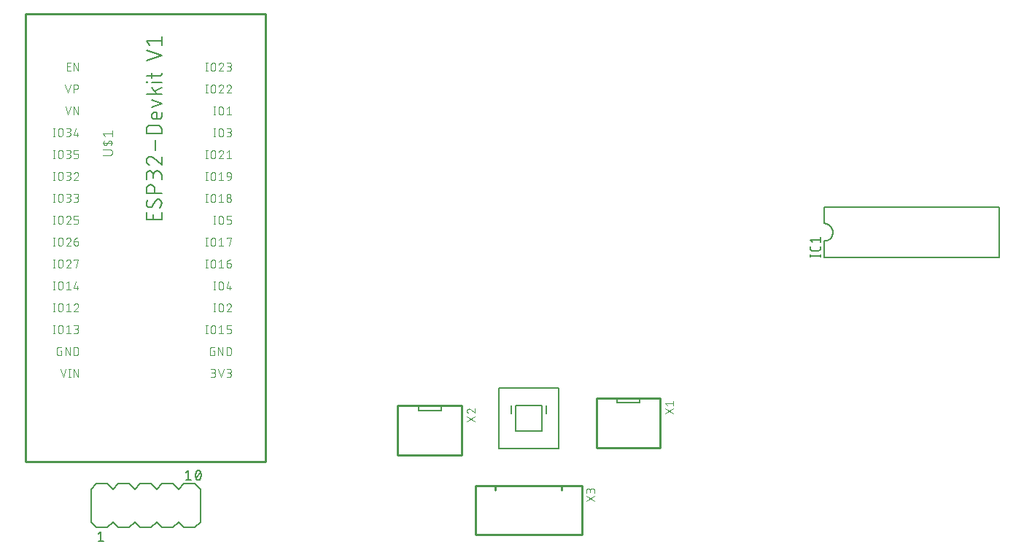
<source format=gbr>
G04 EAGLE Gerber RS-274X export*
G75*
%MOMM*%
%FSLAX34Y34*%
%LPD*%
%INSilkscreen Top*%
%IPPOS*%
%AMOC8*
5,1,8,0,0,1.08239X$1,22.5*%
G01*
%ADD10C,0.152400*%
%ADD11C,0.127000*%
%ADD12C,0.254000*%
%ADD13C,0.200000*%
%ADD14C,0.101600*%
%ADD15C,0.076200*%


D10*
X1143000Y397510D02*
X939800Y397510D01*
X939800Y339090D02*
X1143000Y339090D01*
X1143000Y397510D01*
X939800Y397510D02*
X939800Y378460D01*
X939800Y358140D02*
X939800Y339090D01*
X939800Y358140D02*
X940047Y358143D01*
X940295Y358152D01*
X940542Y358167D01*
X940788Y358188D01*
X941034Y358215D01*
X941279Y358248D01*
X941524Y358287D01*
X941767Y358332D01*
X942009Y358383D01*
X942250Y358440D01*
X942489Y358502D01*
X942727Y358571D01*
X942963Y358645D01*
X943197Y358725D01*
X943429Y358810D01*
X943659Y358902D01*
X943887Y358998D01*
X944112Y359101D01*
X944335Y359208D01*
X944555Y359322D01*
X944772Y359440D01*
X944987Y359564D01*
X945198Y359693D01*
X945406Y359827D01*
X945611Y359966D01*
X945812Y360110D01*
X946010Y360258D01*
X946204Y360412D01*
X946394Y360570D01*
X946580Y360733D01*
X946762Y360900D01*
X946940Y361072D01*
X947114Y361248D01*
X947284Y361428D01*
X947449Y361613D01*
X947609Y361801D01*
X947765Y361993D01*
X947917Y362189D01*
X948063Y362388D01*
X948205Y362591D01*
X948341Y362798D01*
X948473Y363007D01*
X948599Y363220D01*
X948720Y363436D01*
X948836Y363654D01*
X948946Y363876D01*
X949051Y364100D01*
X949151Y364326D01*
X949245Y364555D01*
X949333Y364786D01*
X949416Y365020D01*
X949493Y365255D01*
X949564Y365492D01*
X949630Y365730D01*
X949689Y365970D01*
X949743Y366212D01*
X949791Y366455D01*
X949833Y366698D01*
X949869Y366943D01*
X949899Y367189D01*
X949923Y367435D01*
X949941Y367682D01*
X949953Y367929D01*
X949959Y368176D01*
X949959Y368424D01*
X949953Y368671D01*
X949941Y368918D01*
X949923Y369165D01*
X949899Y369411D01*
X949869Y369657D01*
X949833Y369902D01*
X949791Y370145D01*
X949743Y370388D01*
X949689Y370630D01*
X949630Y370870D01*
X949564Y371108D01*
X949493Y371345D01*
X949416Y371580D01*
X949333Y371814D01*
X949245Y372045D01*
X949151Y372274D01*
X949051Y372500D01*
X948946Y372724D01*
X948836Y372946D01*
X948720Y373164D01*
X948599Y373380D01*
X948473Y373593D01*
X948341Y373802D01*
X948205Y374009D01*
X948063Y374212D01*
X947917Y374411D01*
X947765Y374607D01*
X947609Y374799D01*
X947449Y374987D01*
X947284Y375172D01*
X947114Y375352D01*
X946940Y375528D01*
X946762Y375700D01*
X946580Y375867D01*
X946394Y376030D01*
X946204Y376188D01*
X946010Y376342D01*
X945812Y376490D01*
X945611Y376634D01*
X945406Y376773D01*
X945198Y376907D01*
X944987Y377036D01*
X944772Y377160D01*
X944555Y377278D01*
X944335Y377392D01*
X944112Y377499D01*
X943887Y377602D01*
X943659Y377698D01*
X943429Y377790D01*
X943197Y377875D01*
X942963Y377955D01*
X942727Y378029D01*
X942489Y378098D01*
X942250Y378160D01*
X942009Y378217D01*
X941767Y378268D01*
X941524Y378313D01*
X941279Y378352D01*
X941034Y378385D01*
X940788Y378412D01*
X940542Y378433D01*
X940295Y378448D01*
X940047Y378457D01*
X939800Y378460D01*
D11*
X935355Y340995D02*
X923925Y340995D01*
X935355Y339725D02*
X935355Y342265D01*
X923925Y342265D02*
X923925Y339725D01*
X935355Y349467D02*
X935355Y352007D01*
X935355Y349467D02*
X935353Y349367D01*
X935347Y349268D01*
X935337Y349168D01*
X935324Y349070D01*
X935306Y348971D01*
X935285Y348874D01*
X935260Y348778D01*
X935231Y348682D01*
X935198Y348588D01*
X935162Y348495D01*
X935122Y348404D01*
X935078Y348314D01*
X935031Y348226D01*
X934981Y348140D01*
X934927Y348056D01*
X934870Y347974D01*
X934810Y347895D01*
X934746Y347817D01*
X934680Y347743D01*
X934611Y347671D01*
X934539Y347602D01*
X934465Y347536D01*
X934387Y347472D01*
X934308Y347412D01*
X934226Y347355D01*
X934142Y347301D01*
X934056Y347251D01*
X933968Y347204D01*
X933878Y347160D01*
X933787Y347120D01*
X933694Y347084D01*
X933600Y347051D01*
X933504Y347022D01*
X933408Y346997D01*
X933311Y346976D01*
X933212Y346958D01*
X933114Y346945D01*
X933014Y346935D01*
X932915Y346929D01*
X932815Y346927D01*
X926465Y346927D01*
X926365Y346929D01*
X926266Y346935D01*
X926166Y346945D01*
X926068Y346958D01*
X925969Y346976D01*
X925872Y346997D01*
X925776Y347022D01*
X925680Y347051D01*
X925586Y347084D01*
X925493Y347120D01*
X925402Y347160D01*
X925312Y347204D01*
X925224Y347251D01*
X925138Y347301D01*
X925054Y347355D01*
X924972Y347412D01*
X924893Y347472D01*
X924815Y347536D01*
X924741Y347602D01*
X924669Y347671D01*
X924600Y347743D01*
X924534Y347817D01*
X924470Y347895D01*
X924410Y347974D01*
X924353Y348056D01*
X924299Y348140D01*
X924249Y348226D01*
X924202Y348314D01*
X924158Y348404D01*
X924118Y348495D01*
X924082Y348588D01*
X924049Y348682D01*
X924020Y348778D01*
X923995Y348874D01*
X923974Y348971D01*
X923956Y349070D01*
X923943Y349168D01*
X923933Y349268D01*
X923927Y349367D01*
X923925Y349467D01*
X923925Y352007D01*
X926465Y356489D02*
X923925Y359664D01*
X935355Y359664D01*
X935355Y356489D02*
X935355Y362839D01*
D12*
X675480Y175795D02*
X675480Y118295D01*
X749480Y118295D01*
X749480Y175795D01*
X675480Y175795D01*
D13*
X725480Y175220D02*
X725480Y170220D01*
X699480Y170220D02*
X699480Y175220D01*
X699480Y170220D02*
X725480Y170220D01*
D14*
X755538Y163476D02*
X764682Y157380D01*
X764682Y163476D02*
X755538Y157380D01*
X757570Y167032D02*
X755538Y169572D01*
X764682Y169572D01*
X764682Y167032D02*
X764682Y172112D01*
D12*
X444940Y166975D02*
X444940Y109475D01*
X518940Y109475D01*
X518940Y166975D01*
X444940Y166975D01*
D13*
X494940Y166400D02*
X494940Y161400D01*
X468940Y161400D02*
X468940Y166400D01*
X468940Y161400D02*
X494940Y161400D01*
D14*
X524998Y154656D02*
X534142Y148560D01*
X534142Y154656D02*
X524998Y148560D01*
X524998Y161006D02*
X525000Y161100D01*
X525006Y161195D01*
X525016Y161289D01*
X525029Y161382D01*
X525047Y161475D01*
X525068Y161567D01*
X525093Y161658D01*
X525122Y161748D01*
X525154Y161837D01*
X525191Y161924D01*
X525230Y162010D01*
X525274Y162094D01*
X525320Y162176D01*
X525370Y162256D01*
X525424Y162334D01*
X525480Y162410D01*
X525540Y162483D01*
X525602Y162554D01*
X525668Y162622D01*
X525736Y162688D01*
X525807Y162750D01*
X525880Y162810D01*
X525956Y162866D01*
X526034Y162920D01*
X526114Y162970D01*
X526196Y163016D01*
X526280Y163060D01*
X526366Y163099D01*
X526453Y163136D01*
X526542Y163168D01*
X526632Y163197D01*
X526723Y163222D01*
X526815Y163243D01*
X526908Y163261D01*
X527001Y163274D01*
X527095Y163284D01*
X527190Y163290D01*
X527284Y163292D01*
X524998Y161006D02*
X525000Y160900D01*
X525006Y160795D01*
X525015Y160690D01*
X525028Y160585D01*
X525045Y160481D01*
X525066Y160378D01*
X525090Y160275D01*
X525119Y160173D01*
X525150Y160073D01*
X525186Y159973D01*
X525224Y159875D01*
X525267Y159779D01*
X525313Y159683D01*
X525362Y159590D01*
X525414Y159499D01*
X525470Y159409D01*
X525529Y159321D01*
X525591Y159236D01*
X525656Y159153D01*
X525724Y159072D01*
X525795Y158994D01*
X525869Y158919D01*
X525945Y158846D01*
X526024Y158776D01*
X526105Y158709D01*
X526189Y158644D01*
X526275Y158583D01*
X526363Y158525D01*
X526453Y158470D01*
X526545Y158419D01*
X526639Y158370D01*
X526735Y158325D01*
X526832Y158284D01*
X526930Y158246D01*
X527030Y158212D01*
X529062Y162530D02*
X528995Y162597D01*
X528926Y162662D01*
X528854Y162724D01*
X528781Y162783D01*
X528704Y162839D01*
X528626Y162893D01*
X528546Y162943D01*
X528464Y162990D01*
X528380Y163034D01*
X528294Y163074D01*
X528207Y163112D01*
X528119Y163146D01*
X528029Y163176D01*
X527939Y163203D01*
X527847Y163227D01*
X527754Y163247D01*
X527661Y163263D01*
X527567Y163276D01*
X527473Y163285D01*
X527379Y163290D01*
X527284Y163292D01*
X529062Y162530D02*
X534142Y158212D01*
X534142Y163292D01*
D15*
X230421Y199921D02*
X227810Y199921D01*
X230421Y199921D02*
X230522Y199923D01*
X230623Y199929D01*
X230724Y199939D01*
X230824Y199952D01*
X230924Y199970D01*
X231023Y199991D01*
X231121Y200017D01*
X231218Y200046D01*
X231314Y200078D01*
X231408Y200115D01*
X231501Y200155D01*
X231593Y200199D01*
X231682Y200246D01*
X231770Y200297D01*
X231856Y200351D01*
X231939Y200408D01*
X232021Y200468D01*
X232099Y200532D01*
X232176Y200598D01*
X232249Y200668D01*
X232320Y200740D01*
X232388Y200815D01*
X232453Y200893D01*
X232515Y200973D01*
X232574Y201055D01*
X232630Y201140D01*
X232682Y201226D01*
X232731Y201315D01*
X232777Y201406D01*
X232818Y201498D01*
X232857Y201592D01*
X232891Y201687D01*
X232922Y201783D01*
X232949Y201881D01*
X232973Y201979D01*
X232992Y202079D01*
X233008Y202179D01*
X233020Y202279D01*
X233028Y202380D01*
X233032Y202481D01*
X233032Y202583D01*
X233028Y202684D01*
X233020Y202785D01*
X233008Y202885D01*
X232992Y202985D01*
X232973Y203085D01*
X232949Y203183D01*
X232922Y203281D01*
X232891Y203377D01*
X232857Y203472D01*
X232818Y203566D01*
X232777Y203658D01*
X232731Y203749D01*
X232682Y203837D01*
X232630Y203924D01*
X232574Y204009D01*
X232515Y204091D01*
X232453Y204171D01*
X232388Y204249D01*
X232320Y204324D01*
X232249Y204396D01*
X232176Y204466D01*
X232099Y204532D01*
X232021Y204596D01*
X231939Y204656D01*
X231856Y204713D01*
X231770Y204767D01*
X231682Y204818D01*
X231593Y204865D01*
X231501Y204909D01*
X231408Y204949D01*
X231314Y204986D01*
X231218Y205018D01*
X231121Y205047D01*
X231023Y205073D01*
X230924Y205094D01*
X230824Y205112D01*
X230724Y205125D01*
X230623Y205135D01*
X230522Y205141D01*
X230421Y205143D01*
X230943Y209319D02*
X227810Y209319D01*
X230943Y209319D02*
X231033Y209317D01*
X231122Y209311D01*
X231212Y209302D01*
X231301Y209288D01*
X231389Y209271D01*
X231476Y209250D01*
X231563Y209225D01*
X231648Y209196D01*
X231732Y209164D01*
X231814Y209129D01*
X231895Y209089D01*
X231974Y209047D01*
X232051Y209001D01*
X232126Y208951D01*
X232199Y208899D01*
X232270Y208843D01*
X232338Y208785D01*
X232403Y208723D01*
X232466Y208659D01*
X232526Y208592D01*
X232583Y208523D01*
X232637Y208451D01*
X232688Y208377D01*
X232736Y208301D01*
X232780Y208223D01*
X232821Y208143D01*
X232859Y208061D01*
X232893Y207978D01*
X232923Y207893D01*
X232950Y207807D01*
X232973Y207721D01*
X232992Y207633D01*
X233007Y207544D01*
X233019Y207455D01*
X233027Y207366D01*
X233031Y207276D01*
X233031Y207186D01*
X233027Y207096D01*
X233019Y207007D01*
X233007Y206918D01*
X232992Y206829D01*
X232973Y206741D01*
X232950Y206655D01*
X232923Y206569D01*
X232893Y206484D01*
X232859Y206401D01*
X232821Y206319D01*
X232780Y206239D01*
X232736Y206161D01*
X232688Y206085D01*
X232637Y206011D01*
X232583Y205939D01*
X232526Y205870D01*
X232466Y205803D01*
X232403Y205739D01*
X232338Y205677D01*
X232270Y205619D01*
X232199Y205563D01*
X232126Y205511D01*
X232051Y205461D01*
X231974Y205415D01*
X231895Y205373D01*
X231814Y205333D01*
X231732Y205298D01*
X231648Y205266D01*
X231563Y205237D01*
X231476Y205212D01*
X231389Y205191D01*
X231301Y205174D01*
X231212Y205160D01*
X231122Y205151D01*
X231033Y205145D01*
X230943Y205143D01*
X230943Y205142D02*
X228854Y205142D01*
X236432Y209319D02*
X239565Y199921D01*
X242697Y209319D01*
X246098Y199921D02*
X248708Y199921D01*
X248809Y199923D01*
X248910Y199929D01*
X249011Y199939D01*
X249111Y199952D01*
X249211Y199970D01*
X249310Y199991D01*
X249408Y200017D01*
X249505Y200046D01*
X249601Y200078D01*
X249695Y200115D01*
X249788Y200155D01*
X249880Y200199D01*
X249969Y200246D01*
X250057Y200297D01*
X250143Y200351D01*
X250226Y200408D01*
X250308Y200468D01*
X250386Y200532D01*
X250463Y200598D01*
X250536Y200668D01*
X250607Y200740D01*
X250675Y200815D01*
X250740Y200893D01*
X250802Y200973D01*
X250861Y201055D01*
X250917Y201140D01*
X250969Y201226D01*
X251018Y201315D01*
X251064Y201406D01*
X251105Y201498D01*
X251144Y201592D01*
X251178Y201687D01*
X251209Y201783D01*
X251236Y201881D01*
X251260Y201979D01*
X251279Y202079D01*
X251295Y202179D01*
X251307Y202279D01*
X251315Y202380D01*
X251319Y202481D01*
X251319Y202583D01*
X251315Y202684D01*
X251307Y202785D01*
X251295Y202885D01*
X251279Y202985D01*
X251260Y203085D01*
X251236Y203183D01*
X251209Y203281D01*
X251178Y203377D01*
X251144Y203472D01*
X251105Y203566D01*
X251064Y203658D01*
X251018Y203749D01*
X250969Y203837D01*
X250917Y203924D01*
X250861Y204009D01*
X250802Y204091D01*
X250740Y204171D01*
X250675Y204249D01*
X250607Y204324D01*
X250536Y204396D01*
X250463Y204466D01*
X250386Y204532D01*
X250308Y204596D01*
X250226Y204656D01*
X250143Y204713D01*
X250057Y204767D01*
X249969Y204818D01*
X249880Y204865D01*
X249788Y204909D01*
X249695Y204949D01*
X249601Y204986D01*
X249505Y205018D01*
X249408Y205047D01*
X249310Y205073D01*
X249211Y205094D01*
X249111Y205112D01*
X249011Y205125D01*
X248910Y205135D01*
X248809Y205141D01*
X248708Y205143D01*
X249231Y209319D02*
X246098Y209319D01*
X249231Y209319D02*
X249321Y209317D01*
X249410Y209311D01*
X249500Y209302D01*
X249589Y209288D01*
X249677Y209271D01*
X249764Y209250D01*
X249851Y209225D01*
X249936Y209196D01*
X250020Y209164D01*
X250102Y209129D01*
X250183Y209089D01*
X250262Y209047D01*
X250339Y209001D01*
X250414Y208951D01*
X250487Y208899D01*
X250558Y208843D01*
X250626Y208785D01*
X250691Y208723D01*
X250754Y208659D01*
X250814Y208592D01*
X250871Y208523D01*
X250925Y208451D01*
X250976Y208377D01*
X251024Y208301D01*
X251068Y208223D01*
X251109Y208143D01*
X251147Y208061D01*
X251181Y207978D01*
X251211Y207893D01*
X251238Y207807D01*
X251261Y207721D01*
X251280Y207633D01*
X251295Y207544D01*
X251307Y207455D01*
X251315Y207366D01*
X251319Y207276D01*
X251319Y207186D01*
X251315Y207096D01*
X251307Y207007D01*
X251295Y206918D01*
X251280Y206829D01*
X251261Y206741D01*
X251238Y206655D01*
X251211Y206569D01*
X251181Y206484D01*
X251147Y206401D01*
X251109Y206319D01*
X251068Y206239D01*
X251024Y206161D01*
X250976Y206085D01*
X250925Y206011D01*
X250871Y205939D01*
X250814Y205870D01*
X250754Y205803D01*
X250691Y205739D01*
X250626Y205677D01*
X250558Y205619D01*
X250487Y205563D01*
X250414Y205511D01*
X250339Y205461D01*
X250262Y205415D01*
X250183Y205373D01*
X250102Y205333D01*
X250020Y205298D01*
X249936Y205266D01*
X249851Y205237D01*
X249764Y205212D01*
X249677Y205191D01*
X249589Y205174D01*
X249500Y205160D01*
X249410Y205151D01*
X249321Y205145D01*
X249231Y205143D01*
X249231Y205142D02*
X247142Y205142D01*
X231812Y230542D02*
X230245Y230542D01*
X231812Y230542D02*
X231812Y225321D01*
X228679Y225321D01*
X228590Y225323D01*
X228502Y225329D01*
X228414Y225338D01*
X228326Y225351D01*
X228239Y225368D01*
X228153Y225388D01*
X228068Y225413D01*
X227983Y225440D01*
X227900Y225472D01*
X227819Y225506D01*
X227739Y225545D01*
X227661Y225586D01*
X227584Y225631D01*
X227510Y225679D01*
X227437Y225730D01*
X227367Y225784D01*
X227300Y225842D01*
X227234Y225902D01*
X227172Y225964D01*
X227112Y226030D01*
X227054Y226097D01*
X227000Y226167D01*
X226949Y226240D01*
X226901Y226314D01*
X226856Y226391D01*
X226815Y226469D01*
X226776Y226549D01*
X226742Y226630D01*
X226710Y226713D01*
X226683Y226798D01*
X226658Y226883D01*
X226638Y226969D01*
X226621Y227056D01*
X226608Y227144D01*
X226599Y227232D01*
X226593Y227320D01*
X226591Y227409D01*
X226591Y232631D01*
X226593Y232722D01*
X226599Y232813D01*
X226609Y232904D01*
X226623Y232994D01*
X226640Y233083D01*
X226662Y233171D01*
X226688Y233259D01*
X226717Y233345D01*
X226750Y233430D01*
X226787Y233513D01*
X226827Y233595D01*
X226871Y233675D01*
X226918Y233753D01*
X226969Y233829D01*
X227022Y233902D01*
X227079Y233973D01*
X227140Y234042D01*
X227203Y234107D01*
X227268Y234170D01*
X227337Y234230D01*
X227408Y234288D01*
X227481Y234341D01*
X227557Y234392D01*
X227635Y234439D01*
X227715Y234483D01*
X227797Y234523D01*
X227880Y234560D01*
X227965Y234593D01*
X228051Y234622D01*
X228139Y234648D01*
X228227Y234670D01*
X228316Y234687D01*
X228406Y234701D01*
X228497Y234711D01*
X228588Y234717D01*
X228679Y234719D01*
X231812Y234719D01*
X236344Y234719D02*
X236344Y225321D01*
X241565Y225321D02*
X236344Y234719D01*
X241565Y234719D02*
X241565Y225321D01*
X246098Y225321D02*
X246098Y234719D01*
X248708Y234719D01*
X248808Y234717D01*
X248908Y234711D01*
X249007Y234702D01*
X249107Y234688D01*
X249205Y234671D01*
X249303Y234650D01*
X249400Y234626D01*
X249496Y234597D01*
X249591Y234565D01*
X249684Y234530D01*
X249776Y234491D01*
X249867Y234448D01*
X249955Y234402D01*
X250042Y234352D01*
X250127Y234300D01*
X250210Y234244D01*
X250291Y234185D01*
X250369Y234122D01*
X250445Y234057D01*
X250519Y233989D01*
X250589Y233919D01*
X250657Y233845D01*
X250722Y233769D01*
X250785Y233691D01*
X250844Y233610D01*
X250900Y233527D01*
X250952Y233442D01*
X251002Y233355D01*
X251048Y233267D01*
X251091Y233176D01*
X251130Y233084D01*
X251165Y232991D01*
X251197Y232896D01*
X251226Y232800D01*
X251250Y232703D01*
X251271Y232605D01*
X251288Y232507D01*
X251302Y232407D01*
X251311Y232308D01*
X251317Y232208D01*
X251319Y232108D01*
X251319Y227932D01*
X251317Y227832D01*
X251311Y227732D01*
X251302Y227633D01*
X251288Y227533D01*
X251271Y227435D01*
X251250Y227337D01*
X251226Y227240D01*
X251197Y227144D01*
X251165Y227049D01*
X251130Y226956D01*
X251091Y226864D01*
X251048Y226773D01*
X251002Y226685D01*
X250952Y226598D01*
X250900Y226513D01*
X250844Y226430D01*
X250785Y226349D01*
X250722Y226271D01*
X250657Y226195D01*
X250589Y226121D01*
X250519Y226051D01*
X250445Y225983D01*
X250369Y225918D01*
X250291Y225855D01*
X250210Y225796D01*
X250127Y225740D01*
X250042Y225688D01*
X249955Y225638D01*
X249867Y225592D01*
X249776Y225549D01*
X249684Y225510D01*
X249591Y225475D01*
X249496Y225443D01*
X249400Y225414D01*
X249303Y225390D01*
X249205Y225369D01*
X249107Y225352D01*
X249007Y225338D01*
X248908Y225329D01*
X248808Y225323D01*
X248708Y225321D01*
X246098Y225321D01*
X223105Y250721D02*
X223105Y260119D01*
X222061Y250721D02*
X224150Y250721D01*
X224150Y260119D02*
X222061Y260119D01*
X227810Y257508D02*
X227810Y253332D01*
X227810Y257508D02*
X227812Y257609D01*
X227818Y257710D01*
X227828Y257811D01*
X227841Y257911D01*
X227859Y258011D01*
X227880Y258110D01*
X227906Y258208D01*
X227935Y258305D01*
X227967Y258401D01*
X228004Y258495D01*
X228044Y258588D01*
X228088Y258680D01*
X228135Y258769D01*
X228186Y258857D01*
X228240Y258943D01*
X228297Y259026D01*
X228357Y259108D01*
X228421Y259186D01*
X228487Y259263D01*
X228557Y259336D01*
X228629Y259407D01*
X228704Y259475D01*
X228782Y259540D01*
X228862Y259602D01*
X228944Y259661D01*
X229029Y259717D01*
X229116Y259769D01*
X229204Y259818D01*
X229295Y259864D01*
X229387Y259905D01*
X229481Y259944D01*
X229576Y259978D01*
X229672Y260009D01*
X229770Y260036D01*
X229868Y260060D01*
X229968Y260079D01*
X230068Y260095D01*
X230168Y260107D01*
X230269Y260115D01*
X230370Y260119D01*
X230472Y260119D01*
X230573Y260115D01*
X230674Y260107D01*
X230774Y260095D01*
X230874Y260079D01*
X230974Y260060D01*
X231072Y260036D01*
X231170Y260009D01*
X231266Y259978D01*
X231361Y259944D01*
X231455Y259905D01*
X231547Y259864D01*
X231638Y259818D01*
X231727Y259769D01*
X231813Y259717D01*
X231898Y259661D01*
X231980Y259602D01*
X232060Y259540D01*
X232138Y259475D01*
X232213Y259407D01*
X232285Y259336D01*
X232355Y259263D01*
X232421Y259186D01*
X232485Y259108D01*
X232545Y259026D01*
X232602Y258943D01*
X232656Y258857D01*
X232707Y258769D01*
X232754Y258680D01*
X232798Y258588D01*
X232838Y258495D01*
X232875Y258401D01*
X232907Y258305D01*
X232936Y258208D01*
X232962Y258110D01*
X232983Y258011D01*
X233001Y257911D01*
X233014Y257811D01*
X233024Y257710D01*
X233030Y257609D01*
X233032Y257508D01*
X233031Y257508D02*
X233031Y253332D01*
X233032Y253332D02*
X233030Y253231D01*
X233024Y253130D01*
X233014Y253029D01*
X233001Y252929D01*
X232983Y252829D01*
X232962Y252730D01*
X232936Y252632D01*
X232907Y252535D01*
X232875Y252439D01*
X232838Y252345D01*
X232798Y252252D01*
X232754Y252160D01*
X232707Y252071D01*
X232656Y251983D01*
X232602Y251897D01*
X232545Y251814D01*
X232485Y251732D01*
X232421Y251654D01*
X232355Y251577D01*
X232285Y251504D01*
X232213Y251433D01*
X232138Y251365D01*
X232060Y251300D01*
X231980Y251238D01*
X231898Y251179D01*
X231813Y251123D01*
X231726Y251071D01*
X231638Y251022D01*
X231547Y250976D01*
X231455Y250935D01*
X231361Y250896D01*
X231266Y250862D01*
X231170Y250831D01*
X231072Y250804D01*
X230974Y250780D01*
X230874Y250761D01*
X230774Y250745D01*
X230674Y250733D01*
X230573Y250725D01*
X230472Y250721D01*
X230370Y250721D01*
X230269Y250725D01*
X230168Y250733D01*
X230068Y250745D01*
X229968Y250761D01*
X229868Y250780D01*
X229770Y250804D01*
X229672Y250831D01*
X229576Y250862D01*
X229481Y250896D01*
X229387Y250935D01*
X229295Y250976D01*
X229204Y251022D01*
X229116Y251071D01*
X229029Y251123D01*
X228944Y251179D01*
X228862Y251238D01*
X228782Y251300D01*
X228704Y251365D01*
X228629Y251433D01*
X228557Y251504D01*
X228487Y251577D01*
X228421Y251654D01*
X228357Y251732D01*
X228297Y251814D01*
X228240Y251897D01*
X228186Y251983D01*
X228135Y252071D01*
X228088Y252160D01*
X228044Y252252D01*
X228004Y252345D01*
X227967Y252439D01*
X227935Y252535D01*
X227906Y252632D01*
X227880Y252730D01*
X227859Y252829D01*
X227841Y252929D01*
X227828Y253029D01*
X227818Y253130D01*
X227812Y253231D01*
X227810Y253332D01*
X236954Y258031D02*
X239564Y260119D01*
X239564Y250721D01*
X236954Y250721D02*
X242175Y250721D01*
X246098Y250721D02*
X249231Y250721D01*
X249320Y250723D01*
X249408Y250729D01*
X249496Y250738D01*
X249584Y250751D01*
X249671Y250768D01*
X249757Y250788D01*
X249842Y250813D01*
X249927Y250840D01*
X250010Y250872D01*
X250091Y250906D01*
X250171Y250945D01*
X250249Y250986D01*
X250326Y251031D01*
X250400Y251079D01*
X250473Y251130D01*
X250543Y251184D01*
X250610Y251242D01*
X250676Y251302D01*
X250738Y251364D01*
X250798Y251430D01*
X250856Y251497D01*
X250910Y251567D01*
X250961Y251640D01*
X251009Y251714D01*
X251054Y251791D01*
X251095Y251869D01*
X251134Y251949D01*
X251168Y252030D01*
X251200Y252113D01*
X251227Y252198D01*
X251252Y252283D01*
X251272Y252369D01*
X251289Y252456D01*
X251302Y252544D01*
X251311Y252632D01*
X251317Y252720D01*
X251319Y252809D01*
X251319Y253854D01*
X251317Y253943D01*
X251311Y254031D01*
X251302Y254119D01*
X251289Y254207D01*
X251272Y254294D01*
X251252Y254380D01*
X251227Y254465D01*
X251200Y254550D01*
X251168Y254633D01*
X251134Y254714D01*
X251095Y254794D01*
X251054Y254872D01*
X251009Y254949D01*
X250961Y255023D01*
X250910Y255096D01*
X250856Y255166D01*
X250798Y255233D01*
X250738Y255299D01*
X250676Y255361D01*
X250610Y255421D01*
X250543Y255479D01*
X250473Y255533D01*
X250400Y255584D01*
X250326Y255632D01*
X250249Y255677D01*
X250171Y255718D01*
X250091Y255757D01*
X250010Y255791D01*
X249927Y255823D01*
X249842Y255850D01*
X249757Y255875D01*
X249671Y255895D01*
X249584Y255912D01*
X249496Y255925D01*
X249408Y255934D01*
X249320Y255940D01*
X249231Y255942D01*
X246098Y255942D01*
X246098Y260119D01*
X251319Y260119D01*
X232249Y276121D02*
X232249Y285519D01*
X231205Y276121D02*
X233294Y276121D01*
X233294Y285519D02*
X231205Y285519D01*
X236954Y282908D02*
X236954Y278732D01*
X236953Y282908D02*
X236955Y283009D01*
X236961Y283110D01*
X236971Y283211D01*
X236984Y283311D01*
X237002Y283411D01*
X237023Y283510D01*
X237049Y283608D01*
X237078Y283705D01*
X237110Y283801D01*
X237147Y283895D01*
X237187Y283988D01*
X237231Y284080D01*
X237278Y284169D01*
X237329Y284257D01*
X237383Y284343D01*
X237440Y284426D01*
X237500Y284508D01*
X237564Y284586D01*
X237630Y284663D01*
X237700Y284736D01*
X237772Y284807D01*
X237847Y284875D01*
X237925Y284940D01*
X238005Y285002D01*
X238087Y285061D01*
X238172Y285117D01*
X238259Y285169D01*
X238347Y285218D01*
X238438Y285264D01*
X238530Y285305D01*
X238624Y285344D01*
X238719Y285378D01*
X238815Y285409D01*
X238913Y285436D01*
X239011Y285460D01*
X239111Y285479D01*
X239211Y285495D01*
X239311Y285507D01*
X239412Y285515D01*
X239513Y285519D01*
X239615Y285519D01*
X239716Y285515D01*
X239817Y285507D01*
X239917Y285495D01*
X240017Y285479D01*
X240117Y285460D01*
X240215Y285436D01*
X240313Y285409D01*
X240409Y285378D01*
X240504Y285344D01*
X240598Y285305D01*
X240690Y285264D01*
X240781Y285218D01*
X240870Y285169D01*
X240956Y285117D01*
X241041Y285061D01*
X241123Y285002D01*
X241203Y284940D01*
X241281Y284875D01*
X241356Y284807D01*
X241428Y284736D01*
X241498Y284663D01*
X241564Y284586D01*
X241628Y284508D01*
X241688Y284426D01*
X241745Y284343D01*
X241799Y284257D01*
X241850Y284169D01*
X241897Y284080D01*
X241941Y283988D01*
X241981Y283895D01*
X242018Y283801D01*
X242050Y283705D01*
X242079Y283608D01*
X242105Y283510D01*
X242126Y283411D01*
X242144Y283311D01*
X242157Y283211D01*
X242167Y283110D01*
X242173Y283009D01*
X242175Y282908D01*
X242175Y278732D01*
X242173Y278631D01*
X242167Y278530D01*
X242157Y278429D01*
X242144Y278329D01*
X242126Y278229D01*
X242105Y278130D01*
X242079Y278032D01*
X242050Y277935D01*
X242018Y277839D01*
X241981Y277745D01*
X241941Y277652D01*
X241897Y277560D01*
X241850Y277471D01*
X241799Y277383D01*
X241745Y277297D01*
X241688Y277214D01*
X241628Y277132D01*
X241564Y277054D01*
X241498Y276977D01*
X241428Y276904D01*
X241356Y276833D01*
X241281Y276765D01*
X241203Y276700D01*
X241123Y276638D01*
X241041Y276579D01*
X240956Y276523D01*
X240869Y276471D01*
X240781Y276422D01*
X240690Y276376D01*
X240598Y276335D01*
X240504Y276296D01*
X240409Y276262D01*
X240313Y276231D01*
X240215Y276204D01*
X240117Y276180D01*
X240017Y276161D01*
X239917Y276145D01*
X239817Y276133D01*
X239716Y276125D01*
X239615Y276121D01*
X239513Y276121D01*
X239412Y276125D01*
X239311Y276133D01*
X239211Y276145D01*
X239111Y276161D01*
X239011Y276180D01*
X238913Y276204D01*
X238815Y276231D01*
X238719Y276262D01*
X238624Y276296D01*
X238530Y276335D01*
X238438Y276376D01*
X238347Y276422D01*
X238259Y276471D01*
X238172Y276523D01*
X238087Y276579D01*
X238005Y276638D01*
X237925Y276700D01*
X237847Y276765D01*
X237772Y276833D01*
X237700Y276904D01*
X237630Y276977D01*
X237564Y277054D01*
X237500Y277132D01*
X237440Y277214D01*
X237383Y277297D01*
X237329Y277383D01*
X237278Y277471D01*
X237231Y277560D01*
X237187Y277652D01*
X237147Y277745D01*
X237110Y277839D01*
X237078Y277935D01*
X237049Y278032D01*
X237023Y278130D01*
X237002Y278229D01*
X236984Y278329D01*
X236971Y278429D01*
X236961Y278530D01*
X236955Y278631D01*
X236953Y278732D01*
X248970Y285520D02*
X249065Y285518D01*
X249159Y285512D01*
X249253Y285503D01*
X249347Y285490D01*
X249440Y285473D01*
X249532Y285452D01*
X249624Y285427D01*
X249714Y285399D01*
X249803Y285367D01*
X249891Y285332D01*
X249977Y285293D01*
X250062Y285251D01*
X250145Y285205D01*
X250226Y285156D01*
X250305Y285104D01*
X250382Y285049D01*
X250456Y284990D01*
X250528Y284929D01*
X250598Y284865D01*
X250665Y284798D01*
X250729Y284728D01*
X250790Y284656D01*
X250849Y284582D01*
X250904Y284505D01*
X250956Y284426D01*
X251005Y284345D01*
X251051Y284262D01*
X251093Y284177D01*
X251132Y284091D01*
X251167Y284003D01*
X251199Y283914D01*
X251227Y283824D01*
X251252Y283732D01*
X251273Y283640D01*
X251290Y283547D01*
X251303Y283453D01*
X251312Y283359D01*
X251318Y283265D01*
X251320Y283170D01*
X248970Y285519D02*
X248862Y285517D01*
X248753Y285511D01*
X248645Y285501D01*
X248538Y285488D01*
X248431Y285470D01*
X248324Y285449D01*
X248219Y285424D01*
X248114Y285395D01*
X248011Y285363D01*
X247909Y285326D01*
X247808Y285286D01*
X247709Y285243D01*
X247611Y285196D01*
X247515Y285145D01*
X247421Y285091D01*
X247329Y285034D01*
X247239Y284973D01*
X247151Y284909D01*
X247066Y284843D01*
X246983Y284773D01*
X246903Y284700D01*
X246825Y284624D01*
X246750Y284546D01*
X246678Y284465D01*
X246609Y284381D01*
X246543Y284295D01*
X246480Y284207D01*
X246421Y284116D01*
X246364Y284024D01*
X246311Y283929D01*
X246262Y283833D01*
X246216Y283734D01*
X246173Y283635D01*
X246134Y283533D01*
X246099Y283431D01*
X250536Y281342D02*
X250605Y281411D01*
X250671Y281482D01*
X250735Y281555D01*
X250796Y281631D01*
X250854Y281710D01*
X250908Y281790D01*
X250960Y281873D01*
X251008Y281957D01*
X251054Y282043D01*
X251095Y282131D01*
X251134Y282221D01*
X251169Y282312D01*
X251200Y282404D01*
X251228Y282497D01*
X251252Y282591D01*
X251272Y282686D01*
X251289Y282782D01*
X251302Y282879D01*
X251311Y282976D01*
X251317Y283073D01*
X251319Y283170D01*
X250536Y281342D02*
X246098Y276121D01*
X251319Y276121D01*
X232249Y301521D02*
X232249Y310919D01*
X231205Y301521D02*
X233294Y301521D01*
X233294Y310919D02*
X231205Y310919D01*
X236954Y308308D02*
X236954Y304132D01*
X236953Y308308D02*
X236955Y308409D01*
X236961Y308510D01*
X236971Y308611D01*
X236984Y308711D01*
X237002Y308811D01*
X237023Y308910D01*
X237049Y309008D01*
X237078Y309105D01*
X237110Y309201D01*
X237147Y309295D01*
X237187Y309388D01*
X237231Y309480D01*
X237278Y309569D01*
X237329Y309657D01*
X237383Y309743D01*
X237440Y309826D01*
X237500Y309908D01*
X237564Y309986D01*
X237630Y310063D01*
X237700Y310136D01*
X237772Y310207D01*
X237847Y310275D01*
X237925Y310340D01*
X238005Y310402D01*
X238087Y310461D01*
X238172Y310517D01*
X238259Y310569D01*
X238347Y310618D01*
X238438Y310664D01*
X238530Y310705D01*
X238624Y310744D01*
X238719Y310778D01*
X238815Y310809D01*
X238913Y310836D01*
X239011Y310860D01*
X239111Y310879D01*
X239211Y310895D01*
X239311Y310907D01*
X239412Y310915D01*
X239513Y310919D01*
X239615Y310919D01*
X239716Y310915D01*
X239817Y310907D01*
X239917Y310895D01*
X240017Y310879D01*
X240117Y310860D01*
X240215Y310836D01*
X240313Y310809D01*
X240409Y310778D01*
X240504Y310744D01*
X240598Y310705D01*
X240690Y310664D01*
X240781Y310618D01*
X240870Y310569D01*
X240956Y310517D01*
X241041Y310461D01*
X241123Y310402D01*
X241203Y310340D01*
X241281Y310275D01*
X241356Y310207D01*
X241428Y310136D01*
X241498Y310063D01*
X241564Y309986D01*
X241628Y309908D01*
X241688Y309826D01*
X241745Y309743D01*
X241799Y309657D01*
X241850Y309569D01*
X241897Y309480D01*
X241941Y309388D01*
X241981Y309295D01*
X242018Y309201D01*
X242050Y309105D01*
X242079Y309008D01*
X242105Y308910D01*
X242126Y308811D01*
X242144Y308711D01*
X242157Y308611D01*
X242167Y308510D01*
X242173Y308409D01*
X242175Y308308D01*
X242175Y304132D01*
X242173Y304031D01*
X242167Y303930D01*
X242157Y303829D01*
X242144Y303729D01*
X242126Y303629D01*
X242105Y303530D01*
X242079Y303432D01*
X242050Y303335D01*
X242018Y303239D01*
X241981Y303145D01*
X241941Y303052D01*
X241897Y302960D01*
X241850Y302871D01*
X241799Y302783D01*
X241745Y302697D01*
X241688Y302614D01*
X241628Y302532D01*
X241564Y302454D01*
X241498Y302377D01*
X241428Y302304D01*
X241356Y302233D01*
X241281Y302165D01*
X241203Y302100D01*
X241123Y302038D01*
X241041Y301979D01*
X240956Y301923D01*
X240869Y301871D01*
X240781Y301822D01*
X240690Y301776D01*
X240598Y301735D01*
X240504Y301696D01*
X240409Y301662D01*
X240313Y301631D01*
X240215Y301604D01*
X240117Y301580D01*
X240017Y301561D01*
X239917Y301545D01*
X239817Y301533D01*
X239716Y301525D01*
X239615Y301521D01*
X239513Y301521D01*
X239412Y301525D01*
X239311Y301533D01*
X239211Y301545D01*
X239111Y301561D01*
X239011Y301580D01*
X238913Y301604D01*
X238815Y301631D01*
X238719Y301662D01*
X238624Y301696D01*
X238530Y301735D01*
X238438Y301776D01*
X238347Y301822D01*
X238259Y301871D01*
X238172Y301923D01*
X238087Y301979D01*
X238005Y302038D01*
X237925Y302100D01*
X237847Y302165D01*
X237772Y302233D01*
X237700Y302304D01*
X237630Y302377D01*
X237564Y302454D01*
X237500Y302532D01*
X237440Y302614D01*
X237383Y302697D01*
X237329Y302783D01*
X237278Y302871D01*
X237231Y302960D01*
X237187Y303052D01*
X237147Y303145D01*
X237110Y303239D01*
X237078Y303335D01*
X237049Y303432D01*
X237023Y303530D01*
X237002Y303629D01*
X236984Y303729D01*
X236971Y303829D01*
X236961Y303930D01*
X236955Y304031D01*
X236953Y304132D01*
X246098Y303609D02*
X248186Y310919D01*
X246098Y303609D02*
X251319Y303609D01*
X249753Y305698D02*
X249753Y301521D01*
X223105Y326921D02*
X223105Y336319D01*
X222061Y326921D02*
X224150Y326921D01*
X224150Y336319D02*
X222061Y336319D01*
X227810Y333708D02*
X227810Y329532D01*
X227810Y333708D02*
X227812Y333809D01*
X227818Y333910D01*
X227828Y334011D01*
X227841Y334111D01*
X227859Y334211D01*
X227880Y334310D01*
X227906Y334408D01*
X227935Y334505D01*
X227967Y334601D01*
X228004Y334695D01*
X228044Y334788D01*
X228088Y334880D01*
X228135Y334969D01*
X228186Y335057D01*
X228240Y335143D01*
X228297Y335226D01*
X228357Y335308D01*
X228421Y335386D01*
X228487Y335463D01*
X228557Y335536D01*
X228629Y335607D01*
X228704Y335675D01*
X228782Y335740D01*
X228862Y335802D01*
X228944Y335861D01*
X229029Y335917D01*
X229116Y335969D01*
X229204Y336018D01*
X229295Y336064D01*
X229387Y336105D01*
X229481Y336144D01*
X229576Y336178D01*
X229672Y336209D01*
X229770Y336236D01*
X229868Y336260D01*
X229968Y336279D01*
X230068Y336295D01*
X230168Y336307D01*
X230269Y336315D01*
X230370Y336319D01*
X230472Y336319D01*
X230573Y336315D01*
X230674Y336307D01*
X230774Y336295D01*
X230874Y336279D01*
X230974Y336260D01*
X231072Y336236D01*
X231170Y336209D01*
X231266Y336178D01*
X231361Y336144D01*
X231455Y336105D01*
X231547Y336064D01*
X231638Y336018D01*
X231727Y335969D01*
X231813Y335917D01*
X231898Y335861D01*
X231980Y335802D01*
X232060Y335740D01*
X232138Y335675D01*
X232213Y335607D01*
X232285Y335536D01*
X232355Y335463D01*
X232421Y335386D01*
X232485Y335308D01*
X232545Y335226D01*
X232602Y335143D01*
X232656Y335057D01*
X232707Y334969D01*
X232754Y334880D01*
X232798Y334788D01*
X232838Y334695D01*
X232875Y334601D01*
X232907Y334505D01*
X232936Y334408D01*
X232962Y334310D01*
X232983Y334211D01*
X233001Y334111D01*
X233014Y334011D01*
X233024Y333910D01*
X233030Y333809D01*
X233032Y333708D01*
X233031Y333708D02*
X233031Y329532D01*
X233032Y329532D02*
X233030Y329431D01*
X233024Y329330D01*
X233014Y329229D01*
X233001Y329129D01*
X232983Y329029D01*
X232962Y328930D01*
X232936Y328832D01*
X232907Y328735D01*
X232875Y328639D01*
X232838Y328545D01*
X232798Y328452D01*
X232754Y328360D01*
X232707Y328271D01*
X232656Y328183D01*
X232602Y328097D01*
X232545Y328014D01*
X232485Y327932D01*
X232421Y327854D01*
X232355Y327777D01*
X232285Y327704D01*
X232213Y327633D01*
X232138Y327565D01*
X232060Y327500D01*
X231980Y327438D01*
X231898Y327379D01*
X231813Y327323D01*
X231726Y327271D01*
X231638Y327222D01*
X231547Y327176D01*
X231455Y327135D01*
X231361Y327096D01*
X231266Y327062D01*
X231170Y327031D01*
X231072Y327004D01*
X230974Y326980D01*
X230874Y326961D01*
X230774Y326945D01*
X230674Y326933D01*
X230573Y326925D01*
X230472Y326921D01*
X230370Y326921D01*
X230269Y326925D01*
X230168Y326933D01*
X230068Y326945D01*
X229968Y326961D01*
X229868Y326980D01*
X229770Y327004D01*
X229672Y327031D01*
X229576Y327062D01*
X229481Y327096D01*
X229387Y327135D01*
X229295Y327176D01*
X229204Y327222D01*
X229116Y327271D01*
X229029Y327323D01*
X228944Y327379D01*
X228862Y327438D01*
X228782Y327500D01*
X228704Y327565D01*
X228629Y327633D01*
X228557Y327704D01*
X228487Y327777D01*
X228421Y327854D01*
X228357Y327932D01*
X228297Y328014D01*
X228240Y328097D01*
X228186Y328183D01*
X228135Y328271D01*
X228088Y328360D01*
X228044Y328452D01*
X228004Y328545D01*
X227967Y328639D01*
X227935Y328735D01*
X227906Y328832D01*
X227880Y328930D01*
X227859Y329029D01*
X227841Y329129D01*
X227828Y329229D01*
X227818Y329330D01*
X227812Y329431D01*
X227810Y329532D01*
X236954Y334231D02*
X239564Y336319D01*
X239564Y326921D01*
X236954Y326921D02*
X242175Y326921D01*
X246098Y332142D02*
X249231Y332142D01*
X249320Y332140D01*
X249408Y332134D01*
X249496Y332125D01*
X249584Y332112D01*
X249671Y332095D01*
X249757Y332075D01*
X249842Y332050D01*
X249927Y332023D01*
X250010Y331991D01*
X250091Y331957D01*
X250171Y331918D01*
X250249Y331877D01*
X250326Y331832D01*
X250400Y331784D01*
X250473Y331733D01*
X250543Y331679D01*
X250610Y331621D01*
X250676Y331561D01*
X250738Y331499D01*
X250798Y331433D01*
X250856Y331366D01*
X250910Y331296D01*
X250961Y331223D01*
X251009Y331149D01*
X251054Y331072D01*
X251095Y330994D01*
X251134Y330914D01*
X251168Y330833D01*
X251200Y330750D01*
X251227Y330665D01*
X251252Y330580D01*
X251272Y330494D01*
X251289Y330407D01*
X251302Y330319D01*
X251311Y330231D01*
X251317Y330143D01*
X251319Y330054D01*
X251319Y329532D01*
X251317Y329431D01*
X251311Y329330D01*
X251301Y329229D01*
X251288Y329129D01*
X251270Y329029D01*
X251249Y328930D01*
X251223Y328832D01*
X251194Y328735D01*
X251162Y328639D01*
X251125Y328545D01*
X251085Y328452D01*
X251041Y328360D01*
X250994Y328271D01*
X250943Y328183D01*
X250889Y328097D01*
X250832Y328014D01*
X250772Y327932D01*
X250708Y327854D01*
X250642Y327777D01*
X250572Y327704D01*
X250500Y327633D01*
X250425Y327565D01*
X250347Y327500D01*
X250267Y327438D01*
X250185Y327379D01*
X250100Y327323D01*
X250013Y327271D01*
X249925Y327222D01*
X249834Y327176D01*
X249742Y327135D01*
X249648Y327096D01*
X249553Y327062D01*
X249457Y327031D01*
X249359Y327004D01*
X249261Y326980D01*
X249161Y326961D01*
X249061Y326945D01*
X248961Y326933D01*
X248860Y326925D01*
X248759Y326921D01*
X248657Y326921D01*
X248556Y326925D01*
X248455Y326933D01*
X248355Y326945D01*
X248255Y326961D01*
X248155Y326980D01*
X248057Y327004D01*
X247959Y327031D01*
X247863Y327062D01*
X247768Y327096D01*
X247674Y327135D01*
X247582Y327176D01*
X247491Y327222D01*
X247403Y327271D01*
X247316Y327323D01*
X247231Y327379D01*
X247149Y327438D01*
X247069Y327500D01*
X246991Y327565D01*
X246916Y327633D01*
X246844Y327704D01*
X246774Y327777D01*
X246708Y327854D01*
X246644Y327932D01*
X246584Y328014D01*
X246527Y328097D01*
X246473Y328183D01*
X246422Y328271D01*
X246375Y328360D01*
X246331Y328452D01*
X246291Y328545D01*
X246254Y328639D01*
X246222Y328735D01*
X246193Y328832D01*
X246167Y328930D01*
X246146Y329029D01*
X246128Y329129D01*
X246115Y329229D01*
X246105Y329330D01*
X246099Y329431D01*
X246097Y329532D01*
X246098Y329532D02*
X246098Y332142D01*
X246100Y332271D01*
X246106Y332399D01*
X246116Y332527D01*
X246130Y332655D01*
X246147Y332783D01*
X246169Y332910D01*
X246195Y333036D01*
X246224Y333161D01*
X246257Y333285D01*
X246295Y333408D01*
X246335Y333530D01*
X246380Y333651D01*
X246428Y333770D01*
X246480Y333888D01*
X246536Y334004D01*
X246595Y334118D01*
X246658Y334230D01*
X246724Y334341D01*
X246793Y334449D01*
X246866Y334555D01*
X246942Y334659D01*
X247021Y334761D01*
X247103Y334860D01*
X247188Y334956D01*
X247276Y335050D01*
X247367Y335141D01*
X247461Y335229D01*
X247557Y335314D01*
X247656Y335396D01*
X247758Y335475D01*
X247862Y335551D01*
X247968Y335624D01*
X248076Y335693D01*
X248186Y335759D01*
X248299Y335822D01*
X248413Y335881D01*
X248529Y335937D01*
X248647Y335989D01*
X248766Y336037D01*
X248887Y336082D01*
X249009Y336122D01*
X249132Y336160D01*
X249256Y336193D01*
X249381Y336222D01*
X249507Y336248D01*
X249634Y336270D01*
X249762Y336287D01*
X249890Y336301D01*
X250018Y336311D01*
X250146Y336317D01*
X250275Y336319D01*
X223105Y352321D02*
X223105Y361719D01*
X222061Y352321D02*
X224150Y352321D01*
X224150Y361719D02*
X222061Y361719D01*
X227810Y359108D02*
X227810Y354932D01*
X227810Y359108D02*
X227812Y359209D01*
X227818Y359310D01*
X227828Y359411D01*
X227841Y359511D01*
X227859Y359611D01*
X227880Y359710D01*
X227906Y359808D01*
X227935Y359905D01*
X227967Y360001D01*
X228004Y360095D01*
X228044Y360188D01*
X228088Y360280D01*
X228135Y360369D01*
X228186Y360457D01*
X228240Y360543D01*
X228297Y360626D01*
X228357Y360708D01*
X228421Y360786D01*
X228487Y360863D01*
X228557Y360936D01*
X228629Y361007D01*
X228704Y361075D01*
X228782Y361140D01*
X228862Y361202D01*
X228944Y361261D01*
X229029Y361317D01*
X229116Y361369D01*
X229204Y361418D01*
X229295Y361464D01*
X229387Y361505D01*
X229481Y361544D01*
X229576Y361578D01*
X229672Y361609D01*
X229770Y361636D01*
X229868Y361660D01*
X229968Y361679D01*
X230068Y361695D01*
X230168Y361707D01*
X230269Y361715D01*
X230370Y361719D01*
X230472Y361719D01*
X230573Y361715D01*
X230674Y361707D01*
X230774Y361695D01*
X230874Y361679D01*
X230974Y361660D01*
X231072Y361636D01*
X231170Y361609D01*
X231266Y361578D01*
X231361Y361544D01*
X231455Y361505D01*
X231547Y361464D01*
X231638Y361418D01*
X231727Y361369D01*
X231813Y361317D01*
X231898Y361261D01*
X231980Y361202D01*
X232060Y361140D01*
X232138Y361075D01*
X232213Y361007D01*
X232285Y360936D01*
X232355Y360863D01*
X232421Y360786D01*
X232485Y360708D01*
X232545Y360626D01*
X232602Y360543D01*
X232656Y360457D01*
X232707Y360369D01*
X232754Y360280D01*
X232798Y360188D01*
X232838Y360095D01*
X232875Y360001D01*
X232907Y359905D01*
X232936Y359808D01*
X232962Y359710D01*
X232983Y359611D01*
X233001Y359511D01*
X233014Y359411D01*
X233024Y359310D01*
X233030Y359209D01*
X233032Y359108D01*
X233031Y359108D02*
X233031Y354932D01*
X233032Y354932D02*
X233030Y354831D01*
X233024Y354730D01*
X233014Y354629D01*
X233001Y354529D01*
X232983Y354429D01*
X232962Y354330D01*
X232936Y354232D01*
X232907Y354135D01*
X232875Y354039D01*
X232838Y353945D01*
X232798Y353852D01*
X232754Y353760D01*
X232707Y353671D01*
X232656Y353583D01*
X232602Y353497D01*
X232545Y353414D01*
X232485Y353332D01*
X232421Y353254D01*
X232355Y353177D01*
X232285Y353104D01*
X232213Y353033D01*
X232138Y352965D01*
X232060Y352900D01*
X231980Y352838D01*
X231898Y352779D01*
X231813Y352723D01*
X231726Y352671D01*
X231638Y352622D01*
X231547Y352576D01*
X231455Y352535D01*
X231361Y352496D01*
X231266Y352462D01*
X231170Y352431D01*
X231072Y352404D01*
X230974Y352380D01*
X230874Y352361D01*
X230774Y352345D01*
X230674Y352333D01*
X230573Y352325D01*
X230472Y352321D01*
X230370Y352321D01*
X230269Y352325D01*
X230168Y352333D01*
X230068Y352345D01*
X229968Y352361D01*
X229868Y352380D01*
X229770Y352404D01*
X229672Y352431D01*
X229576Y352462D01*
X229481Y352496D01*
X229387Y352535D01*
X229295Y352576D01*
X229204Y352622D01*
X229116Y352671D01*
X229029Y352723D01*
X228944Y352779D01*
X228862Y352838D01*
X228782Y352900D01*
X228704Y352965D01*
X228629Y353033D01*
X228557Y353104D01*
X228487Y353177D01*
X228421Y353254D01*
X228357Y353332D01*
X228297Y353414D01*
X228240Y353497D01*
X228186Y353583D01*
X228135Y353671D01*
X228088Y353760D01*
X228044Y353852D01*
X228004Y353945D01*
X227967Y354039D01*
X227935Y354135D01*
X227906Y354232D01*
X227880Y354330D01*
X227859Y354429D01*
X227841Y354529D01*
X227828Y354629D01*
X227818Y354730D01*
X227812Y354831D01*
X227810Y354932D01*
X236954Y359631D02*
X239564Y361719D01*
X239564Y352321D01*
X236954Y352321D02*
X242175Y352321D01*
X246098Y360675D02*
X246098Y361719D01*
X251319Y361719D01*
X248708Y352321D01*
X232249Y377721D02*
X232249Y387119D01*
X231205Y377721D02*
X233294Y377721D01*
X233294Y387119D02*
X231205Y387119D01*
X236954Y384508D02*
X236954Y380332D01*
X236953Y384508D02*
X236955Y384609D01*
X236961Y384710D01*
X236971Y384811D01*
X236984Y384911D01*
X237002Y385011D01*
X237023Y385110D01*
X237049Y385208D01*
X237078Y385305D01*
X237110Y385401D01*
X237147Y385495D01*
X237187Y385588D01*
X237231Y385680D01*
X237278Y385769D01*
X237329Y385857D01*
X237383Y385943D01*
X237440Y386026D01*
X237500Y386108D01*
X237564Y386186D01*
X237630Y386263D01*
X237700Y386336D01*
X237772Y386407D01*
X237847Y386475D01*
X237925Y386540D01*
X238005Y386602D01*
X238087Y386661D01*
X238172Y386717D01*
X238259Y386769D01*
X238347Y386818D01*
X238438Y386864D01*
X238530Y386905D01*
X238624Y386944D01*
X238719Y386978D01*
X238815Y387009D01*
X238913Y387036D01*
X239011Y387060D01*
X239111Y387079D01*
X239211Y387095D01*
X239311Y387107D01*
X239412Y387115D01*
X239513Y387119D01*
X239615Y387119D01*
X239716Y387115D01*
X239817Y387107D01*
X239917Y387095D01*
X240017Y387079D01*
X240117Y387060D01*
X240215Y387036D01*
X240313Y387009D01*
X240409Y386978D01*
X240504Y386944D01*
X240598Y386905D01*
X240690Y386864D01*
X240781Y386818D01*
X240870Y386769D01*
X240956Y386717D01*
X241041Y386661D01*
X241123Y386602D01*
X241203Y386540D01*
X241281Y386475D01*
X241356Y386407D01*
X241428Y386336D01*
X241498Y386263D01*
X241564Y386186D01*
X241628Y386108D01*
X241688Y386026D01*
X241745Y385943D01*
X241799Y385857D01*
X241850Y385769D01*
X241897Y385680D01*
X241941Y385588D01*
X241981Y385495D01*
X242018Y385401D01*
X242050Y385305D01*
X242079Y385208D01*
X242105Y385110D01*
X242126Y385011D01*
X242144Y384911D01*
X242157Y384811D01*
X242167Y384710D01*
X242173Y384609D01*
X242175Y384508D01*
X242175Y380332D01*
X242173Y380231D01*
X242167Y380130D01*
X242157Y380029D01*
X242144Y379929D01*
X242126Y379829D01*
X242105Y379730D01*
X242079Y379632D01*
X242050Y379535D01*
X242018Y379439D01*
X241981Y379345D01*
X241941Y379252D01*
X241897Y379160D01*
X241850Y379071D01*
X241799Y378983D01*
X241745Y378897D01*
X241688Y378814D01*
X241628Y378732D01*
X241564Y378654D01*
X241498Y378577D01*
X241428Y378504D01*
X241356Y378433D01*
X241281Y378365D01*
X241203Y378300D01*
X241123Y378238D01*
X241041Y378179D01*
X240956Y378123D01*
X240869Y378071D01*
X240781Y378022D01*
X240690Y377976D01*
X240598Y377935D01*
X240504Y377896D01*
X240409Y377862D01*
X240313Y377831D01*
X240215Y377804D01*
X240117Y377780D01*
X240017Y377761D01*
X239917Y377745D01*
X239817Y377733D01*
X239716Y377725D01*
X239615Y377721D01*
X239513Y377721D01*
X239412Y377725D01*
X239311Y377733D01*
X239211Y377745D01*
X239111Y377761D01*
X239011Y377780D01*
X238913Y377804D01*
X238815Y377831D01*
X238719Y377862D01*
X238624Y377896D01*
X238530Y377935D01*
X238438Y377976D01*
X238347Y378022D01*
X238259Y378071D01*
X238172Y378123D01*
X238087Y378179D01*
X238005Y378238D01*
X237925Y378300D01*
X237847Y378365D01*
X237772Y378433D01*
X237700Y378504D01*
X237630Y378577D01*
X237564Y378654D01*
X237500Y378732D01*
X237440Y378814D01*
X237383Y378897D01*
X237329Y378983D01*
X237278Y379071D01*
X237231Y379160D01*
X237187Y379252D01*
X237147Y379345D01*
X237110Y379439D01*
X237078Y379535D01*
X237049Y379632D01*
X237023Y379730D01*
X237002Y379829D01*
X236984Y379929D01*
X236971Y380029D01*
X236961Y380130D01*
X236955Y380231D01*
X236953Y380332D01*
X246098Y377721D02*
X249231Y377721D01*
X249320Y377723D01*
X249408Y377729D01*
X249496Y377738D01*
X249584Y377751D01*
X249671Y377768D01*
X249757Y377788D01*
X249842Y377813D01*
X249927Y377840D01*
X250010Y377872D01*
X250091Y377906D01*
X250171Y377945D01*
X250249Y377986D01*
X250326Y378031D01*
X250400Y378079D01*
X250473Y378130D01*
X250543Y378184D01*
X250610Y378242D01*
X250676Y378302D01*
X250738Y378364D01*
X250798Y378430D01*
X250856Y378497D01*
X250910Y378567D01*
X250961Y378640D01*
X251009Y378714D01*
X251054Y378791D01*
X251095Y378869D01*
X251134Y378949D01*
X251168Y379030D01*
X251200Y379113D01*
X251227Y379198D01*
X251252Y379283D01*
X251272Y379369D01*
X251289Y379456D01*
X251302Y379544D01*
X251311Y379632D01*
X251317Y379720D01*
X251319Y379809D01*
X251319Y380854D01*
X251317Y380943D01*
X251311Y381031D01*
X251302Y381119D01*
X251289Y381207D01*
X251272Y381294D01*
X251252Y381380D01*
X251227Y381465D01*
X251200Y381550D01*
X251168Y381633D01*
X251134Y381714D01*
X251095Y381794D01*
X251054Y381872D01*
X251009Y381949D01*
X250961Y382023D01*
X250910Y382096D01*
X250856Y382166D01*
X250798Y382233D01*
X250738Y382299D01*
X250676Y382361D01*
X250610Y382421D01*
X250543Y382479D01*
X250473Y382533D01*
X250400Y382584D01*
X250326Y382632D01*
X250249Y382677D01*
X250171Y382718D01*
X250091Y382757D01*
X250010Y382791D01*
X249927Y382823D01*
X249842Y382850D01*
X249757Y382875D01*
X249671Y382895D01*
X249584Y382912D01*
X249496Y382925D01*
X249408Y382934D01*
X249320Y382940D01*
X249231Y382942D01*
X246098Y382942D01*
X246098Y387119D01*
X251319Y387119D01*
X223105Y403121D02*
X223105Y412519D01*
X222061Y403121D02*
X224150Y403121D01*
X224150Y412519D02*
X222061Y412519D01*
X227810Y409908D02*
X227810Y405732D01*
X227810Y409908D02*
X227812Y410009D01*
X227818Y410110D01*
X227828Y410211D01*
X227841Y410311D01*
X227859Y410411D01*
X227880Y410510D01*
X227906Y410608D01*
X227935Y410705D01*
X227967Y410801D01*
X228004Y410895D01*
X228044Y410988D01*
X228088Y411080D01*
X228135Y411169D01*
X228186Y411257D01*
X228240Y411343D01*
X228297Y411426D01*
X228357Y411508D01*
X228421Y411586D01*
X228487Y411663D01*
X228557Y411736D01*
X228629Y411807D01*
X228704Y411875D01*
X228782Y411940D01*
X228862Y412002D01*
X228944Y412061D01*
X229029Y412117D01*
X229116Y412169D01*
X229204Y412218D01*
X229295Y412264D01*
X229387Y412305D01*
X229481Y412344D01*
X229576Y412378D01*
X229672Y412409D01*
X229770Y412436D01*
X229868Y412460D01*
X229968Y412479D01*
X230068Y412495D01*
X230168Y412507D01*
X230269Y412515D01*
X230370Y412519D01*
X230472Y412519D01*
X230573Y412515D01*
X230674Y412507D01*
X230774Y412495D01*
X230874Y412479D01*
X230974Y412460D01*
X231072Y412436D01*
X231170Y412409D01*
X231266Y412378D01*
X231361Y412344D01*
X231455Y412305D01*
X231547Y412264D01*
X231638Y412218D01*
X231727Y412169D01*
X231813Y412117D01*
X231898Y412061D01*
X231980Y412002D01*
X232060Y411940D01*
X232138Y411875D01*
X232213Y411807D01*
X232285Y411736D01*
X232355Y411663D01*
X232421Y411586D01*
X232485Y411508D01*
X232545Y411426D01*
X232602Y411343D01*
X232656Y411257D01*
X232707Y411169D01*
X232754Y411080D01*
X232798Y410988D01*
X232838Y410895D01*
X232875Y410801D01*
X232907Y410705D01*
X232936Y410608D01*
X232962Y410510D01*
X232983Y410411D01*
X233001Y410311D01*
X233014Y410211D01*
X233024Y410110D01*
X233030Y410009D01*
X233032Y409908D01*
X233031Y409908D02*
X233031Y405732D01*
X233032Y405732D02*
X233030Y405631D01*
X233024Y405530D01*
X233014Y405429D01*
X233001Y405329D01*
X232983Y405229D01*
X232962Y405130D01*
X232936Y405032D01*
X232907Y404935D01*
X232875Y404839D01*
X232838Y404745D01*
X232798Y404652D01*
X232754Y404560D01*
X232707Y404471D01*
X232656Y404383D01*
X232602Y404297D01*
X232545Y404214D01*
X232485Y404132D01*
X232421Y404054D01*
X232355Y403977D01*
X232285Y403904D01*
X232213Y403833D01*
X232138Y403765D01*
X232060Y403700D01*
X231980Y403638D01*
X231898Y403579D01*
X231813Y403523D01*
X231726Y403471D01*
X231638Y403422D01*
X231547Y403376D01*
X231455Y403335D01*
X231361Y403296D01*
X231266Y403262D01*
X231170Y403231D01*
X231072Y403204D01*
X230974Y403180D01*
X230874Y403161D01*
X230774Y403145D01*
X230674Y403133D01*
X230573Y403125D01*
X230472Y403121D01*
X230370Y403121D01*
X230269Y403125D01*
X230168Y403133D01*
X230068Y403145D01*
X229968Y403161D01*
X229868Y403180D01*
X229770Y403204D01*
X229672Y403231D01*
X229576Y403262D01*
X229481Y403296D01*
X229387Y403335D01*
X229295Y403376D01*
X229204Y403422D01*
X229116Y403471D01*
X229029Y403523D01*
X228944Y403579D01*
X228862Y403638D01*
X228782Y403700D01*
X228704Y403765D01*
X228629Y403833D01*
X228557Y403904D01*
X228487Y403977D01*
X228421Y404054D01*
X228357Y404132D01*
X228297Y404214D01*
X228240Y404297D01*
X228186Y404383D01*
X228135Y404471D01*
X228088Y404560D01*
X228044Y404652D01*
X228004Y404745D01*
X227967Y404839D01*
X227935Y404935D01*
X227906Y405032D01*
X227880Y405130D01*
X227859Y405229D01*
X227841Y405329D01*
X227828Y405429D01*
X227818Y405530D01*
X227812Y405631D01*
X227810Y405732D01*
X236954Y410431D02*
X239564Y412519D01*
X239564Y403121D01*
X236954Y403121D02*
X242175Y403121D01*
X246097Y405732D02*
X246099Y405833D01*
X246105Y405934D01*
X246115Y406035D01*
X246128Y406135D01*
X246146Y406235D01*
X246167Y406334D01*
X246193Y406432D01*
X246222Y406529D01*
X246254Y406625D01*
X246291Y406719D01*
X246331Y406812D01*
X246375Y406904D01*
X246422Y406993D01*
X246473Y407081D01*
X246527Y407167D01*
X246584Y407250D01*
X246644Y407332D01*
X246708Y407410D01*
X246774Y407487D01*
X246844Y407560D01*
X246916Y407631D01*
X246991Y407699D01*
X247069Y407764D01*
X247149Y407826D01*
X247231Y407885D01*
X247316Y407941D01*
X247403Y407993D01*
X247491Y408042D01*
X247582Y408088D01*
X247674Y408129D01*
X247768Y408168D01*
X247863Y408202D01*
X247959Y408233D01*
X248057Y408260D01*
X248155Y408284D01*
X248255Y408303D01*
X248355Y408319D01*
X248455Y408331D01*
X248556Y408339D01*
X248657Y408343D01*
X248759Y408343D01*
X248860Y408339D01*
X248961Y408331D01*
X249061Y408319D01*
X249161Y408303D01*
X249261Y408284D01*
X249359Y408260D01*
X249457Y408233D01*
X249553Y408202D01*
X249648Y408168D01*
X249742Y408129D01*
X249834Y408088D01*
X249925Y408042D01*
X250014Y407993D01*
X250100Y407941D01*
X250185Y407885D01*
X250267Y407826D01*
X250347Y407764D01*
X250425Y407699D01*
X250500Y407631D01*
X250572Y407560D01*
X250642Y407487D01*
X250708Y407410D01*
X250772Y407332D01*
X250832Y407250D01*
X250889Y407167D01*
X250943Y407081D01*
X250994Y406993D01*
X251041Y406904D01*
X251085Y406812D01*
X251125Y406719D01*
X251162Y406625D01*
X251194Y406529D01*
X251223Y406432D01*
X251249Y406334D01*
X251270Y406235D01*
X251288Y406135D01*
X251301Y406035D01*
X251311Y405934D01*
X251317Y405833D01*
X251319Y405732D01*
X251317Y405631D01*
X251311Y405530D01*
X251301Y405429D01*
X251288Y405329D01*
X251270Y405229D01*
X251249Y405130D01*
X251223Y405032D01*
X251194Y404935D01*
X251162Y404839D01*
X251125Y404745D01*
X251085Y404652D01*
X251041Y404560D01*
X250994Y404471D01*
X250943Y404383D01*
X250889Y404297D01*
X250832Y404214D01*
X250772Y404132D01*
X250708Y404054D01*
X250642Y403977D01*
X250572Y403904D01*
X250500Y403833D01*
X250425Y403765D01*
X250347Y403700D01*
X250267Y403638D01*
X250185Y403579D01*
X250100Y403523D01*
X250013Y403471D01*
X249925Y403422D01*
X249834Y403376D01*
X249742Y403335D01*
X249648Y403296D01*
X249553Y403262D01*
X249457Y403231D01*
X249359Y403204D01*
X249261Y403180D01*
X249161Y403161D01*
X249061Y403145D01*
X248961Y403133D01*
X248860Y403125D01*
X248759Y403121D01*
X248657Y403121D01*
X248556Y403125D01*
X248455Y403133D01*
X248355Y403145D01*
X248255Y403161D01*
X248155Y403180D01*
X248057Y403204D01*
X247959Y403231D01*
X247863Y403262D01*
X247768Y403296D01*
X247674Y403335D01*
X247582Y403376D01*
X247491Y403422D01*
X247403Y403471D01*
X247316Y403523D01*
X247231Y403579D01*
X247149Y403638D01*
X247069Y403700D01*
X246991Y403765D01*
X246916Y403833D01*
X246844Y403904D01*
X246774Y403977D01*
X246708Y404054D01*
X246644Y404132D01*
X246584Y404214D01*
X246527Y404297D01*
X246473Y404383D01*
X246422Y404471D01*
X246375Y404560D01*
X246331Y404652D01*
X246291Y404745D01*
X246254Y404839D01*
X246222Y404935D01*
X246193Y405032D01*
X246167Y405130D01*
X246146Y405229D01*
X246128Y405329D01*
X246115Y405429D01*
X246105Y405530D01*
X246099Y405631D01*
X246097Y405732D01*
X246620Y410431D02*
X246622Y410521D01*
X246628Y410610D01*
X246637Y410700D01*
X246651Y410789D01*
X246668Y410877D01*
X246689Y410964D01*
X246714Y411051D01*
X246743Y411136D01*
X246775Y411220D01*
X246810Y411302D01*
X246850Y411383D01*
X246892Y411462D01*
X246938Y411539D01*
X246988Y411614D01*
X247040Y411687D01*
X247096Y411758D01*
X247154Y411826D01*
X247216Y411891D01*
X247280Y411954D01*
X247347Y412014D01*
X247416Y412071D01*
X247488Y412125D01*
X247562Y412176D01*
X247638Y412224D01*
X247716Y412268D01*
X247796Y412309D01*
X247878Y412347D01*
X247961Y412381D01*
X248046Y412411D01*
X248132Y412438D01*
X248218Y412461D01*
X248306Y412480D01*
X248395Y412495D01*
X248484Y412507D01*
X248573Y412515D01*
X248663Y412519D01*
X248753Y412519D01*
X248843Y412515D01*
X248932Y412507D01*
X249021Y412495D01*
X249110Y412480D01*
X249198Y412461D01*
X249284Y412438D01*
X249370Y412411D01*
X249455Y412381D01*
X249538Y412347D01*
X249620Y412309D01*
X249700Y412268D01*
X249778Y412224D01*
X249854Y412176D01*
X249928Y412125D01*
X250000Y412071D01*
X250069Y412014D01*
X250136Y411954D01*
X250200Y411891D01*
X250262Y411826D01*
X250320Y411758D01*
X250376Y411687D01*
X250428Y411614D01*
X250478Y411539D01*
X250524Y411462D01*
X250566Y411383D01*
X250606Y411302D01*
X250641Y411220D01*
X250673Y411136D01*
X250702Y411051D01*
X250727Y410964D01*
X250748Y410877D01*
X250765Y410789D01*
X250779Y410700D01*
X250788Y410610D01*
X250794Y410521D01*
X250796Y410431D01*
X250794Y410341D01*
X250788Y410252D01*
X250779Y410162D01*
X250765Y410073D01*
X250748Y409985D01*
X250727Y409898D01*
X250702Y409811D01*
X250673Y409726D01*
X250641Y409642D01*
X250606Y409560D01*
X250566Y409479D01*
X250524Y409400D01*
X250478Y409323D01*
X250428Y409248D01*
X250376Y409175D01*
X250320Y409104D01*
X250262Y409036D01*
X250200Y408971D01*
X250136Y408908D01*
X250069Y408848D01*
X250000Y408791D01*
X249928Y408737D01*
X249854Y408686D01*
X249778Y408638D01*
X249700Y408594D01*
X249620Y408553D01*
X249538Y408515D01*
X249455Y408481D01*
X249370Y408451D01*
X249284Y408424D01*
X249198Y408401D01*
X249110Y408382D01*
X249021Y408367D01*
X248932Y408355D01*
X248843Y408347D01*
X248753Y408343D01*
X248663Y408343D01*
X248573Y408347D01*
X248484Y408355D01*
X248395Y408367D01*
X248306Y408382D01*
X248218Y408401D01*
X248132Y408424D01*
X248046Y408451D01*
X247961Y408481D01*
X247878Y408515D01*
X247796Y408553D01*
X247716Y408594D01*
X247638Y408638D01*
X247562Y408686D01*
X247488Y408737D01*
X247416Y408791D01*
X247347Y408848D01*
X247280Y408908D01*
X247216Y408971D01*
X247154Y409036D01*
X247096Y409104D01*
X247040Y409175D01*
X246988Y409248D01*
X246938Y409323D01*
X246892Y409400D01*
X246850Y409479D01*
X246810Y409560D01*
X246775Y409642D01*
X246743Y409726D01*
X246714Y409811D01*
X246689Y409898D01*
X246668Y409985D01*
X246651Y410073D01*
X246637Y410162D01*
X246628Y410252D01*
X246622Y410341D01*
X246620Y410431D01*
X223105Y428521D02*
X223105Y437919D01*
X222061Y428521D02*
X224150Y428521D01*
X224150Y437919D02*
X222061Y437919D01*
X227810Y435308D02*
X227810Y431132D01*
X227810Y435308D02*
X227812Y435409D01*
X227818Y435510D01*
X227828Y435611D01*
X227841Y435711D01*
X227859Y435811D01*
X227880Y435910D01*
X227906Y436008D01*
X227935Y436105D01*
X227967Y436201D01*
X228004Y436295D01*
X228044Y436388D01*
X228088Y436480D01*
X228135Y436569D01*
X228186Y436657D01*
X228240Y436743D01*
X228297Y436826D01*
X228357Y436908D01*
X228421Y436986D01*
X228487Y437063D01*
X228557Y437136D01*
X228629Y437207D01*
X228704Y437275D01*
X228782Y437340D01*
X228862Y437402D01*
X228944Y437461D01*
X229029Y437517D01*
X229116Y437569D01*
X229204Y437618D01*
X229295Y437664D01*
X229387Y437705D01*
X229481Y437744D01*
X229576Y437778D01*
X229672Y437809D01*
X229770Y437836D01*
X229868Y437860D01*
X229968Y437879D01*
X230068Y437895D01*
X230168Y437907D01*
X230269Y437915D01*
X230370Y437919D01*
X230472Y437919D01*
X230573Y437915D01*
X230674Y437907D01*
X230774Y437895D01*
X230874Y437879D01*
X230974Y437860D01*
X231072Y437836D01*
X231170Y437809D01*
X231266Y437778D01*
X231361Y437744D01*
X231455Y437705D01*
X231547Y437664D01*
X231638Y437618D01*
X231727Y437569D01*
X231813Y437517D01*
X231898Y437461D01*
X231980Y437402D01*
X232060Y437340D01*
X232138Y437275D01*
X232213Y437207D01*
X232285Y437136D01*
X232355Y437063D01*
X232421Y436986D01*
X232485Y436908D01*
X232545Y436826D01*
X232602Y436743D01*
X232656Y436657D01*
X232707Y436569D01*
X232754Y436480D01*
X232798Y436388D01*
X232838Y436295D01*
X232875Y436201D01*
X232907Y436105D01*
X232936Y436008D01*
X232962Y435910D01*
X232983Y435811D01*
X233001Y435711D01*
X233014Y435611D01*
X233024Y435510D01*
X233030Y435409D01*
X233032Y435308D01*
X233031Y435308D02*
X233031Y431132D01*
X233032Y431132D02*
X233030Y431031D01*
X233024Y430930D01*
X233014Y430829D01*
X233001Y430729D01*
X232983Y430629D01*
X232962Y430530D01*
X232936Y430432D01*
X232907Y430335D01*
X232875Y430239D01*
X232838Y430145D01*
X232798Y430052D01*
X232754Y429960D01*
X232707Y429871D01*
X232656Y429783D01*
X232602Y429697D01*
X232545Y429614D01*
X232485Y429532D01*
X232421Y429454D01*
X232355Y429377D01*
X232285Y429304D01*
X232213Y429233D01*
X232138Y429165D01*
X232060Y429100D01*
X231980Y429038D01*
X231898Y428979D01*
X231813Y428923D01*
X231726Y428871D01*
X231638Y428822D01*
X231547Y428776D01*
X231455Y428735D01*
X231361Y428696D01*
X231266Y428662D01*
X231170Y428631D01*
X231072Y428604D01*
X230974Y428580D01*
X230874Y428561D01*
X230774Y428545D01*
X230674Y428533D01*
X230573Y428525D01*
X230472Y428521D01*
X230370Y428521D01*
X230269Y428525D01*
X230168Y428533D01*
X230068Y428545D01*
X229968Y428561D01*
X229868Y428580D01*
X229770Y428604D01*
X229672Y428631D01*
X229576Y428662D01*
X229481Y428696D01*
X229387Y428735D01*
X229295Y428776D01*
X229204Y428822D01*
X229116Y428871D01*
X229029Y428923D01*
X228944Y428979D01*
X228862Y429038D01*
X228782Y429100D01*
X228704Y429165D01*
X228629Y429233D01*
X228557Y429304D01*
X228487Y429377D01*
X228421Y429454D01*
X228357Y429532D01*
X228297Y429614D01*
X228240Y429697D01*
X228186Y429783D01*
X228135Y429871D01*
X228088Y429960D01*
X228044Y430052D01*
X228004Y430145D01*
X227967Y430239D01*
X227935Y430335D01*
X227906Y430432D01*
X227880Y430530D01*
X227859Y430629D01*
X227841Y430729D01*
X227828Y430829D01*
X227818Y430930D01*
X227812Y431031D01*
X227810Y431132D01*
X236954Y435831D02*
X239564Y437919D01*
X239564Y428521D01*
X236954Y428521D02*
X242175Y428521D01*
X248186Y432698D02*
X251319Y432698D01*
X248186Y432698D02*
X248097Y432700D01*
X248009Y432706D01*
X247921Y432715D01*
X247833Y432728D01*
X247746Y432745D01*
X247660Y432765D01*
X247575Y432790D01*
X247490Y432817D01*
X247407Y432849D01*
X247326Y432883D01*
X247246Y432922D01*
X247168Y432963D01*
X247091Y433008D01*
X247017Y433056D01*
X246944Y433107D01*
X246874Y433161D01*
X246807Y433219D01*
X246741Y433279D01*
X246679Y433341D01*
X246619Y433407D01*
X246561Y433474D01*
X246507Y433544D01*
X246456Y433617D01*
X246408Y433691D01*
X246363Y433768D01*
X246322Y433846D01*
X246283Y433926D01*
X246249Y434007D01*
X246217Y434090D01*
X246190Y434175D01*
X246165Y434260D01*
X246145Y434346D01*
X246128Y434433D01*
X246115Y434521D01*
X246106Y434609D01*
X246100Y434697D01*
X246098Y434786D01*
X246098Y435308D01*
X246097Y435308D02*
X246099Y435409D01*
X246105Y435510D01*
X246115Y435611D01*
X246128Y435711D01*
X246146Y435811D01*
X246167Y435910D01*
X246193Y436008D01*
X246222Y436105D01*
X246254Y436201D01*
X246291Y436295D01*
X246331Y436388D01*
X246375Y436480D01*
X246422Y436569D01*
X246473Y436657D01*
X246527Y436743D01*
X246584Y436826D01*
X246644Y436908D01*
X246708Y436986D01*
X246774Y437063D01*
X246844Y437136D01*
X246916Y437207D01*
X246991Y437275D01*
X247069Y437340D01*
X247149Y437402D01*
X247231Y437461D01*
X247316Y437517D01*
X247403Y437569D01*
X247491Y437618D01*
X247582Y437664D01*
X247674Y437705D01*
X247768Y437744D01*
X247863Y437778D01*
X247959Y437809D01*
X248057Y437836D01*
X248155Y437860D01*
X248255Y437879D01*
X248355Y437895D01*
X248455Y437907D01*
X248556Y437915D01*
X248657Y437919D01*
X248759Y437919D01*
X248860Y437915D01*
X248961Y437907D01*
X249061Y437895D01*
X249161Y437879D01*
X249261Y437860D01*
X249359Y437836D01*
X249457Y437809D01*
X249553Y437778D01*
X249648Y437744D01*
X249742Y437705D01*
X249834Y437664D01*
X249925Y437618D01*
X250014Y437569D01*
X250100Y437517D01*
X250185Y437461D01*
X250267Y437402D01*
X250347Y437340D01*
X250425Y437275D01*
X250500Y437207D01*
X250572Y437136D01*
X250642Y437063D01*
X250708Y436986D01*
X250772Y436908D01*
X250832Y436826D01*
X250889Y436743D01*
X250943Y436657D01*
X250994Y436569D01*
X251041Y436480D01*
X251085Y436388D01*
X251125Y436295D01*
X251162Y436201D01*
X251194Y436105D01*
X251223Y436008D01*
X251249Y435910D01*
X251270Y435811D01*
X251288Y435711D01*
X251301Y435611D01*
X251311Y435510D01*
X251317Y435409D01*
X251319Y435308D01*
X251319Y432698D01*
X251317Y432572D01*
X251311Y432446D01*
X251302Y432320D01*
X251289Y432195D01*
X251271Y432070D01*
X251251Y431945D01*
X251226Y431821D01*
X251198Y431698D01*
X251166Y431576D01*
X251130Y431455D01*
X251091Y431335D01*
X251048Y431217D01*
X251001Y431100D01*
X250951Y430984D01*
X250897Y430869D01*
X250841Y430757D01*
X250780Y430646D01*
X250717Y430537D01*
X250650Y430430D01*
X250580Y430325D01*
X250506Y430222D01*
X250430Y430122D01*
X250351Y430024D01*
X250269Y429928D01*
X250183Y429835D01*
X250096Y429744D01*
X250005Y429657D01*
X249912Y429571D01*
X249816Y429489D01*
X249718Y429410D01*
X249618Y429334D01*
X249515Y429260D01*
X249410Y429190D01*
X249303Y429123D01*
X249194Y429060D01*
X249083Y428999D01*
X248971Y428943D01*
X248856Y428889D01*
X248740Y428839D01*
X248623Y428792D01*
X248505Y428749D01*
X248385Y428710D01*
X248264Y428674D01*
X248142Y428642D01*
X248019Y428614D01*
X247895Y428589D01*
X247770Y428569D01*
X247645Y428551D01*
X247520Y428538D01*
X247394Y428529D01*
X247268Y428523D01*
X247142Y428521D01*
X223105Y453921D02*
X223105Y463319D01*
X222061Y453921D02*
X224150Y453921D01*
X224150Y463319D02*
X222061Y463319D01*
X227810Y460708D02*
X227810Y456532D01*
X227810Y460708D02*
X227812Y460809D01*
X227818Y460910D01*
X227828Y461011D01*
X227841Y461111D01*
X227859Y461211D01*
X227880Y461310D01*
X227906Y461408D01*
X227935Y461505D01*
X227967Y461601D01*
X228004Y461695D01*
X228044Y461788D01*
X228088Y461880D01*
X228135Y461969D01*
X228186Y462057D01*
X228240Y462143D01*
X228297Y462226D01*
X228357Y462308D01*
X228421Y462386D01*
X228487Y462463D01*
X228557Y462536D01*
X228629Y462607D01*
X228704Y462675D01*
X228782Y462740D01*
X228862Y462802D01*
X228944Y462861D01*
X229029Y462917D01*
X229116Y462969D01*
X229204Y463018D01*
X229295Y463064D01*
X229387Y463105D01*
X229481Y463144D01*
X229576Y463178D01*
X229672Y463209D01*
X229770Y463236D01*
X229868Y463260D01*
X229968Y463279D01*
X230068Y463295D01*
X230168Y463307D01*
X230269Y463315D01*
X230370Y463319D01*
X230472Y463319D01*
X230573Y463315D01*
X230674Y463307D01*
X230774Y463295D01*
X230874Y463279D01*
X230974Y463260D01*
X231072Y463236D01*
X231170Y463209D01*
X231266Y463178D01*
X231361Y463144D01*
X231455Y463105D01*
X231547Y463064D01*
X231638Y463018D01*
X231727Y462969D01*
X231813Y462917D01*
X231898Y462861D01*
X231980Y462802D01*
X232060Y462740D01*
X232138Y462675D01*
X232213Y462607D01*
X232285Y462536D01*
X232355Y462463D01*
X232421Y462386D01*
X232485Y462308D01*
X232545Y462226D01*
X232602Y462143D01*
X232656Y462057D01*
X232707Y461969D01*
X232754Y461880D01*
X232798Y461788D01*
X232838Y461695D01*
X232875Y461601D01*
X232907Y461505D01*
X232936Y461408D01*
X232962Y461310D01*
X232983Y461211D01*
X233001Y461111D01*
X233014Y461011D01*
X233024Y460910D01*
X233030Y460809D01*
X233032Y460708D01*
X233031Y460708D02*
X233031Y456532D01*
X233032Y456532D02*
X233030Y456431D01*
X233024Y456330D01*
X233014Y456229D01*
X233001Y456129D01*
X232983Y456029D01*
X232962Y455930D01*
X232936Y455832D01*
X232907Y455735D01*
X232875Y455639D01*
X232838Y455545D01*
X232798Y455452D01*
X232754Y455360D01*
X232707Y455271D01*
X232656Y455183D01*
X232602Y455097D01*
X232545Y455014D01*
X232485Y454932D01*
X232421Y454854D01*
X232355Y454777D01*
X232285Y454704D01*
X232213Y454633D01*
X232138Y454565D01*
X232060Y454500D01*
X231980Y454438D01*
X231898Y454379D01*
X231813Y454323D01*
X231726Y454271D01*
X231638Y454222D01*
X231547Y454176D01*
X231455Y454135D01*
X231361Y454096D01*
X231266Y454062D01*
X231170Y454031D01*
X231072Y454004D01*
X230974Y453980D01*
X230874Y453961D01*
X230774Y453945D01*
X230674Y453933D01*
X230573Y453925D01*
X230472Y453921D01*
X230370Y453921D01*
X230269Y453925D01*
X230168Y453933D01*
X230068Y453945D01*
X229968Y453961D01*
X229868Y453980D01*
X229770Y454004D01*
X229672Y454031D01*
X229576Y454062D01*
X229481Y454096D01*
X229387Y454135D01*
X229295Y454176D01*
X229204Y454222D01*
X229116Y454271D01*
X229029Y454323D01*
X228944Y454379D01*
X228862Y454438D01*
X228782Y454500D01*
X228704Y454565D01*
X228629Y454633D01*
X228557Y454704D01*
X228487Y454777D01*
X228421Y454854D01*
X228357Y454932D01*
X228297Y455014D01*
X228240Y455097D01*
X228186Y455183D01*
X228135Y455271D01*
X228088Y455360D01*
X228044Y455452D01*
X228004Y455545D01*
X227967Y455639D01*
X227935Y455735D01*
X227906Y455832D01*
X227880Y455930D01*
X227859Y456029D01*
X227841Y456129D01*
X227828Y456229D01*
X227818Y456330D01*
X227812Y456431D01*
X227810Y456532D01*
X239826Y463320D02*
X239921Y463318D01*
X240015Y463312D01*
X240109Y463303D01*
X240203Y463290D01*
X240296Y463273D01*
X240388Y463252D01*
X240480Y463227D01*
X240570Y463199D01*
X240659Y463167D01*
X240747Y463132D01*
X240833Y463093D01*
X240918Y463051D01*
X241001Y463005D01*
X241082Y462956D01*
X241161Y462904D01*
X241238Y462849D01*
X241312Y462790D01*
X241384Y462729D01*
X241454Y462665D01*
X241521Y462598D01*
X241585Y462528D01*
X241646Y462456D01*
X241705Y462382D01*
X241760Y462305D01*
X241812Y462226D01*
X241861Y462145D01*
X241907Y462062D01*
X241949Y461977D01*
X241988Y461891D01*
X242023Y461803D01*
X242055Y461714D01*
X242083Y461624D01*
X242108Y461532D01*
X242129Y461440D01*
X242146Y461347D01*
X242159Y461253D01*
X242168Y461159D01*
X242174Y461065D01*
X242176Y460970D01*
X239826Y463319D02*
X239718Y463317D01*
X239609Y463311D01*
X239501Y463301D01*
X239394Y463288D01*
X239287Y463270D01*
X239180Y463249D01*
X239075Y463224D01*
X238970Y463195D01*
X238867Y463163D01*
X238765Y463126D01*
X238664Y463086D01*
X238565Y463043D01*
X238467Y462996D01*
X238371Y462945D01*
X238277Y462891D01*
X238185Y462834D01*
X238095Y462773D01*
X238007Y462709D01*
X237922Y462643D01*
X237839Y462573D01*
X237759Y462500D01*
X237681Y462424D01*
X237606Y462346D01*
X237534Y462265D01*
X237465Y462181D01*
X237399Y462095D01*
X237336Y462007D01*
X237277Y461916D01*
X237220Y461824D01*
X237167Y461729D01*
X237118Y461633D01*
X237072Y461534D01*
X237029Y461435D01*
X236990Y461333D01*
X236955Y461231D01*
X241392Y459142D02*
X241461Y459211D01*
X241527Y459282D01*
X241591Y459355D01*
X241652Y459431D01*
X241710Y459510D01*
X241764Y459590D01*
X241816Y459673D01*
X241864Y459757D01*
X241910Y459843D01*
X241951Y459931D01*
X241990Y460021D01*
X242025Y460112D01*
X242056Y460204D01*
X242084Y460297D01*
X242108Y460391D01*
X242128Y460486D01*
X242145Y460582D01*
X242158Y460679D01*
X242167Y460776D01*
X242173Y460873D01*
X242175Y460970D01*
X241392Y459142D02*
X236954Y453921D01*
X242175Y453921D01*
X246098Y461231D02*
X248708Y463319D01*
X248708Y453921D01*
X246098Y453921D02*
X251319Y453921D01*
X232249Y479321D02*
X232249Y488719D01*
X231205Y479321D02*
X233294Y479321D01*
X233294Y488719D02*
X231205Y488719D01*
X236954Y486108D02*
X236954Y481932D01*
X236953Y486108D02*
X236955Y486209D01*
X236961Y486310D01*
X236971Y486411D01*
X236984Y486511D01*
X237002Y486611D01*
X237023Y486710D01*
X237049Y486808D01*
X237078Y486905D01*
X237110Y487001D01*
X237147Y487095D01*
X237187Y487188D01*
X237231Y487280D01*
X237278Y487369D01*
X237329Y487457D01*
X237383Y487543D01*
X237440Y487626D01*
X237500Y487708D01*
X237564Y487786D01*
X237630Y487863D01*
X237700Y487936D01*
X237772Y488007D01*
X237847Y488075D01*
X237925Y488140D01*
X238005Y488202D01*
X238087Y488261D01*
X238172Y488317D01*
X238259Y488369D01*
X238347Y488418D01*
X238438Y488464D01*
X238530Y488505D01*
X238624Y488544D01*
X238719Y488578D01*
X238815Y488609D01*
X238913Y488636D01*
X239011Y488660D01*
X239111Y488679D01*
X239211Y488695D01*
X239311Y488707D01*
X239412Y488715D01*
X239513Y488719D01*
X239615Y488719D01*
X239716Y488715D01*
X239817Y488707D01*
X239917Y488695D01*
X240017Y488679D01*
X240117Y488660D01*
X240215Y488636D01*
X240313Y488609D01*
X240409Y488578D01*
X240504Y488544D01*
X240598Y488505D01*
X240690Y488464D01*
X240781Y488418D01*
X240870Y488369D01*
X240956Y488317D01*
X241041Y488261D01*
X241123Y488202D01*
X241203Y488140D01*
X241281Y488075D01*
X241356Y488007D01*
X241428Y487936D01*
X241498Y487863D01*
X241564Y487786D01*
X241628Y487708D01*
X241688Y487626D01*
X241745Y487543D01*
X241799Y487457D01*
X241850Y487369D01*
X241897Y487280D01*
X241941Y487188D01*
X241981Y487095D01*
X242018Y487001D01*
X242050Y486905D01*
X242079Y486808D01*
X242105Y486710D01*
X242126Y486611D01*
X242144Y486511D01*
X242157Y486411D01*
X242167Y486310D01*
X242173Y486209D01*
X242175Y486108D01*
X242175Y481932D01*
X242173Y481831D01*
X242167Y481730D01*
X242157Y481629D01*
X242144Y481529D01*
X242126Y481429D01*
X242105Y481330D01*
X242079Y481232D01*
X242050Y481135D01*
X242018Y481039D01*
X241981Y480945D01*
X241941Y480852D01*
X241897Y480760D01*
X241850Y480671D01*
X241799Y480583D01*
X241745Y480497D01*
X241688Y480414D01*
X241628Y480332D01*
X241564Y480254D01*
X241498Y480177D01*
X241428Y480104D01*
X241356Y480033D01*
X241281Y479965D01*
X241203Y479900D01*
X241123Y479838D01*
X241041Y479779D01*
X240956Y479723D01*
X240869Y479671D01*
X240781Y479622D01*
X240690Y479576D01*
X240598Y479535D01*
X240504Y479496D01*
X240409Y479462D01*
X240313Y479431D01*
X240215Y479404D01*
X240117Y479380D01*
X240017Y479361D01*
X239917Y479345D01*
X239817Y479333D01*
X239716Y479325D01*
X239615Y479321D01*
X239513Y479321D01*
X239412Y479325D01*
X239311Y479333D01*
X239211Y479345D01*
X239111Y479361D01*
X239011Y479380D01*
X238913Y479404D01*
X238815Y479431D01*
X238719Y479462D01*
X238624Y479496D01*
X238530Y479535D01*
X238438Y479576D01*
X238347Y479622D01*
X238259Y479671D01*
X238172Y479723D01*
X238087Y479779D01*
X238005Y479838D01*
X237925Y479900D01*
X237847Y479965D01*
X237772Y480033D01*
X237700Y480104D01*
X237630Y480177D01*
X237564Y480254D01*
X237500Y480332D01*
X237440Y480414D01*
X237383Y480497D01*
X237329Y480583D01*
X237278Y480671D01*
X237231Y480760D01*
X237187Y480852D01*
X237147Y480945D01*
X237110Y481039D01*
X237078Y481135D01*
X237049Y481232D01*
X237023Y481330D01*
X237002Y481429D01*
X236984Y481529D01*
X236971Y481629D01*
X236961Y481730D01*
X236955Y481831D01*
X236953Y481932D01*
X246098Y479321D02*
X248708Y479321D01*
X248809Y479323D01*
X248910Y479329D01*
X249011Y479339D01*
X249111Y479352D01*
X249211Y479370D01*
X249310Y479391D01*
X249408Y479417D01*
X249505Y479446D01*
X249601Y479478D01*
X249695Y479515D01*
X249788Y479555D01*
X249880Y479599D01*
X249969Y479646D01*
X250057Y479697D01*
X250143Y479751D01*
X250226Y479808D01*
X250308Y479868D01*
X250386Y479932D01*
X250463Y479998D01*
X250536Y480068D01*
X250607Y480140D01*
X250675Y480215D01*
X250740Y480293D01*
X250802Y480373D01*
X250861Y480455D01*
X250917Y480540D01*
X250969Y480627D01*
X251018Y480715D01*
X251064Y480806D01*
X251105Y480898D01*
X251144Y480992D01*
X251178Y481087D01*
X251209Y481183D01*
X251236Y481281D01*
X251260Y481379D01*
X251279Y481479D01*
X251295Y481579D01*
X251307Y481679D01*
X251315Y481780D01*
X251319Y481881D01*
X251319Y481983D01*
X251315Y482084D01*
X251307Y482185D01*
X251295Y482285D01*
X251279Y482385D01*
X251260Y482485D01*
X251236Y482583D01*
X251209Y482681D01*
X251178Y482777D01*
X251144Y482872D01*
X251105Y482966D01*
X251064Y483058D01*
X251018Y483149D01*
X250969Y483237D01*
X250917Y483324D01*
X250861Y483409D01*
X250802Y483491D01*
X250740Y483571D01*
X250675Y483649D01*
X250607Y483724D01*
X250536Y483796D01*
X250463Y483866D01*
X250386Y483932D01*
X250308Y483996D01*
X250226Y484056D01*
X250143Y484113D01*
X250057Y484167D01*
X249969Y484218D01*
X249880Y484265D01*
X249788Y484309D01*
X249695Y484349D01*
X249601Y484386D01*
X249505Y484418D01*
X249408Y484447D01*
X249310Y484473D01*
X249211Y484494D01*
X249111Y484512D01*
X249011Y484525D01*
X248910Y484535D01*
X248809Y484541D01*
X248708Y484543D01*
X249231Y488719D02*
X246098Y488719D01*
X249231Y488719D02*
X249321Y488717D01*
X249410Y488711D01*
X249500Y488702D01*
X249589Y488688D01*
X249677Y488671D01*
X249764Y488650D01*
X249851Y488625D01*
X249936Y488596D01*
X250020Y488564D01*
X250102Y488529D01*
X250183Y488489D01*
X250262Y488447D01*
X250339Y488401D01*
X250414Y488351D01*
X250487Y488299D01*
X250558Y488243D01*
X250626Y488185D01*
X250691Y488123D01*
X250754Y488059D01*
X250814Y487992D01*
X250871Y487923D01*
X250925Y487851D01*
X250976Y487777D01*
X251024Y487701D01*
X251068Y487623D01*
X251109Y487543D01*
X251147Y487461D01*
X251181Y487378D01*
X251211Y487293D01*
X251238Y487207D01*
X251261Y487121D01*
X251280Y487033D01*
X251295Y486944D01*
X251307Y486855D01*
X251315Y486766D01*
X251319Y486676D01*
X251319Y486586D01*
X251315Y486496D01*
X251307Y486407D01*
X251295Y486318D01*
X251280Y486229D01*
X251261Y486141D01*
X251238Y486055D01*
X251211Y485969D01*
X251181Y485884D01*
X251147Y485801D01*
X251109Y485719D01*
X251068Y485639D01*
X251024Y485561D01*
X250976Y485485D01*
X250925Y485411D01*
X250871Y485339D01*
X250814Y485270D01*
X250754Y485203D01*
X250691Y485139D01*
X250626Y485077D01*
X250558Y485019D01*
X250487Y484963D01*
X250414Y484911D01*
X250339Y484861D01*
X250262Y484815D01*
X250183Y484773D01*
X250102Y484733D01*
X250020Y484698D01*
X249936Y484666D01*
X249851Y484637D01*
X249764Y484612D01*
X249677Y484591D01*
X249589Y484574D01*
X249500Y484560D01*
X249410Y484551D01*
X249321Y484545D01*
X249231Y484543D01*
X249231Y484542D02*
X247142Y484542D01*
X232249Y504721D02*
X232249Y514119D01*
X231205Y504721D02*
X233294Y504721D01*
X233294Y514119D02*
X231205Y514119D01*
X236954Y511508D02*
X236954Y507332D01*
X236953Y511508D02*
X236955Y511609D01*
X236961Y511710D01*
X236971Y511811D01*
X236984Y511911D01*
X237002Y512011D01*
X237023Y512110D01*
X237049Y512208D01*
X237078Y512305D01*
X237110Y512401D01*
X237147Y512495D01*
X237187Y512588D01*
X237231Y512680D01*
X237278Y512769D01*
X237329Y512857D01*
X237383Y512943D01*
X237440Y513026D01*
X237500Y513108D01*
X237564Y513186D01*
X237630Y513263D01*
X237700Y513336D01*
X237772Y513407D01*
X237847Y513475D01*
X237925Y513540D01*
X238005Y513602D01*
X238087Y513661D01*
X238172Y513717D01*
X238259Y513769D01*
X238347Y513818D01*
X238438Y513864D01*
X238530Y513905D01*
X238624Y513944D01*
X238719Y513978D01*
X238815Y514009D01*
X238913Y514036D01*
X239011Y514060D01*
X239111Y514079D01*
X239211Y514095D01*
X239311Y514107D01*
X239412Y514115D01*
X239513Y514119D01*
X239615Y514119D01*
X239716Y514115D01*
X239817Y514107D01*
X239917Y514095D01*
X240017Y514079D01*
X240117Y514060D01*
X240215Y514036D01*
X240313Y514009D01*
X240409Y513978D01*
X240504Y513944D01*
X240598Y513905D01*
X240690Y513864D01*
X240781Y513818D01*
X240870Y513769D01*
X240956Y513717D01*
X241041Y513661D01*
X241123Y513602D01*
X241203Y513540D01*
X241281Y513475D01*
X241356Y513407D01*
X241428Y513336D01*
X241498Y513263D01*
X241564Y513186D01*
X241628Y513108D01*
X241688Y513026D01*
X241745Y512943D01*
X241799Y512857D01*
X241850Y512769D01*
X241897Y512680D01*
X241941Y512588D01*
X241981Y512495D01*
X242018Y512401D01*
X242050Y512305D01*
X242079Y512208D01*
X242105Y512110D01*
X242126Y512011D01*
X242144Y511911D01*
X242157Y511811D01*
X242167Y511710D01*
X242173Y511609D01*
X242175Y511508D01*
X242175Y507332D01*
X242173Y507231D01*
X242167Y507130D01*
X242157Y507029D01*
X242144Y506929D01*
X242126Y506829D01*
X242105Y506730D01*
X242079Y506632D01*
X242050Y506535D01*
X242018Y506439D01*
X241981Y506345D01*
X241941Y506252D01*
X241897Y506160D01*
X241850Y506071D01*
X241799Y505983D01*
X241745Y505897D01*
X241688Y505814D01*
X241628Y505732D01*
X241564Y505654D01*
X241498Y505577D01*
X241428Y505504D01*
X241356Y505433D01*
X241281Y505365D01*
X241203Y505300D01*
X241123Y505238D01*
X241041Y505179D01*
X240956Y505123D01*
X240869Y505071D01*
X240781Y505022D01*
X240690Y504976D01*
X240598Y504935D01*
X240504Y504896D01*
X240409Y504862D01*
X240313Y504831D01*
X240215Y504804D01*
X240117Y504780D01*
X240017Y504761D01*
X239917Y504745D01*
X239817Y504733D01*
X239716Y504725D01*
X239615Y504721D01*
X239513Y504721D01*
X239412Y504725D01*
X239311Y504733D01*
X239211Y504745D01*
X239111Y504761D01*
X239011Y504780D01*
X238913Y504804D01*
X238815Y504831D01*
X238719Y504862D01*
X238624Y504896D01*
X238530Y504935D01*
X238438Y504976D01*
X238347Y505022D01*
X238259Y505071D01*
X238172Y505123D01*
X238087Y505179D01*
X238005Y505238D01*
X237925Y505300D01*
X237847Y505365D01*
X237772Y505433D01*
X237700Y505504D01*
X237630Y505577D01*
X237564Y505654D01*
X237500Y505732D01*
X237440Y505814D01*
X237383Y505897D01*
X237329Y505983D01*
X237278Y506071D01*
X237231Y506160D01*
X237187Y506252D01*
X237147Y506345D01*
X237110Y506439D01*
X237078Y506535D01*
X237049Y506632D01*
X237023Y506730D01*
X237002Y506829D01*
X236984Y506929D01*
X236971Y507029D01*
X236961Y507130D01*
X236955Y507231D01*
X236953Y507332D01*
X246098Y512031D02*
X248708Y514119D01*
X248708Y504721D01*
X246098Y504721D02*
X251319Y504721D01*
X223105Y530121D02*
X223105Y539519D01*
X222061Y530121D02*
X224150Y530121D01*
X224150Y539519D02*
X222061Y539519D01*
X227810Y536908D02*
X227810Y532732D01*
X227810Y536908D02*
X227812Y537009D01*
X227818Y537110D01*
X227828Y537211D01*
X227841Y537311D01*
X227859Y537411D01*
X227880Y537510D01*
X227906Y537608D01*
X227935Y537705D01*
X227967Y537801D01*
X228004Y537895D01*
X228044Y537988D01*
X228088Y538080D01*
X228135Y538169D01*
X228186Y538257D01*
X228240Y538343D01*
X228297Y538426D01*
X228357Y538508D01*
X228421Y538586D01*
X228487Y538663D01*
X228557Y538736D01*
X228629Y538807D01*
X228704Y538875D01*
X228782Y538940D01*
X228862Y539002D01*
X228944Y539061D01*
X229029Y539117D01*
X229116Y539169D01*
X229204Y539218D01*
X229295Y539264D01*
X229387Y539305D01*
X229481Y539344D01*
X229576Y539378D01*
X229672Y539409D01*
X229770Y539436D01*
X229868Y539460D01*
X229968Y539479D01*
X230068Y539495D01*
X230168Y539507D01*
X230269Y539515D01*
X230370Y539519D01*
X230472Y539519D01*
X230573Y539515D01*
X230674Y539507D01*
X230774Y539495D01*
X230874Y539479D01*
X230974Y539460D01*
X231072Y539436D01*
X231170Y539409D01*
X231266Y539378D01*
X231361Y539344D01*
X231455Y539305D01*
X231547Y539264D01*
X231638Y539218D01*
X231727Y539169D01*
X231813Y539117D01*
X231898Y539061D01*
X231980Y539002D01*
X232060Y538940D01*
X232138Y538875D01*
X232213Y538807D01*
X232285Y538736D01*
X232355Y538663D01*
X232421Y538586D01*
X232485Y538508D01*
X232545Y538426D01*
X232602Y538343D01*
X232656Y538257D01*
X232707Y538169D01*
X232754Y538080D01*
X232798Y537988D01*
X232838Y537895D01*
X232875Y537801D01*
X232907Y537705D01*
X232936Y537608D01*
X232962Y537510D01*
X232983Y537411D01*
X233001Y537311D01*
X233014Y537211D01*
X233024Y537110D01*
X233030Y537009D01*
X233032Y536908D01*
X233031Y536908D02*
X233031Y532732D01*
X233032Y532732D02*
X233030Y532631D01*
X233024Y532530D01*
X233014Y532429D01*
X233001Y532329D01*
X232983Y532229D01*
X232962Y532130D01*
X232936Y532032D01*
X232907Y531935D01*
X232875Y531839D01*
X232838Y531745D01*
X232798Y531652D01*
X232754Y531560D01*
X232707Y531471D01*
X232656Y531383D01*
X232602Y531297D01*
X232545Y531214D01*
X232485Y531132D01*
X232421Y531054D01*
X232355Y530977D01*
X232285Y530904D01*
X232213Y530833D01*
X232138Y530765D01*
X232060Y530700D01*
X231980Y530638D01*
X231898Y530579D01*
X231813Y530523D01*
X231726Y530471D01*
X231638Y530422D01*
X231547Y530376D01*
X231455Y530335D01*
X231361Y530296D01*
X231266Y530262D01*
X231170Y530231D01*
X231072Y530204D01*
X230974Y530180D01*
X230874Y530161D01*
X230774Y530145D01*
X230674Y530133D01*
X230573Y530125D01*
X230472Y530121D01*
X230370Y530121D01*
X230269Y530125D01*
X230168Y530133D01*
X230068Y530145D01*
X229968Y530161D01*
X229868Y530180D01*
X229770Y530204D01*
X229672Y530231D01*
X229576Y530262D01*
X229481Y530296D01*
X229387Y530335D01*
X229295Y530376D01*
X229204Y530422D01*
X229116Y530471D01*
X229029Y530523D01*
X228944Y530579D01*
X228862Y530638D01*
X228782Y530700D01*
X228704Y530765D01*
X228629Y530833D01*
X228557Y530904D01*
X228487Y530977D01*
X228421Y531054D01*
X228357Y531132D01*
X228297Y531214D01*
X228240Y531297D01*
X228186Y531383D01*
X228135Y531471D01*
X228088Y531560D01*
X228044Y531652D01*
X228004Y531745D01*
X227967Y531839D01*
X227935Y531935D01*
X227906Y532032D01*
X227880Y532130D01*
X227859Y532229D01*
X227841Y532329D01*
X227828Y532429D01*
X227818Y532530D01*
X227812Y532631D01*
X227810Y532732D01*
X239826Y539520D02*
X239921Y539518D01*
X240015Y539512D01*
X240109Y539503D01*
X240203Y539490D01*
X240296Y539473D01*
X240388Y539452D01*
X240480Y539427D01*
X240570Y539399D01*
X240659Y539367D01*
X240747Y539332D01*
X240833Y539293D01*
X240918Y539251D01*
X241001Y539205D01*
X241082Y539156D01*
X241161Y539104D01*
X241238Y539049D01*
X241312Y538990D01*
X241384Y538929D01*
X241454Y538865D01*
X241521Y538798D01*
X241585Y538728D01*
X241646Y538656D01*
X241705Y538582D01*
X241760Y538505D01*
X241812Y538426D01*
X241861Y538345D01*
X241907Y538262D01*
X241949Y538177D01*
X241988Y538091D01*
X242023Y538003D01*
X242055Y537914D01*
X242083Y537824D01*
X242108Y537732D01*
X242129Y537640D01*
X242146Y537547D01*
X242159Y537453D01*
X242168Y537359D01*
X242174Y537265D01*
X242176Y537170D01*
X239826Y539519D02*
X239718Y539517D01*
X239609Y539511D01*
X239501Y539501D01*
X239394Y539488D01*
X239287Y539470D01*
X239180Y539449D01*
X239075Y539424D01*
X238970Y539395D01*
X238867Y539363D01*
X238765Y539326D01*
X238664Y539286D01*
X238565Y539243D01*
X238467Y539196D01*
X238371Y539145D01*
X238277Y539091D01*
X238185Y539034D01*
X238095Y538973D01*
X238007Y538909D01*
X237922Y538843D01*
X237839Y538773D01*
X237759Y538700D01*
X237681Y538624D01*
X237606Y538546D01*
X237534Y538465D01*
X237465Y538381D01*
X237399Y538295D01*
X237336Y538207D01*
X237277Y538116D01*
X237220Y538024D01*
X237167Y537929D01*
X237118Y537833D01*
X237072Y537734D01*
X237029Y537635D01*
X236990Y537533D01*
X236955Y537431D01*
X241392Y535342D02*
X241461Y535411D01*
X241527Y535482D01*
X241591Y535555D01*
X241652Y535631D01*
X241710Y535710D01*
X241764Y535790D01*
X241816Y535873D01*
X241864Y535957D01*
X241910Y536043D01*
X241951Y536131D01*
X241990Y536221D01*
X242025Y536312D01*
X242056Y536404D01*
X242084Y536497D01*
X242108Y536591D01*
X242128Y536686D01*
X242145Y536782D01*
X242158Y536879D01*
X242167Y536976D01*
X242173Y537073D01*
X242175Y537170D01*
X241392Y535342D02*
X236954Y530121D01*
X242175Y530121D01*
X251320Y537170D02*
X251318Y537265D01*
X251312Y537359D01*
X251303Y537453D01*
X251290Y537547D01*
X251273Y537640D01*
X251252Y537732D01*
X251227Y537824D01*
X251199Y537914D01*
X251167Y538003D01*
X251132Y538091D01*
X251093Y538177D01*
X251051Y538262D01*
X251005Y538345D01*
X250956Y538426D01*
X250904Y538505D01*
X250849Y538582D01*
X250790Y538656D01*
X250729Y538728D01*
X250665Y538798D01*
X250598Y538865D01*
X250528Y538929D01*
X250456Y538990D01*
X250382Y539049D01*
X250305Y539104D01*
X250226Y539156D01*
X250145Y539205D01*
X250062Y539251D01*
X249977Y539293D01*
X249891Y539332D01*
X249803Y539367D01*
X249714Y539399D01*
X249624Y539427D01*
X249532Y539452D01*
X249440Y539473D01*
X249347Y539490D01*
X249253Y539503D01*
X249159Y539512D01*
X249065Y539518D01*
X248970Y539520D01*
X248970Y539519D02*
X248862Y539517D01*
X248753Y539511D01*
X248645Y539501D01*
X248538Y539488D01*
X248431Y539470D01*
X248324Y539449D01*
X248219Y539424D01*
X248114Y539395D01*
X248011Y539363D01*
X247909Y539326D01*
X247808Y539286D01*
X247709Y539243D01*
X247611Y539196D01*
X247515Y539145D01*
X247421Y539091D01*
X247329Y539034D01*
X247239Y538973D01*
X247151Y538909D01*
X247066Y538843D01*
X246983Y538773D01*
X246903Y538700D01*
X246825Y538624D01*
X246750Y538546D01*
X246678Y538465D01*
X246609Y538381D01*
X246543Y538295D01*
X246480Y538207D01*
X246421Y538116D01*
X246364Y538024D01*
X246311Y537929D01*
X246262Y537833D01*
X246216Y537734D01*
X246173Y537635D01*
X246134Y537533D01*
X246099Y537431D01*
X250536Y535342D02*
X250605Y535411D01*
X250671Y535482D01*
X250735Y535555D01*
X250796Y535631D01*
X250854Y535710D01*
X250908Y535790D01*
X250960Y535873D01*
X251008Y535957D01*
X251054Y536043D01*
X251095Y536131D01*
X251134Y536221D01*
X251169Y536312D01*
X251200Y536404D01*
X251228Y536497D01*
X251252Y536591D01*
X251272Y536686D01*
X251289Y536782D01*
X251302Y536879D01*
X251311Y536976D01*
X251317Y537073D01*
X251319Y537170D01*
X250536Y535342D02*
X246098Y530121D01*
X251319Y530121D01*
X223105Y555521D02*
X223105Y564919D01*
X222061Y555521D02*
X224150Y555521D01*
X224150Y564919D02*
X222061Y564919D01*
X227810Y562308D02*
X227810Y558132D01*
X227810Y562308D02*
X227812Y562409D01*
X227818Y562510D01*
X227828Y562611D01*
X227841Y562711D01*
X227859Y562811D01*
X227880Y562910D01*
X227906Y563008D01*
X227935Y563105D01*
X227967Y563201D01*
X228004Y563295D01*
X228044Y563388D01*
X228088Y563480D01*
X228135Y563569D01*
X228186Y563657D01*
X228240Y563743D01*
X228297Y563826D01*
X228357Y563908D01*
X228421Y563986D01*
X228487Y564063D01*
X228557Y564136D01*
X228629Y564207D01*
X228704Y564275D01*
X228782Y564340D01*
X228862Y564402D01*
X228944Y564461D01*
X229029Y564517D01*
X229116Y564569D01*
X229204Y564618D01*
X229295Y564664D01*
X229387Y564705D01*
X229481Y564744D01*
X229576Y564778D01*
X229672Y564809D01*
X229770Y564836D01*
X229868Y564860D01*
X229968Y564879D01*
X230068Y564895D01*
X230168Y564907D01*
X230269Y564915D01*
X230370Y564919D01*
X230472Y564919D01*
X230573Y564915D01*
X230674Y564907D01*
X230774Y564895D01*
X230874Y564879D01*
X230974Y564860D01*
X231072Y564836D01*
X231170Y564809D01*
X231266Y564778D01*
X231361Y564744D01*
X231455Y564705D01*
X231547Y564664D01*
X231638Y564618D01*
X231727Y564569D01*
X231813Y564517D01*
X231898Y564461D01*
X231980Y564402D01*
X232060Y564340D01*
X232138Y564275D01*
X232213Y564207D01*
X232285Y564136D01*
X232355Y564063D01*
X232421Y563986D01*
X232485Y563908D01*
X232545Y563826D01*
X232602Y563743D01*
X232656Y563657D01*
X232707Y563569D01*
X232754Y563480D01*
X232798Y563388D01*
X232838Y563295D01*
X232875Y563201D01*
X232907Y563105D01*
X232936Y563008D01*
X232962Y562910D01*
X232983Y562811D01*
X233001Y562711D01*
X233014Y562611D01*
X233024Y562510D01*
X233030Y562409D01*
X233032Y562308D01*
X233031Y562308D02*
X233031Y558132D01*
X233032Y558132D02*
X233030Y558031D01*
X233024Y557930D01*
X233014Y557829D01*
X233001Y557729D01*
X232983Y557629D01*
X232962Y557530D01*
X232936Y557432D01*
X232907Y557335D01*
X232875Y557239D01*
X232838Y557145D01*
X232798Y557052D01*
X232754Y556960D01*
X232707Y556871D01*
X232656Y556783D01*
X232602Y556697D01*
X232545Y556614D01*
X232485Y556532D01*
X232421Y556454D01*
X232355Y556377D01*
X232285Y556304D01*
X232213Y556233D01*
X232138Y556165D01*
X232060Y556100D01*
X231980Y556038D01*
X231898Y555979D01*
X231813Y555923D01*
X231726Y555871D01*
X231638Y555822D01*
X231547Y555776D01*
X231455Y555735D01*
X231361Y555696D01*
X231266Y555662D01*
X231170Y555631D01*
X231072Y555604D01*
X230974Y555580D01*
X230874Y555561D01*
X230774Y555545D01*
X230674Y555533D01*
X230573Y555525D01*
X230472Y555521D01*
X230370Y555521D01*
X230269Y555525D01*
X230168Y555533D01*
X230068Y555545D01*
X229968Y555561D01*
X229868Y555580D01*
X229770Y555604D01*
X229672Y555631D01*
X229576Y555662D01*
X229481Y555696D01*
X229387Y555735D01*
X229295Y555776D01*
X229204Y555822D01*
X229116Y555871D01*
X229029Y555923D01*
X228944Y555979D01*
X228862Y556038D01*
X228782Y556100D01*
X228704Y556165D01*
X228629Y556233D01*
X228557Y556304D01*
X228487Y556377D01*
X228421Y556454D01*
X228357Y556532D01*
X228297Y556614D01*
X228240Y556697D01*
X228186Y556783D01*
X228135Y556871D01*
X228088Y556960D01*
X228044Y557052D01*
X228004Y557145D01*
X227967Y557239D01*
X227935Y557335D01*
X227906Y557432D01*
X227880Y557530D01*
X227859Y557629D01*
X227841Y557729D01*
X227828Y557829D01*
X227818Y557930D01*
X227812Y558031D01*
X227810Y558132D01*
X239826Y564920D02*
X239921Y564918D01*
X240015Y564912D01*
X240109Y564903D01*
X240203Y564890D01*
X240296Y564873D01*
X240388Y564852D01*
X240480Y564827D01*
X240570Y564799D01*
X240659Y564767D01*
X240747Y564732D01*
X240833Y564693D01*
X240918Y564651D01*
X241001Y564605D01*
X241082Y564556D01*
X241161Y564504D01*
X241238Y564449D01*
X241312Y564390D01*
X241384Y564329D01*
X241454Y564265D01*
X241521Y564198D01*
X241585Y564128D01*
X241646Y564056D01*
X241705Y563982D01*
X241760Y563905D01*
X241812Y563826D01*
X241861Y563745D01*
X241907Y563662D01*
X241949Y563577D01*
X241988Y563491D01*
X242023Y563403D01*
X242055Y563314D01*
X242083Y563224D01*
X242108Y563132D01*
X242129Y563040D01*
X242146Y562947D01*
X242159Y562853D01*
X242168Y562759D01*
X242174Y562665D01*
X242176Y562570D01*
X239826Y564919D02*
X239718Y564917D01*
X239609Y564911D01*
X239501Y564901D01*
X239394Y564888D01*
X239287Y564870D01*
X239180Y564849D01*
X239075Y564824D01*
X238970Y564795D01*
X238867Y564763D01*
X238765Y564726D01*
X238664Y564686D01*
X238565Y564643D01*
X238467Y564596D01*
X238371Y564545D01*
X238277Y564491D01*
X238185Y564434D01*
X238095Y564373D01*
X238007Y564309D01*
X237922Y564243D01*
X237839Y564173D01*
X237759Y564100D01*
X237681Y564024D01*
X237606Y563946D01*
X237534Y563865D01*
X237465Y563781D01*
X237399Y563695D01*
X237336Y563607D01*
X237277Y563516D01*
X237220Y563424D01*
X237167Y563329D01*
X237118Y563233D01*
X237072Y563134D01*
X237029Y563035D01*
X236990Y562933D01*
X236955Y562831D01*
X241392Y560742D02*
X241461Y560811D01*
X241527Y560882D01*
X241591Y560955D01*
X241652Y561031D01*
X241710Y561110D01*
X241764Y561190D01*
X241816Y561273D01*
X241864Y561357D01*
X241910Y561443D01*
X241951Y561531D01*
X241990Y561621D01*
X242025Y561712D01*
X242056Y561804D01*
X242084Y561897D01*
X242108Y561991D01*
X242128Y562086D01*
X242145Y562182D01*
X242158Y562279D01*
X242167Y562376D01*
X242173Y562473D01*
X242175Y562570D01*
X241392Y560742D02*
X236954Y555521D01*
X242175Y555521D01*
X246098Y555521D02*
X248708Y555521D01*
X248809Y555523D01*
X248910Y555529D01*
X249011Y555539D01*
X249111Y555552D01*
X249211Y555570D01*
X249310Y555591D01*
X249408Y555617D01*
X249505Y555646D01*
X249601Y555678D01*
X249695Y555715D01*
X249788Y555755D01*
X249880Y555799D01*
X249969Y555846D01*
X250057Y555897D01*
X250143Y555951D01*
X250226Y556008D01*
X250308Y556068D01*
X250386Y556132D01*
X250463Y556198D01*
X250536Y556268D01*
X250607Y556340D01*
X250675Y556415D01*
X250740Y556493D01*
X250802Y556573D01*
X250861Y556655D01*
X250917Y556740D01*
X250969Y556827D01*
X251018Y556915D01*
X251064Y557006D01*
X251105Y557098D01*
X251144Y557192D01*
X251178Y557287D01*
X251209Y557383D01*
X251236Y557481D01*
X251260Y557579D01*
X251279Y557679D01*
X251295Y557779D01*
X251307Y557879D01*
X251315Y557980D01*
X251319Y558081D01*
X251319Y558183D01*
X251315Y558284D01*
X251307Y558385D01*
X251295Y558485D01*
X251279Y558585D01*
X251260Y558685D01*
X251236Y558783D01*
X251209Y558881D01*
X251178Y558977D01*
X251144Y559072D01*
X251105Y559166D01*
X251064Y559258D01*
X251018Y559349D01*
X250969Y559438D01*
X250917Y559524D01*
X250861Y559609D01*
X250802Y559691D01*
X250740Y559771D01*
X250675Y559849D01*
X250607Y559924D01*
X250536Y559996D01*
X250463Y560066D01*
X250386Y560132D01*
X250308Y560196D01*
X250226Y560256D01*
X250143Y560313D01*
X250057Y560367D01*
X249969Y560418D01*
X249880Y560465D01*
X249788Y560509D01*
X249695Y560549D01*
X249601Y560586D01*
X249505Y560618D01*
X249408Y560647D01*
X249310Y560673D01*
X249211Y560694D01*
X249111Y560712D01*
X249011Y560725D01*
X248910Y560735D01*
X248809Y560741D01*
X248708Y560743D01*
X249231Y564919D02*
X246098Y564919D01*
X249231Y564919D02*
X249321Y564917D01*
X249410Y564911D01*
X249500Y564902D01*
X249589Y564888D01*
X249677Y564871D01*
X249764Y564850D01*
X249851Y564825D01*
X249936Y564796D01*
X250020Y564764D01*
X250102Y564729D01*
X250183Y564689D01*
X250262Y564647D01*
X250339Y564601D01*
X250414Y564551D01*
X250487Y564499D01*
X250558Y564443D01*
X250626Y564385D01*
X250691Y564323D01*
X250754Y564259D01*
X250814Y564192D01*
X250871Y564123D01*
X250925Y564051D01*
X250976Y563977D01*
X251024Y563901D01*
X251068Y563823D01*
X251109Y563743D01*
X251147Y563661D01*
X251181Y563578D01*
X251211Y563493D01*
X251238Y563407D01*
X251261Y563321D01*
X251280Y563233D01*
X251295Y563144D01*
X251307Y563055D01*
X251315Y562966D01*
X251319Y562876D01*
X251319Y562786D01*
X251315Y562696D01*
X251307Y562607D01*
X251295Y562518D01*
X251280Y562429D01*
X251261Y562341D01*
X251238Y562255D01*
X251211Y562169D01*
X251181Y562084D01*
X251147Y562001D01*
X251109Y561919D01*
X251068Y561839D01*
X251024Y561761D01*
X250976Y561685D01*
X250925Y561611D01*
X250871Y561539D01*
X250814Y561470D01*
X250754Y561403D01*
X250691Y561339D01*
X250626Y561277D01*
X250558Y561219D01*
X250487Y561163D01*
X250414Y561111D01*
X250339Y561061D01*
X250262Y561015D01*
X250183Y560973D01*
X250102Y560933D01*
X250020Y560898D01*
X249936Y560866D01*
X249851Y560837D01*
X249764Y560812D01*
X249677Y560791D01*
X249589Y560774D01*
X249500Y560760D01*
X249410Y560751D01*
X249321Y560745D01*
X249231Y560743D01*
X249231Y560742D02*
X247142Y560742D01*
X53441Y209519D02*
X56573Y200121D01*
X59706Y209519D01*
X63888Y209519D02*
X63888Y200121D01*
X62844Y200121D02*
X64933Y200121D01*
X64933Y209519D02*
X62844Y209519D01*
X68898Y209519D02*
X68898Y200121D01*
X74119Y200121D02*
X68898Y209519D01*
X74119Y209519D02*
X74119Y200121D01*
X54612Y230742D02*
X53045Y230742D01*
X54612Y230742D02*
X54612Y225521D01*
X51479Y225521D01*
X51390Y225523D01*
X51302Y225529D01*
X51214Y225538D01*
X51126Y225551D01*
X51039Y225568D01*
X50953Y225588D01*
X50868Y225613D01*
X50783Y225640D01*
X50700Y225672D01*
X50619Y225706D01*
X50539Y225745D01*
X50461Y225786D01*
X50384Y225831D01*
X50310Y225879D01*
X50237Y225930D01*
X50167Y225984D01*
X50100Y226042D01*
X50034Y226102D01*
X49972Y226164D01*
X49912Y226230D01*
X49854Y226297D01*
X49800Y226367D01*
X49749Y226440D01*
X49701Y226514D01*
X49656Y226591D01*
X49615Y226669D01*
X49576Y226749D01*
X49542Y226830D01*
X49510Y226913D01*
X49483Y226998D01*
X49458Y227083D01*
X49438Y227169D01*
X49421Y227256D01*
X49408Y227344D01*
X49399Y227432D01*
X49393Y227520D01*
X49391Y227609D01*
X49391Y232831D01*
X49393Y232922D01*
X49399Y233013D01*
X49409Y233104D01*
X49423Y233194D01*
X49440Y233283D01*
X49462Y233371D01*
X49488Y233459D01*
X49517Y233545D01*
X49550Y233630D01*
X49587Y233713D01*
X49627Y233795D01*
X49671Y233875D01*
X49718Y233953D01*
X49769Y234029D01*
X49822Y234102D01*
X49879Y234173D01*
X49940Y234242D01*
X50003Y234307D01*
X50068Y234370D01*
X50137Y234430D01*
X50208Y234488D01*
X50281Y234541D01*
X50357Y234592D01*
X50435Y234639D01*
X50515Y234683D01*
X50597Y234723D01*
X50680Y234760D01*
X50765Y234793D01*
X50851Y234822D01*
X50939Y234848D01*
X51027Y234870D01*
X51116Y234887D01*
X51206Y234901D01*
X51297Y234911D01*
X51388Y234917D01*
X51479Y234919D01*
X54612Y234919D01*
X59144Y234919D02*
X59144Y225521D01*
X64365Y225521D02*
X59144Y234919D01*
X64365Y234919D02*
X64365Y225521D01*
X68898Y225521D02*
X68898Y234919D01*
X71508Y234919D01*
X71608Y234917D01*
X71708Y234911D01*
X71807Y234902D01*
X71907Y234888D01*
X72005Y234871D01*
X72103Y234850D01*
X72200Y234826D01*
X72296Y234797D01*
X72391Y234765D01*
X72484Y234730D01*
X72576Y234691D01*
X72667Y234648D01*
X72755Y234602D01*
X72842Y234552D01*
X72927Y234500D01*
X73010Y234444D01*
X73091Y234385D01*
X73169Y234322D01*
X73245Y234257D01*
X73319Y234189D01*
X73389Y234119D01*
X73457Y234045D01*
X73522Y233969D01*
X73585Y233891D01*
X73644Y233810D01*
X73700Y233727D01*
X73752Y233642D01*
X73802Y233555D01*
X73848Y233467D01*
X73891Y233376D01*
X73930Y233284D01*
X73965Y233191D01*
X73997Y233096D01*
X74026Y233000D01*
X74050Y232903D01*
X74071Y232805D01*
X74088Y232707D01*
X74102Y232607D01*
X74111Y232508D01*
X74117Y232408D01*
X74119Y232308D01*
X74119Y228132D01*
X74117Y228032D01*
X74111Y227932D01*
X74102Y227833D01*
X74088Y227733D01*
X74071Y227635D01*
X74050Y227537D01*
X74026Y227440D01*
X73997Y227344D01*
X73965Y227249D01*
X73930Y227156D01*
X73891Y227064D01*
X73848Y226973D01*
X73802Y226885D01*
X73752Y226798D01*
X73700Y226713D01*
X73644Y226630D01*
X73585Y226549D01*
X73522Y226471D01*
X73457Y226395D01*
X73389Y226321D01*
X73319Y226251D01*
X73245Y226183D01*
X73169Y226118D01*
X73091Y226055D01*
X73010Y225996D01*
X72927Y225940D01*
X72842Y225888D01*
X72755Y225838D01*
X72667Y225792D01*
X72576Y225749D01*
X72484Y225710D01*
X72391Y225675D01*
X72296Y225643D01*
X72200Y225614D01*
X72103Y225590D01*
X72005Y225569D01*
X71907Y225552D01*
X71807Y225538D01*
X71708Y225529D01*
X71608Y225523D01*
X71508Y225521D01*
X68898Y225521D01*
X45905Y250921D02*
X45905Y260319D01*
X44861Y250921D02*
X46950Y250921D01*
X46950Y260319D02*
X44861Y260319D01*
X50610Y257708D02*
X50610Y253532D01*
X50610Y257708D02*
X50612Y257809D01*
X50618Y257910D01*
X50628Y258011D01*
X50641Y258111D01*
X50659Y258211D01*
X50680Y258310D01*
X50706Y258408D01*
X50735Y258505D01*
X50767Y258601D01*
X50804Y258695D01*
X50844Y258788D01*
X50888Y258880D01*
X50935Y258969D01*
X50986Y259057D01*
X51040Y259143D01*
X51097Y259226D01*
X51157Y259308D01*
X51221Y259386D01*
X51287Y259463D01*
X51357Y259536D01*
X51429Y259607D01*
X51504Y259675D01*
X51582Y259740D01*
X51662Y259802D01*
X51744Y259861D01*
X51829Y259917D01*
X51916Y259969D01*
X52004Y260018D01*
X52095Y260064D01*
X52187Y260105D01*
X52281Y260144D01*
X52376Y260178D01*
X52472Y260209D01*
X52570Y260236D01*
X52668Y260260D01*
X52768Y260279D01*
X52868Y260295D01*
X52968Y260307D01*
X53069Y260315D01*
X53170Y260319D01*
X53272Y260319D01*
X53373Y260315D01*
X53474Y260307D01*
X53574Y260295D01*
X53674Y260279D01*
X53774Y260260D01*
X53872Y260236D01*
X53970Y260209D01*
X54066Y260178D01*
X54161Y260144D01*
X54255Y260105D01*
X54347Y260064D01*
X54438Y260018D01*
X54527Y259969D01*
X54613Y259917D01*
X54698Y259861D01*
X54780Y259802D01*
X54860Y259740D01*
X54938Y259675D01*
X55013Y259607D01*
X55085Y259536D01*
X55155Y259463D01*
X55221Y259386D01*
X55285Y259308D01*
X55345Y259226D01*
X55402Y259143D01*
X55456Y259057D01*
X55507Y258969D01*
X55554Y258880D01*
X55598Y258788D01*
X55638Y258695D01*
X55675Y258601D01*
X55707Y258505D01*
X55736Y258408D01*
X55762Y258310D01*
X55783Y258211D01*
X55801Y258111D01*
X55814Y258011D01*
X55824Y257910D01*
X55830Y257809D01*
X55832Y257708D01*
X55831Y257708D02*
X55831Y253532D01*
X55832Y253532D02*
X55830Y253431D01*
X55824Y253330D01*
X55814Y253229D01*
X55801Y253129D01*
X55783Y253029D01*
X55762Y252930D01*
X55736Y252832D01*
X55707Y252735D01*
X55675Y252639D01*
X55638Y252545D01*
X55598Y252452D01*
X55554Y252360D01*
X55507Y252271D01*
X55456Y252183D01*
X55402Y252097D01*
X55345Y252014D01*
X55285Y251932D01*
X55221Y251854D01*
X55155Y251777D01*
X55085Y251704D01*
X55013Y251633D01*
X54938Y251565D01*
X54860Y251500D01*
X54780Y251438D01*
X54698Y251379D01*
X54613Y251323D01*
X54526Y251271D01*
X54438Y251222D01*
X54347Y251176D01*
X54255Y251135D01*
X54161Y251096D01*
X54066Y251062D01*
X53970Y251031D01*
X53872Y251004D01*
X53774Y250980D01*
X53674Y250961D01*
X53574Y250945D01*
X53474Y250933D01*
X53373Y250925D01*
X53272Y250921D01*
X53170Y250921D01*
X53069Y250925D01*
X52968Y250933D01*
X52868Y250945D01*
X52768Y250961D01*
X52668Y250980D01*
X52570Y251004D01*
X52472Y251031D01*
X52376Y251062D01*
X52281Y251096D01*
X52187Y251135D01*
X52095Y251176D01*
X52004Y251222D01*
X51915Y251271D01*
X51829Y251323D01*
X51744Y251379D01*
X51662Y251438D01*
X51582Y251500D01*
X51504Y251565D01*
X51429Y251633D01*
X51357Y251704D01*
X51287Y251777D01*
X51221Y251854D01*
X51157Y251932D01*
X51097Y252014D01*
X51040Y252097D01*
X50986Y252183D01*
X50935Y252271D01*
X50888Y252360D01*
X50844Y252452D01*
X50804Y252545D01*
X50767Y252639D01*
X50735Y252735D01*
X50706Y252832D01*
X50680Y252930D01*
X50659Y253029D01*
X50641Y253129D01*
X50628Y253229D01*
X50618Y253330D01*
X50612Y253431D01*
X50610Y253532D01*
X59754Y258231D02*
X62364Y260319D01*
X62364Y250921D01*
X59754Y250921D02*
X64975Y250921D01*
X68898Y250921D02*
X71508Y250921D01*
X71609Y250923D01*
X71710Y250929D01*
X71811Y250939D01*
X71911Y250952D01*
X72011Y250970D01*
X72110Y250991D01*
X72208Y251017D01*
X72305Y251046D01*
X72401Y251078D01*
X72495Y251115D01*
X72588Y251155D01*
X72680Y251199D01*
X72769Y251246D01*
X72857Y251297D01*
X72943Y251351D01*
X73026Y251408D01*
X73108Y251468D01*
X73186Y251532D01*
X73263Y251598D01*
X73336Y251668D01*
X73407Y251740D01*
X73475Y251815D01*
X73540Y251893D01*
X73602Y251973D01*
X73661Y252055D01*
X73717Y252140D01*
X73769Y252226D01*
X73818Y252315D01*
X73864Y252406D01*
X73905Y252498D01*
X73944Y252592D01*
X73978Y252687D01*
X74009Y252783D01*
X74036Y252881D01*
X74060Y252979D01*
X74079Y253079D01*
X74095Y253179D01*
X74107Y253279D01*
X74115Y253380D01*
X74119Y253481D01*
X74119Y253583D01*
X74115Y253684D01*
X74107Y253785D01*
X74095Y253885D01*
X74079Y253985D01*
X74060Y254085D01*
X74036Y254183D01*
X74009Y254281D01*
X73978Y254377D01*
X73944Y254472D01*
X73905Y254566D01*
X73864Y254658D01*
X73818Y254749D01*
X73769Y254837D01*
X73717Y254924D01*
X73661Y255009D01*
X73602Y255091D01*
X73540Y255171D01*
X73475Y255249D01*
X73407Y255324D01*
X73336Y255396D01*
X73263Y255466D01*
X73186Y255532D01*
X73108Y255596D01*
X73026Y255656D01*
X72943Y255713D01*
X72857Y255767D01*
X72769Y255818D01*
X72680Y255865D01*
X72588Y255909D01*
X72495Y255949D01*
X72401Y255986D01*
X72305Y256018D01*
X72208Y256047D01*
X72110Y256073D01*
X72011Y256094D01*
X71911Y256112D01*
X71811Y256125D01*
X71710Y256135D01*
X71609Y256141D01*
X71508Y256143D01*
X72031Y260319D02*
X68898Y260319D01*
X72031Y260319D02*
X72121Y260317D01*
X72210Y260311D01*
X72300Y260302D01*
X72389Y260288D01*
X72477Y260271D01*
X72564Y260250D01*
X72651Y260225D01*
X72736Y260196D01*
X72820Y260164D01*
X72902Y260129D01*
X72983Y260089D01*
X73062Y260047D01*
X73139Y260001D01*
X73214Y259951D01*
X73287Y259899D01*
X73358Y259843D01*
X73426Y259785D01*
X73491Y259723D01*
X73554Y259659D01*
X73614Y259592D01*
X73671Y259523D01*
X73725Y259451D01*
X73776Y259377D01*
X73824Y259301D01*
X73868Y259223D01*
X73909Y259143D01*
X73947Y259061D01*
X73981Y258978D01*
X74011Y258893D01*
X74038Y258807D01*
X74061Y258721D01*
X74080Y258633D01*
X74095Y258544D01*
X74107Y258455D01*
X74115Y258366D01*
X74119Y258276D01*
X74119Y258186D01*
X74115Y258096D01*
X74107Y258007D01*
X74095Y257918D01*
X74080Y257829D01*
X74061Y257741D01*
X74038Y257655D01*
X74011Y257569D01*
X73981Y257484D01*
X73947Y257401D01*
X73909Y257319D01*
X73868Y257239D01*
X73824Y257161D01*
X73776Y257085D01*
X73725Y257011D01*
X73671Y256939D01*
X73614Y256870D01*
X73554Y256803D01*
X73491Y256739D01*
X73426Y256677D01*
X73358Y256619D01*
X73287Y256563D01*
X73214Y256511D01*
X73139Y256461D01*
X73062Y256415D01*
X72983Y256373D01*
X72902Y256333D01*
X72820Y256298D01*
X72736Y256266D01*
X72651Y256237D01*
X72564Y256212D01*
X72477Y256191D01*
X72389Y256174D01*
X72300Y256160D01*
X72210Y256151D01*
X72121Y256145D01*
X72031Y256143D01*
X72031Y256142D02*
X69942Y256142D01*
X45905Y276321D02*
X45905Y285719D01*
X44861Y276321D02*
X46950Y276321D01*
X46950Y285719D02*
X44861Y285719D01*
X50610Y283108D02*
X50610Y278932D01*
X50610Y283108D02*
X50612Y283209D01*
X50618Y283310D01*
X50628Y283411D01*
X50641Y283511D01*
X50659Y283611D01*
X50680Y283710D01*
X50706Y283808D01*
X50735Y283905D01*
X50767Y284001D01*
X50804Y284095D01*
X50844Y284188D01*
X50888Y284280D01*
X50935Y284369D01*
X50986Y284457D01*
X51040Y284543D01*
X51097Y284626D01*
X51157Y284708D01*
X51221Y284786D01*
X51287Y284863D01*
X51357Y284936D01*
X51429Y285007D01*
X51504Y285075D01*
X51582Y285140D01*
X51662Y285202D01*
X51744Y285261D01*
X51829Y285317D01*
X51916Y285369D01*
X52004Y285418D01*
X52095Y285464D01*
X52187Y285505D01*
X52281Y285544D01*
X52376Y285578D01*
X52472Y285609D01*
X52570Y285636D01*
X52668Y285660D01*
X52768Y285679D01*
X52868Y285695D01*
X52968Y285707D01*
X53069Y285715D01*
X53170Y285719D01*
X53272Y285719D01*
X53373Y285715D01*
X53474Y285707D01*
X53574Y285695D01*
X53674Y285679D01*
X53774Y285660D01*
X53872Y285636D01*
X53970Y285609D01*
X54066Y285578D01*
X54161Y285544D01*
X54255Y285505D01*
X54347Y285464D01*
X54438Y285418D01*
X54527Y285369D01*
X54613Y285317D01*
X54698Y285261D01*
X54780Y285202D01*
X54860Y285140D01*
X54938Y285075D01*
X55013Y285007D01*
X55085Y284936D01*
X55155Y284863D01*
X55221Y284786D01*
X55285Y284708D01*
X55345Y284626D01*
X55402Y284543D01*
X55456Y284457D01*
X55507Y284369D01*
X55554Y284280D01*
X55598Y284188D01*
X55638Y284095D01*
X55675Y284001D01*
X55707Y283905D01*
X55736Y283808D01*
X55762Y283710D01*
X55783Y283611D01*
X55801Y283511D01*
X55814Y283411D01*
X55824Y283310D01*
X55830Y283209D01*
X55832Y283108D01*
X55831Y283108D02*
X55831Y278932D01*
X55832Y278932D02*
X55830Y278831D01*
X55824Y278730D01*
X55814Y278629D01*
X55801Y278529D01*
X55783Y278429D01*
X55762Y278330D01*
X55736Y278232D01*
X55707Y278135D01*
X55675Y278039D01*
X55638Y277945D01*
X55598Y277852D01*
X55554Y277760D01*
X55507Y277671D01*
X55456Y277583D01*
X55402Y277497D01*
X55345Y277414D01*
X55285Y277332D01*
X55221Y277254D01*
X55155Y277177D01*
X55085Y277104D01*
X55013Y277033D01*
X54938Y276965D01*
X54860Y276900D01*
X54780Y276838D01*
X54698Y276779D01*
X54613Y276723D01*
X54526Y276671D01*
X54438Y276622D01*
X54347Y276576D01*
X54255Y276535D01*
X54161Y276496D01*
X54066Y276462D01*
X53970Y276431D01*
X53872Y276404D01*
X53774Y276380D01*
X53674Y276361D01*
X53574Y276345D01*
X53474Y276333D01*
X53373Y276325D01*
X53272Y276321D01*
X53170Y276321D01*
X53069Y276325D01*
X52968Y276333D01*
X52868Y276345D01*
X52768Y276361D01*
X52668Y276380D01*
X52570Y276404D01*
X52472Y276431D01*
X52376Y276462D01*
X52281Y276496D01*
X52187Y276535D01*
X52095Y276576D01*
X52004Y276622D01*
X51915Y276671D01*
X51829Y276723D01*
X51744Y276779D01*
X51662Y276838D01*
X51582Y276900D01*
X51504Y276965D01*
X51429Y277033D01*
X51357Y277104D01*
X51287Y277177D01*
X51221Y277254D01*
X51157Y277332D01*
X51097Y277414D01*
X51040Y277497D01*
X50986Y277583D01*
X50935Y277671D01*
X50888Y277760D01*
X50844Y277852D01*
X50804Y277945D01*
X50767Y278039D01*
X50735Y278135D01*
X50706Y278232D01*
X50680Y278330D01*
X50659Y278429D01*
X50641Y278529D01*
X50628Y278629D01*
X50618Y278730D01*
X50612Y278831D01*
X50610Y278932D01*
X59754Y283631D02*
X62364Y285719D01*
X62364Y276321D01*
X59754Y276321D02*
X64975Y276321D01*
X74120Y283370D02*
X74118Y283465D01*
X74112Y283559D01*
X74103Y283653D01*
X74090Y283747D01*
X74073Y283840D01*
X74052Y283932D01*
X74027Y284024D01*
X73999Y284114D01*
X73967Y284203D01*
X73932Y284291D01*
X73893Y284377D01*
X73851Y284462D01*
X73805Y284545D01*
X73756Y284626D01*
X73704Y284705D01*
X73649Y284782D01*
X73590Y284856D01*
X73529Y284928D01*
X73465Y284998D01*
X73398Y285065D01*
X73328Y285129D01*
X73256Y285190D01*
X73182Y285249D01*
X73105Y285304D01*
X73026Y285356D01*
X72945Y285405D01*
X72862Y285451D01*
X72777Y285493D01*
X72691Y285532D01*
X72603Y285567D01*
X72514Y285599D01*
X72424Y285627D01*
X72332Y285652D01*
X72240Y285673D01*
X72147Y285690D01*
X72053Y285703D01*
X71959Y285712D01*
X71865Y285718D01*
X71770Y285720D01*
X71770Y285719D02*
X71662Y285717D01*
X71553Y285711D01*
X71445Y285701D01*
X71338Y285688D01*
X71231Y285670D01*
X71124Y285649D01*
X71019Y285624D01*
X70914Y285595D01*
X70811Y285563D01*
X70709Y285526D01*
X70608Y285486D01*
X70509Y285443D01*
X70411Y285396D01*
X70315Y285345D01*
X70221Y285291D01*
X70129Y285234D01*
X70039Y285173D01*
X69951Y285109D01*
X69866Y285043D01*
X69783Y284973D01*
X69703Y284900D01*
X69625Y284824D01*
X69550Y284746D01*
X69478Y284665D01*
X69409Y284581D01*
X69343Y284495D01*
X69280Y284407D01*
X69221Y284316D01*
X69164Y284224D01*
X69111Y284129D01*
X69062Y284033D01*
X69016Y283934D01*
X68973Y283835D01*
X68934Y283733D01*
X68899Y283631D01*
X73336Y281542D02*
X73405Y281611D01*
X73471Y281682D01*
X73535Y281755D01*
X73596Y281831D01*
X73654Y281910D01*
X73708Y281990D01*
X73760Y282073D01*
X73808Y282157D01*
X73854Y282243D01*
X73895Y282331D01*
X73934Y282421D01*
X73969Y282512D01*
X74000Y282604D01*
X74028Y282697D01*
X74052Y282791D01*
X74072Y282886D01*
X74089Y282982D01*
X74102Y283079D01*
X74111Y283176D01*
X74117Y283273D01*
X74119Y283370D01*
X73336Y281542D02*
X68898Y276321D01*
X74119Y276321D01*
X45905Y301721D02*
X45905Y311119D01*
X44861Y301721D02*
X46950Y301721D01*
X46950Y311119D02*
X44861Y311119D01*
X50610Y308508D02*
X50610Y304332D01*
X50610Y308508D02*
X50612Y308609D01*
X50618Y308710D01*
X50628Y308811D01*
X50641Y308911D01*
X50659Y309011D01*
X50680Y309110D01*
X50706Y309208D01*
X50735Y309305D01*
X50767Y309401D01*
X50804Y309495D01*
X50844Y309588D01*
X50888Y309680D01*
X50935Y309769D01*
X50986Y309857D01*
X51040Y309943D01*
X51097Y310026D01*
X51157Y310108D01*
X51221Y310186D01*
X51287Y310263D01*
X51357Y310336D01*
X51429Y310407D01*
X51504Y310475D01*
X51582Y310540D01*
X51662Y310602D01*
X51744Y310661D01*
X51829Y310717D01*
X51916Y310769D01*
X52004Y310818D01*
X52095Y310864D01*
X52187Y310905D01*
X52281Y310944D01*
X52376Y310978D01*
X52472Y311009D01*
X52570Y311036D01*
X52668Y311060D01*
X52768Y311079D01*
X52868Y311095D01*
X52968Y311107D01*
X53069Y311115D01*
X53170Y311119D01*
X53272Y311119D01*
X53373Y311115D01*
X53474Y311107D01*
X53574Y311095D01*
X53674Y311079D01*
X53774Y311060D01*
X53872Y311036D01*
X53970Y311009D01*
X54066Y310978D01*
X54161Y310944D01*
X54255Y310905D01*
X54347Y310864D01*
X54438Y310818D01*
X54527Y310769D01*
X54613Y310717D01*
X54698Y310661D01*
X54780Y310602D01*
X54860Y310540D01*
X54938Y310475D01*
X55013Y310407D01*
X55085Y310336D01*
X55155Y310263D01*
X55221Y310186D01*
X55285Y310108D01*
X55345Y310026D01*
X55402Y309943D01*
X55456Y309857D01*
X55507Y309769D01*
X55554Y309680D01*
X55598Y309588D01*
X55638Y309495D01*
X55675Y309401D01*
X55707Y309305D01*
X55736Y309208D01*
X55762Y309110D01*
X55783Y309011D01*
X55801Y308911D01*
X55814Y308811D01*
X55824Y308710D01*
X55830Y308609D01*
X55832Y308508D01*
X55831Y308508D02*
X55831Y304332D01*
X55832Y304332D02*
X55830Y304231D01*
X55824Y304130D01*
X55814Y304029D01*
X55801Y303929D01*
X55783Y303829D01*
X55762Y303730D01*
X55736Y303632D01*
X55707Y303535D01*
X55675Y303439D01*
X55638Y303345D01*
X55598Y303252D01*
X55554Y303160D01*
X55507Y303071D01*
X55456Y302983D01*
X55402Y302897D01*
X55345Y302814D01*
X55285Y302732D01*
X55221Y302654D01*
X55155Y302577D01*
X55085Y302504D01*
X55013Y302433D01*
X54938Y302365D01*
X54860Y302300D01*
X54780Y302238D01*
X54698Y302179D01*
X54613Y302123D01*
X54526Y302071D01*
X54438Y302022D01*
X54347Y301976D01*
X54255Y301935D01*
X54161Y301896D01*
X54066Y301862D01*
X53970Y301831D01*
X53872Y301804D01*
X53774Y301780D01*
X53674Y301761D01*
X53574Y301745D01*
X53474Y301733D01*
X53373Y301725D01*
X53272Y301721D01*
X53170Y301721D01*
X53069Y301725D01*
X52968Y301733D01*
X52868Y301745D01*
X52768Y301761D01*
X52668Y301780D01*
X52570Y301804D01*
X52472Y301831D01*
X52376Y301862D01*
X52281Y301896D01*
X52187Y301935D01*
X52095Y301976D01*
X52004Y302022D01*
X51915Y302071D01*
X51829Y302123D01*
X51744Y302179D01*
X51662Y302238D01*
X51582Y302300D01*
X51504Y302365D01*
X51429Y302433D01*
X51357Y302504D01*
X51287Y302577D01*
X51221Y302654D01*
X51157Y302732D01*
X51097Y302814D01*
X51040Y302897D01*
X50986Y302983D01*
X50935Y303071D01*
X50888Y303160D01*
X50844Y303252D01*
X50804Y303345D01*
X50767Y303439D01*
X50735Y303535D01*
X50706Y303632D01*
X50680Y303730D01*
X50659Y303829D01*
X50641Y303929D01*
X50628Y304029D01*
X50618Y304130D01*
X50612Y304231D01*
X50610Y304332D01*
X59754Y309031D02*
X62364Y311119D01*
X62364Y301721D01*
X59754Y301721D02*
X64975Y301721D01*
X68898Y303809D02*
X70986Y311119D01*
X68898Y303809D02*
X74119Y303809D01*
X72553Y305898D02*
X72553Y301721D01*
X45905Y327121D02*
X45905Y336519D01*
X44861Y327121D02*
X46950Y327121D01*
X46950Y336519D02*
X44861Y336519D01*
X50610Y333908D02*
X50610Y329732D01*
X50610Y333908D02*
X50612Y334009D01*
X50618Y334110D01*
X50628Y334211D01*
X50641Y334311D01*
X50659Y334411D01*
X50680Y334510D01*
X50706Y334608D01*
X50735Y334705D01*
X50767Y334801D01*
X50804Y334895D01*
X50844Y334988D01*
X50888Y335080D01*
X50935Y335169D01*
X50986Y335257D01*
X51040Y335343D01*
X51097Y335426D01*
X51157Y335508D01*
X51221Y335586D01*
X51287Y335663D01*
X51357Y335736D01*
X51429Y335807D01*
X51504Y335875D01*
X51582Y335940D01*
X51662Y336002D01*
X51744Y336061D01*
X51829Y336117D01*
X51916Y336169D01*
X52004Y336218D01*
X52095Y336264D01*
X52187Y336305D01*
X52281Y336344D01*
X52376Y336378D01*
X52472Y336409D01*
X52570Y336436D01*
X52668Y336460D01*
X52768Y336479D01*
X52868Y336495D01*
X52968Y336507D01*
X53069Y336515D01*
X53170Y336519D01*
X53272Y336519D01*
X53373Y336515D01*
X53474Y336507D01*
X53574Y336495D01*
X53674Y336479D01*
X53774Y336460D01*
X53872Y336436D01*
X53970Y336409D01*
X54066Y336378D01*
X54161Y336344D01*
X54255Y336305D01*
X54347Y336264D01*
X54438Y336218D01*
X54527Y336169D01*
X54613Y336117D01*
X54698Y336061D01*
X54780Y336002D01*
X54860Y335940D01*
X54938Y335875D01*
X55013Y335807D01*
X55085Y335736D01*
X55155Y335663D01*
X55221Y335586D01*
X55285Y335508D01*
X55345Y335426D01*
X55402Y335343D01*
X55456Y335257D01*
X55507Y335169D01*
X55554Y335080D01*
X55598Y334988D01*
X55638Y334895D01*
X55675Y334801D01*
X55707Y334705D01*
X55736Y334608D01*
X55762Y334510D01*
X55783Y334411D01*
X55801Y334311D01*
X55814Y334211D01*
X55824Y334110D01*
X55830Y334009D01*
X55832Y333908D01*
X55831Y333908D02*
X55831Y329732D01*
X55832Y329732D02*
X55830Y329631D01*
X55824Y329530D01*
X55814Y329429D01*
X55801Y329329D01*
X55783Y329229D01*
X55762Y329130D01*
X55736Y329032D01*
X55707Y328935D01*
X55675Y328839D01*
X55638Y328745D01*
X55598Y328652D01*
X55554Y328560D01*
X55507Y328471D01*
X55456Y328383D01*
X55402Y328297D01*
X55345Y328214D01*
X55285Y328132D01*
X55221Y328054D01*
X55155Y327977D01*
X55085Y327904D01*
X55013Y327833D01*
X54938Y327765D01*
X54860Y327700D01*
X54780Y327638D01*
X54698Y327579D01*
X54613Y327523D01*
X54526Y327471D01*
X54438Y327422D01*
X54347Y327376D01*
X54255Y327335D01*
X54161Y327296D01*
X54066Y327262D01*
X53970Y327231D01*
X53872Y327204D01*
X53774Y327180D01*
X53674Y327161D01*
X53574Y327145D01*
X53474Y327133D01*
X53373Y327125D01*
X53272Y327121D01*
X53170Y327121D01*
X53069Y327125D01*
X52968Y327133D01*
X52868Y327145D01*
X52768Y327161D01*
X52668Y327180D01*
X52570Y327204D01*
X52472Y327231D01*
X52376Y327262D01*
X52281Y327296D01*
X52187Y327335D01*
X52095Y327376D01*
X52004Y327422D01*
X51915Y327471D01*
X51829Y327523D01*
X51744Y327579D01*
X51662Y327638D01*
X51582Y327700D01*
X51504Y327765D01*
X51429Y327833D01*
X51357Y327904D01*
X51287Y327977D01*
X51221Y328054D01*
X51157Y328132D01*
X51097Y328214D01*
X51040Y328297D01*
X50986Y328383D01*
X50935Y328471D01*
X50888Y328560D01*
X50844Y328652D01*
X50804Y328745D01*
X50767Y328839D01*
X50735Y328935D01*
X50706Y329032D01*
X50680Y329130D01*
X50659Y329229D01*
X50641Y329329D01*
X50628Y329429D01*
X50618Y329530D01*
X50612Y329631D01*
X50610Y329732D01*
X62626Y336520D02*
X62721Y336518D01*
X62815Y336512D01*
X62909Y336503D01*
X63003Y336490D01*
X63096Y336473D01*
X63188Y336452D01*
X63280Y336427D01*
X63370Y336399D01*
X63459Y336367D01*
X63547Y336332D01*
X63633Y336293D01*
X63718Y336251D01*
X63801Y336205D01*
X63882Y336156D01*
X63961Y336104D01*
X64038Y336049D01*
X64112Y335990D01*
X64184Y335929D01*
X64254Y335865D01*
X64321Y335798D01*
X64385Y335728D01*
X64446Y335656D01*
X64505Y335582D01*
X64560Y335505D01*
X64612Y335426D01*
X64661Y335345D01*
X64707Y335262D01*
X64749Y335177D01*
X64788Y335091D01*
X64823Y335003D01*
X64855Y334914D01*
X64883Y334824D01*
X64908Y334732D01*
X64929Y334640D01*
X64946Y334547D01*
X64959Y334453D01*
X64968Y334359D01*
X64974Y334265D01*
X64976Y334170D01*
X62626Y336519D02*
X62518Y336517D01*
X62409Y336511D01*
X62301Y336501D01*
X62194Y336488D01*
X62087Y336470D01*
X61980Y336449D01*
X61875Y336424D01*
X61770Y336395D01*
X61667Y336363D01*
X61565Y336326D01*
X61464Y336286D01*
X61365Y336243D01*
X61267Y336196D01*
X61171Y336145D01*
X61077Y336091D01*
X60985Y336034D01*
X60895Y335973D01*
X60807Y335909D01*
X60722Y335843D01*
X60639Y335773D01*
X60559Y335700D01*
X60481Y335624D01*
X60406Y335546D01*
X60334Y335465D01*
X60265Y335381D01*
X60199Y335295D01*
X60136Y335207D01*
X60077Y335116D01*
X60020Y335024D01*
X59967Y334929D01*
X59918Y334833D01*
X59872Y334734D01*
X59829Y334635D01*
X59790Y334533D01*
X59755Y334431D01*
X64192Y332342D02*
X64261Y332411D01*
X64327Y332482D01*
X64391Y332555D01*
X64452Y332631D01*
X64510Y332710D01*
X64564Y332790D01*
X64616Y332873D01*
X64664Y332957D01*
X64710Y333043D01*
X64751Y333131D01*
X64790Y333221D01*
X64825Y333312D01*
X64856Y333404D01*
X64884Y333497D01*
X64908Y333591D01*
X64928Y333686D01*
X64945Y333782D01*
X64958Y333879D01*
X64967Y333976D01*
X64973Y334073D01*
X64975Y334170D01*
X64192Y332342D02*
X59754Y327121D01*
X64975Y327121D01*
X68898Y335475D02*
X68898Y336519D01*
X74119Y336519D01*
X71508Y327121D01*
X45905Y352521D02*
X45905Y361919D01*
X44861Y352521D02*
X46950Y352521D01*
X46950Y361919D02*
X44861Y361919D01*
X50610Y359308D02*
X50610Y355132D01*
X50610Y359308D02*
X50612Y359409D01*
X50618Y359510D01*
X50628Y359611D01*
X50641Y359711D01*
X50659Y359811D01*
X50680Y359910D01*
X50706Y360008D01*
X50735Y360105D01*
X50767Y360201D01*
X50804Y360295D01*
X50844Y360388D01*
X50888Y360480D01*
X50935Y360569D01*
X50986Y360657D01*
X51040Y360743D01*
X51097Y360826D01*
X51157Y360908D01*
X51221Y360986D01*
X51287Y361063D01*
X51357Y361136D01*
X51429Y361207D01*
X51504Y361275D01*
X51582Y361340D01*
X51662Y361402D01*
X51744Y361461D01*
X51829Y361517D01*
X51916Y361569D01*
X52004Y361618D01*
X52095Y361664D01*
X52187Y361705D01*
X52281Y361744D01*
X52376Y361778D01*
X52472Y361809D01*
X52570Y361836D01*
X52668Y361860D01*
X52768Y361879D01*
X52868Y361895D01*
X52968Y361907D01*
X53069Y361915D01*
X53170Y361919D01*
X53272Y361919D01*
X53373Y361915D01*
X53474Y361907D01*
X53574Y361895D01*
X53674Y361879D01*
X53774Y361860D01*
X53872Y361836D01*
X53970Y361809D01*
X54066Y361778D01*
X54161Y361744D01*
X54255Y361705D01*
X54347Y361664D01*
X54438Y361618D01*
X54527Y361569D01*
X54613Y361517D01*
X54698Y361461D01*
X54780Y361402D01*
X54860Y361340D01*
X54938Y361275D01*
X55013Y361207D01*
X55085Y361136D01*
X55155Y361063D01*
X55221Y360986D01*
X55285Y360908D01*
X55345Y360826D01*
X55402Y360743D01*
X55456Y360657D01*
X55507Y360569D01*
X55554Y360480D01*
X55598Y360388D01*
X55638Y360295D01*
X55675Y360201D01*
X55707Y360105D01*
X55736Y360008D01*
X55762Y359910D01*
X55783Y359811D01*
X55801Y359711D01*
X55814Y359611D01*
X55824Y359510D01*
X55830Y359409D01*
X55832Y359308D01*
X55831Y359308D02*
X55831Y355132D01*
X55832Y355132D02*
X55830Y355031D01*
X55824Y354930D01*
X55814Y354829D01*
X55801Y354729D01*
X55783Y354629D01*
X55762Y354530D01*
X55736Y354432D01*
X55707Y354335D01*
X55675Y354239D01*
X55638Y354145D01*
X55598Y354052D01*
X55554Y353960D01*
X55507Y353871D01*
X55456Y353783D01*
X55402Y353697D01*
X55345Y353614D01*
X55285Y353532D01*
X55221Y353454D01*
X55155Y353377D01*
X55085Y353304D01*
X55013Y353233D01*
X54938Y353165D01*
X54860Y353100D01*
X54780Y353038D01*
X54698Y352979D01*
X54613Y352923D01*
X54526Y352871D01*
X54438Y352822D01*
X54347Y352776D01*
X54255Y352735D01*
X54161Y352696D01*
X54066Y352662D01*
X53970Y352631D01*
X53872Y352604D01*
X53774Y352580D01*
X53674Y352561D01*
X53574Y352545D01*
X53474Y352533D01*
X53373Y352525D01*
X53272Y352521D01*
X53170Y352521D01*
X53069Y352525D01*
X52968Y352533D01*
X52868Y352545D01*
X52768Y352561D01*
X52668Y352580D01*
X52570Y352604D01*
X52472Y352631D01*
X52376Y352662D01*
X52281Y352696D01*
X52187Y352735D01*
X52095Y352776D01*
X52004Y352822D01*
X51915Y352871D01*
X51829Y352923D01*
X51744Y352979D01*
X51662Y353038D01*
X51582Y353100D01*
X51504Y353165D01*
X51429Y353233D01*
X51357Y353304D01*
X51287Y353377D01*
X51221Y353454D01*
X51157Y353532D01*
X51097Y353614D01*
X51040Y353697D01*
X50986Y353783D01*
X50935Y353871D01*
X50888Y353960D01*
X50844Y354052D01*
X50804Y354145D01*
X50767Y354239D01*
X50735Y354335D01*
X50706Y354432D01*
X50680Y354530D01*
X50659Y354629D01*
X50641Y354729D01*
X50628Y354829D01*
X50618Y354930D01*
X50612Y355031D01*
X50610Y355132D01*
X62626Y361920D02*
X62721Y361918D01*
X62815Y361912D01*
X62909Y361903D01*
X63003Y361890D01*
X63096Y361873D01*
X63188Y361852D01*
X63280Y361827D01*
X63370Y361799D01*
X63459Y361767D01*
X63547Y361732D01*
X63633Y361693D01*
X63718Y361651D01*
X63801Y361605D01*
X63882Y361556D01*
X63961Y361504D01*
X64038Y361449D01*
X64112Y361390D01*
X64184Y361329D01*
X64254Y361265D01*
X64321Y361198D01*
X64385Y361128D01*
X64446Y361056D01*
X64505Y360982D01*
X64560Y360905D01*
X64612Y360826D01*
X64661Y360745D01*
X64707Y360662D01*
X64749Y360577D01*
X64788Y360491D01*
X64823Y360403D01*
X64855Y360314D01*
X64883Y360224D01*
X64908Y360132D01*
X64929Y360040D01*
X64946Y359947D01*
X64959Y359853D01*
X64968Y359759D01*
X64974Y359665D01*
X64976Y359570D01*
X62626Y361919D02*
X62518Y361917D01*
X62409Y361911D01*
X62301Y361901D01*
X62194Y361888D01*
X62087Y361870D01*
X61980Y361849D01*
X61875Y361824D01*
X61770Y361795D01*
X61667Y361763D01*
X61565Y361726D01*
X61464Y361686D01*
X61365Y361643D01*
X61267Y361596D01*
X61171Y361545D01*
X61077Y361491D01*
X60985Y361434D01*
X60895Y361373D01*
X60807Y361309D01*
X60722Y361243D01*
X60639Y361173D01*
X60559Y361100D01*
X60481Y361024D01*
X60406Y360946D01*
X60334Y360865D01*
X60265Y360781D01*
X60199Y360695D01*
X60136Y360607D01*
X60077Y360516D01*
X60020Y360424D01*
X59967Y360329D01*
X59918Y360233D01*
X59872Y360134D01*
X59829Y360035D01*
X59790Y359933D01*
X59755Y359831D01*
X64192Y357742D02*
X64261Y357811D01*
X64327Y357882D01*
X64391Y357955D01*
X64452Y358031D01*
X64510Y358110D01*
X64564Y358190D01*
X64616Y358273D01*
X64664Y358357D01*
X64710Y358443D01*
X64751Y358531D01*
X64790Y358621D01*
X64825Y358712D01*
X64856Y358804D01*
X64884Y358897D01*
X64908Y358991D01*
X64928Y359086D01*
X64945Y359182D01*
X64958Y359279D01*
X64967Y359376D01*
X64973Y359473D01*
X64975Y359570D01*
X64192Y357742D02*
X59754Y352521D01*
X64975Y352521D01*
X68898Y357742D02*
X72031Y357742D01*
X72120Y357740D01*
X72208Y357734D01*
X72296Y357725D01*
X72384Y357712D01*
X72471Y357695D01*
X72557Y357675D01*
X72642Y357650D01*
X72727Y357623D01*
X72810Y357591D01*
X72891Y357557D01*
X72971Y357518D01*
X73049Y357477D01*
X73126Y357432D01*
X73200Y357384D01*
X73273Y357333D01*
X73343Y357279D01*
X73410Y357221D01*
X73476Y357161D01*
X73538Y357099D01*
X73598Y357033D01*
X73656Y356966D01*
X73710Y356896D01*
X73761Y356823D01*
X73809Y356749D01*
X73854Y356672D01*
X73895Y356594D01*
X73934Y356514D01*
X73968Y356433D01*
X74000Y356350D01*
X74027Y356265D01*
X74052Y356180D01*
X74072Y356094D01*
X74089Y356007D01*
X74102Y355919D01*
X74111Y355831D01*
X74117Y355743D01*
X74119Y355654D01*
X74119Y355132D01*
X74117Y355031D01*
X74111Y354930D01*
X74101Y354829D01*
X74088Y354729D01*
X74070Y354629D01*
X74049Y354530D01*
X74023Y354432D01*
X73994Y354335D01*
X73962Y354239D01*
X73925Y354145D01*
X73885Y354052D01*
X73841Y353960D01*
X73794Y353871D01*
X73743Y353783D01*
X73689Y353697D01*
X73632Y353614D01*
X73572Y353532D01*
X73508Y353454D01*
X73442Y353377D01*
X73372Y353304D01*
X73300Y353233D01*
X73225Y353165D01*
X73147Y353100D01*
X73067Y353038D01*
X72985Y352979D01*
X72900Y352923D01*
X72813Y352871D01*
X72725Y352822D01*
X72634Y352776D01*
X72542Y352735D01*
X72448Y352696D01*
X72353Y352662D01*
X72257Y352631D01*
X72159Y352604D01*
X72061Y352580D01*
X71961Y352561D01*
X71861Y352545D01*
X71761Y352533D01*
X71660Y352525D01*
X71559Y352521D01*
X71457Y352521D01*
X71356Y352525D01*
X71255Y352533D01*
X71155Y352545D01*
X71055Y352561D01*
X70955Y352580D01*
X70857Y352604D01*
X70759Y352631D01*
X70663Y352662D01*
X70568Y352696D01*
X70474Y352735D01*
X70382Y352776D01*
X70291Y352822D01*
X70203Y352871D01*
X70116Y352923D01*
X70031Y352979D01*
X69949Y353038D01*
X69869Y353100D01*
X69791Y353165D01*
X69716Y353233D01*
X69644Y353304D01*
X69574Y353377D01*
X69508Y353454D01*
X69444Y353532D01*
X69384Y353614D01*
X69327Y353697D01*
X69273Y353783D01*
X69222Y353871D01*
X69175Y353960D01*
X69131Y354052D01*
X69091Y354145D01*
X69054Y354239D01*
X69022Y354335D01*
X68993Y354432D01*
X68967Y354530D01*
X68946Y354629D01*
X68928Y354729D01*
X68915Y354829D01*
X68905Y354930D01*
X68899Y355031D01*
X68897Y355132D01*
X68898Y355132D02*
X68898Y357742D01*
X68900Y357871D01*
X68906Y357999D01*
X68916Y358127D01*
X68930Y358255D01*
X68947Y358383D01*
X68969Y358510D01*
X68995Y358636D01*
X69024Y358761D01*
X69057Y358885D01*
X69095Y359008D01*
X69135Y359130D01*
X69180Y359251D01*
X69228Y359370D01*
X69280Y359488D01*
X69336Y359604D01*
X69395Y359718D01*
X69458Y359830D01*
X69524Y359941D01*
X69593Y360049D01*
X69666Y360155D01*
X69742Y360259D01*
X69821Y360361D01*
X69903Y360460D01*
X69988Y360556D01*
X70076Y360650D01*
X70167Y360741D01*
X70261Y360829D01*
X70357Y360914D01*
X70456Y360996D01*
X70558Y361075D01*
X70662Y361151D01*
X70768Y361224D01*
X70876Y361293D01*
X70986Y361359D01*
X71099Y361422D01*
X71213Y361481D01*
X71329Y361537D01*
X71447Y361589D01*
X71566Y361637D01*
X71687Y361682D01*
X71809Y361722D01*
X71932Y361760D01*
X72056Y361793D01*
X72181Y361822D01*
X72307Y361848D01*
X72434Y361870D01*
X72562Y361887D01*
X72690Y361901D01*
X72818Y361911D01*
X72946Y361917D01*
X73075Y361919D01*
X45905Y377921D02*
X45905Y387319D01*
X44861Y377921D02*
X46950Y377921D01*
X46950Y387319D02*
X44861Y387319D01*
X50610Y384708D02*
X50610Y380532D01*
X50610Y384708D02*
X50612Y384809D01*
X50618Y384910D01*
X50628Y385011D01*
X50641Y385111D01*
X50659Y385211D01*
X50680Y385310D01*
X50706Y385408D01*
X50735Y385505D01*
X50767Y385601D01*
X50804Y385695D01*
X50844Y385788D01*
X50888Y385880D01*
X50935Y385969D01*
X50986Y386057D01*
X51040Y386143D01*
X51097Y386226D01*
X51157Y386308D01*
X51221Y386386D01*
X51287Y386463D01*
X51357Y386536D01*
X51429Y386607D01*
X51504Y386675D01*
X51582Y386740D01*
X51662Y386802D01*
X51744Y386861D01*
X51829Y386917D01*
X51916Y386969D01*
X52004Y387018D01*
X52095Y387064D01*
X52187Y387105D01*
X52281Y387144D01*
X52376Y387178D01*
X52472Y387209D01*
X52570Y387236D01*
X52668Y387260D01*
X52768Y387279D01*
X52868Y387295D01*
X52968Y387307D01*
X53069Y387315D01*
X53170Y387319D01*
X53272Y387319D01*
X53373Y387315D01*
X53474Y387307D01*
X53574Y387295D01*
X53674Y387279D01*
X53774Y387260D01*
X53872Y387236D01*
X53970Y387209D01*
X54066Y387178D01*
X54161Y387144D01*
X54255Y387105D01*
X54347Y387064D01*
X54438Y387018D01*
X54527Y386969D01*
X54613Y386917D01*
X54698Y386861D01*
X54780Y386802D01*
X54860Y386740D01*
X54938Y386675D01*
X55013Y386607D01*
X55085Y386536D01*
X55155Y386463D01*
X55221Y386386D01*
X55285Y386308D01*
X55345Y386226D01*
X55402Y386143D01*
X55456Y386057D01*
X55507Y385969D01*
X55554Y385880D01*
X55598Y385788D01*
X55638Y385695D01*
X55675Y385601D01*
X55707Y385505D01*
X55736Y385408D01*
X55762Y385310D01*
X55783Y385211D01*
X55801Y385111D01*
X55814Y385011D01*
X55824Y384910D01*
X55830Y384809D01*
X55832Y384708D01*
X55831Y384708D02*
X55831Y380532D01*
X55832Y380532D02*
X55830Y380431D01*
X55824Y380330D01*
X55814Y380229D01*
X55801Y380129D01*
X55783Y380029D01*
X55762Y379930D01*
X55736Y379832D01*
X55707Y379735D01*
X55675Y379639D01*
X55638Y379545D01*
X55598Y379452D01*
X55554Y379360D01*
X55507Y379271D01*
X55456Y379183D01*
X55402Y379097D01*
X55345Y379014D01*
X55285Y378932D01*
X55221Y378854D01*
X55155Y378777D01*
X55085Y378704D01*
X55013Y378633D01*
X54938Y378565D01*
X54860Y378500D01*
X54780Y378438D01*
X54698Y378379D01*
X54613Y378323D01*
X54526Y378271D01*
X54438Y378222D01*
X54347Y378176D01*
X54255Y378135D01*
X54161Y378096D01*
X54066Y378062D01*
X53970Y378031D01*
X53872Y378004D01*
X53774Y377980D01*
X53674Y377961D01*
X53574Y377945D01*
X53474Y377933D01*
X53373Y377925D01*
X53272Y377921D01*
X53170Y377921D01*
X53069Y377925D01*
X52968Y377933D01*
X52868Y377945D01*
X52768Y377961D01*
X52668Y377980D01*
X52570Y378004D01*
X52472Y378031D01*
X52376Y378062D01*
X52281Y378096D01*
X52187Y378135D01*
X52095Y378176D01*
X52004Y378222D01*
X51915Y378271D01*
X51829Y378323D01*
X51744Y378379D01*
X51662Y378438D01*
X51582Y378500D01*
X51504Y378565D01*
X51429Y378633D01*
X51357Y378704D01*
X51287Y378777D01*
X51221Y378854D01*
X51157Y378932D01*
X51097Y379014D01*
X51040Y379097D01*
X50986Y379183D01*
X50935Y379271D01*
X50888Y379360D01*
X50844Y379452D01*
X50804Y379545D01*
X50767Y379639D01*
X50735Y379735D01*
X50706Y379832D01*
X50680Y379930D01*
X50659Y380029D01*
X50641Y380129D01*
X50628Y380229D01*
X50618Y380330D01*
X50612Y380431D01*
X50610Y380532D01*
X62626Y387320D02*
X62721Y387318D01*
X62815Y387312D01*
X62909Y387303D01*
X63003Y387290D01*
X63096Y387273D01*
X63188Y387252D01*
X63280Y387227D01*
X63370Y387199D01*
X63459Y387167D01*
X63547Y387132D01*
X63633Y387093D01*
X63718Y387051D01*
X63801Y387005D01*
X63882Y386956D01*
X63961Y386904D01*
X64038Y386849D01*
X64112Y386790D01*
X64184Y386729D01*
X64254Y386665D01*
X64321Y386598D01*
X64385Y386528D01*
X64446Y386456D01*
X64505Y386382D01*
X64560Y386305D01*
X64612Y386226D01*
X64661Y386145D01*
X64707Y386062D01*
X64749Y385977D01*
X64788Y385891D01*
X64823Y385803D01*
X64855Y385714D01*
X64883Y385624D01*
X64908Y385532D01*
X64929Y385440D01*
X64946Y385347D01*
X64959Y385253D01*
X64968Y385159D01*
X64974Y385065D01*
X64976Y384970D01*
X62626Y387319D02*
X62518Y387317D01*
X62409Y387311D01*
X62301Y387301D01*
X62194Y387288D01*
X62087Y387270D01*
X61980Y387249D01*
X61875Y387224D01*
X61770Y387195D01*
X61667Y387163D01*
X61565Y387126D01*
X61464Y387086D01*
X61365Y387043D01*
X61267Y386996D01*
X61171Y386945D01*
X61077Y386891D01*
X60985Y386834D01*
X60895Y386773D01*
X60807Y386709D01*
X60722Y386643D01*
X60639Y386573D01*
X60559Y386500D01*
X60481Y386424D01*
X60406Y386346D01*
X60334Y386265D01*
X60265Y386181D01*
X60199Y386095D01*
X60136Y386007D01*
X60077Y385916D01*
X60020Y385824D01*
X59967Y385729D01*
X59918Y385633D01*
X59872Y385534D01*
X59829Y385435D01*
X59790Y385333D01*
X59755Y385231D01*
X64192Y383142D02*
X64261Y383211D01*
X64327Y383282D01*
X64391Y383355D01*
X64452Y383431D01*
X64510Y383510D01*
X64564Y383590D01*
X64616Y383673D01*
X64664Y383757D01*
X64710Y383843D01*
X64751Y383931D01*
X64790Y384021D01*
X64825Y384112D01*
X64856Y384204D01*
X64884Y384297D01*
X64908Y384391D01*
X64928Y384486D01*
X64945Y384582D01*
X64958Y384679D01*
X64967Y384776D01*
X64973Y384873D01*
X64975Y384970D01*
X64192Y383142D02*
X59754Y377921D01*
X64975Y377921D01*
X68898Y377921D02*
X72031Y377921D01*
X72120Y377923D01*
X72208Y377929D01*
X72296Y377938D01*
X72384Y377951D01*
X72471Y377968D01*
X72557Y377988D01*
X72642Y378013D01*
X72727Y378040D01*
X72810Y378072D01*
X72891Y378106D01*
X72971Y378145D01*
X73049Y378186D01*
X73126Y378231D01*
X73200Y378279D01*
X73273Y378330D01*
X73343Y378384D01*
X73410Y378442D01*
X73476Y378502D01*
X73538Y378564D01*
X73598Y378630D01*
X73656Y378697D01*
X73710Y378767D01*
X73761Y378840D01*
X73809Y378914D01*
X73854Y378991D01*
X73895Y379069D01*
X73934Y379149D01*
X73968Y379230D01*
X74000Y379313D01*
X74027Y379398D01*
X74052Y379483D01*
X74072Y379569D01*
X74089Y379656D01*
X74102Y379744D01*
X74111Y379832D01*
X74117Y379920D01*
X74119Y380009D01*
X74119Y381054D01*
X74117Y381143D01*
X74111Y381231D01*
X74102Y381319D01*
X74089Y381407D01*
X74072Y381494D01*
X74052Y381580D01*
X74027Y381665D01*
X74000Y381750D01*
X73968Y381833D01*
X73934Y381914D01*
X73895Y381994D01*
X73854Y382072D01*
X73809Y382149D01*
X73761Y382223D01*
X73710Y382296D01*
X73656Y382366D01*
X73598Y382433D01*
X73538Y382499D01*
X73476Y382561D01*
X73410Y382621D01*
X73343Y382679D01*
X73273Y382733D01*
X73200Y382784D01*
X73126Y382832D01*
X73049Y382877D01*
X72971Y382918D01*
X72891Y382957D01*
X72810Y382991D01*
X72727Y383023D01*
X72642Y383050D01*
X72557Y383075D01*
X72471Y383095D01*
X72384Y383112D01*
X72296Y383125D01*
X72208Y383134D01*
X72120Y383140D01*
X72031Y383142D01*
X68898Y383142D01*
X68898Y387319D01*
X74119Y387319D01*
X45905Y403321D02*
X45905Y412719D01*
X44861Y403321D02*
X46950Y403321D01*
X46950Y412719D02*
X44861Y412719D01*
X50610Y410108D02*
X50610Y405932D01*
X50610Y410108D02*
X50612Y410209D01*
X50618Y410310D01*
X50628Y410411D01*
X50641Y410511D01*
X50659Y410611D01*
X50680Y410710D01*
X50706Y410808D01*
X50735Y410905D01*
X50767Y411001D01*
X50804Y411095D01*
X50844Y411188D01*
X50888Y411280D01*
X50935Y411369D01*
X50986Y411457D01*
X51040Y411543D01*
X51097Y411626D01*
X51157Y411708D01*
X51221Y411786D01*
X51287Y411863D01*
X51357Y411936D01*
X51429Y412007D01*
X51504Y412075D01*
X51582Y412140D01*
X51662Y412202D01*
X51744Y412261D01*
X51829Y412317D01*
X51916Y412369D01*
X52004Y412418D01*
X52095Y412464D01*
X52187Y412505D01*
X52281Y412544D01*
X52376Y412578D01*
X52472Y412609D01*
X52570Y412636D01*
X52668Y412660D01*
X52768Y412679D01*
X52868Y412695D01*
X52968Y412707D01*
X53069Y412715D01*
X53170Y412719D01*
X53272Y412719D01*
X53373Y412715D01*
X53474Y412707D01*
X53574Y412695D01*
X53674Y412679D01*
X53774Y412660D01*
X53872Y412636D01*
X53970Y412609D01*
X54066Y412578D01*
X54161Y412544D01*
X54255Y412505D01*
X54347Y412464D01*
X54438Y412418D01*
X54527Y412369D01*
X54613Y412317D01*
X54698Y412261D01*
X54780Y412202D01*
X54860Y412140D01*
X54938Y412075D01*
X55013Y412007D01*
X55085Y411936D01*
X55155Y411863D01*
X55221Y411786D01*
X55285Y411708D01*
X55345Y411626D01*
X55402Y411543D01*
X55456Y411457D01*
X55507Y411369D01*
X55554Y411280D01*
X55598Y411188D01*
X55638Y411095D01*
X55675Y411001D01*
X55707Y410905D01*
X55736Y410808D01*
X55762Y410710D01*
X55783Y410611D01*
X55801Y410511D01*
X55814Y410411D01*
X55824Y410310D01*
X55830Y410209D01*
X55832Y410108D01*
X55831Y410108D02*
X55831Y405932D01*
X55832Y405932D02*
X55830Y405831D01*
X55824Y405730D01*
X55814Y405629D01*
X55801Y405529D01*
X55783Y405429D01*
X55762Y405330D01*
X55736Y405232D01*
X55707Y405135D01*
X55675Y405039D01*
X55638Y404945D01*
X55598Y404852D01*
X55554Y404760D01*
X55507Y404671D01*
X55456Y404583D01*
X55402Y404497D01*
X55345Y404414D01*
X55285Y404332D01*
X55221Y404254D01*
X55155Y404177D01*
X55085Y404104D01*
X55013Y404033D01*
X54938Y403965D01*
X54860Y403900D01*
X54780Y403838D01*
X54698Y403779D01*
X54613Y403723D01*
X54526Y403671D01*
X54438Y403622D01*
X54347Y403576D01*
X54255Y403535D01*
X54161Y403496D01*
X54066Y403462D01*
X53970Y403431D01*
X53872Y403404D01*
X53774Y403380D01*
X53674Y403361D01*
X53574Y403345D01*
X53474Y403333D01*
X53373Y403325D01*
X53272Y403321D01*
X53170Y403321D01*
X53069Y403325D01*
X52968Y403333D01*
X52868Y403345D01*
X52768Y403361D01*
X52668Y403380D01*
X52570Y403404D01*
X52472Y403431D01*
X52376Y403462D01*
X52281Y403496D01*
X52187Y403535D01*
X52095Y403576D01*
X52004Y403622D01*
X51915Y403671D01*
X51829Y403723D01*
X51744Y403779D01*
X51662Y403838D01*
X51582Y403900D01*
X51504Y403965D01*
X51429Y404033D01*
X51357Y404104D01*
X51287Y404177D01*
X51221Y404254D01*
X51157Y404332D01*
X51097Y404414D01*
X51040Y404497D01*
X50986Y404583D01*
X50935Y404671D01*
X50888Y404760D01*
X50844Y404852D01*
X50804Y404945D01*
X50767Y405039D01*
X50735Y405135D01*
X50706Y405232D01*
X50680Y405330D01*
X50659Y405429D01*
X50641Y405529D01*
X50628Y405629D01*
X50618Y405730D01*
X50612Y405831D01*
X50610Y405932D01*
X59754Y403321D02*
X62364Y403321D01*
X62465Y403323D01*
X62566Y403329D01*
X62667Y403339D01*
X62767Y403352D01*
X62867Y403370D01*
X62966Y403391D01*
X63064Y403417D01*
X63161Y403446D01*
X63257Y403478D01*
X63351Y403515D01*
X63444Y403555D01*
X63536Y403599D01*
X63625Y403646D01*
X63713Y403697D01*
X63799Y403751D01*
X63882Y403808D01*
X63964Y403868D01*
X64042Y403932D01*
X64119Y403998D01*
X64192Y404068D01*
X64263Y404140D01*
X64331Y404215D01*
X64396Y404293D01*
X64458Y404373D01*
X64517Y404455D01*
X64573Y404540D01*
X64625Y404627D01*
X64674Y404715D01*
X64720Y404806D01*
X64761Y404898D01*
X64800Y404992D01*
X64834Y405087D01*
X64865Y405183D01*
X64892Y405281D01*
X64916Y405379D01*
X64935Y405479D01*
X64951Y405579D01*
X64963Y405679D01*
X64971Y405780D01*
X64975Y405881D01*
X64975Y405983D01*
X64971Y406084D01*
X64963Y406185D01*
X64951Y406285D01*
X64935Y406385D01*
X64916Y406485D01*
X64892Y406583D01*
X64865Y406681D01*
X64834Y406777D01*
X64800Y406872D01*
X64761Y406966D01*
X64720Y407058D01*
X64674Y407149D01*
X64625Y407237D01*
X64573Y407324D01*
X64517Y407409D01*
X64458Y407491D01*
X64396Y407571D01*
X64331Y407649D01*
X64263Y407724D01*
X64192Y407796D01*
X64119Y407866D01*
X64042Y407932D01*
X63964Y407996D01*
X63882Y408056D01*
X63799Y408113D01*
X63713Y408167D01*
X63625Y408218D01*
X63536Y408265D01*
X63444Y408309D01*
X63351Y408349D01*
X63257Y408386D01*
X63161Y408418D01*
X63064Y408447D01*
X62966Y408473D01*
X62867Y408494D01*
X62767Y408512D01*
X62667Y408525D01*
X62566Y408535D01*
X62465Y408541D01*
X62364Y408543D01*
X62887Y412719D02*
X59754Y412719D01*
X62887Y412719D02*
X62977Y412717D01*
X63066Y412711D01*
X63156Y412702D01*
X63245Y412688D01*
X63333Y412671D01*
X63420Y412650D01*
X63507Y412625D01*
X63592Y412596D01*
X63676Y412564D01*
X63758Y412529D01*
X63839Y412489D01*
X63918Y412447D01*
X63995Y412401D01*
X64070Y412351D01*
X64143Y412299D01*
X64214Y412243D01*
X64282Y412185D01*
X64347Y412123D01*
X64410Y412059D01*
X64470Y411992D01*
X64527Y411923D01*
X64581Y411851D01*
X64632Y411777D01*
X64680Y411701D01*
X64724Y411623D01*
X64765Y411543D01*
X64803Y411461D01*
X64837Y411378D01*
X64867Y411293D01*
X64894Y411207D01*
X64917Y411121D01*
X64936Y411033D01*
X64951Y410944D01*
X64963Y410855D01*
X64971Y410766D01*
X64975Y410676D01*
X64975Y410586D01*
X64971Y410496D01*
X64963Y410407D01*
X64951Y410318D01*
X64936Y410229D01*
X64917Y410141D01*
X64894Y410055D01*
X64867Y409969D01*
X64837Y409884D01*
X64803Y409801D01*
X64765Y409719D01*
X64724Y409639D01*
X64680Y409561D01*
X64632Y409485D01*
X64581Y409411D01*
X64527Y409339D01*
X64470Y409270D01*
X64410Y409203D01*
X64347Y409139D01*
X64282Y409077D01*
X64214Y409019D01*
X64143Y408963D01*
X64070Y408911D01*
X63995Y408861D01*
X63918Y408815D01*
X63839Y408773D01*
X63758Y408733D01*
X63676Y408698D01*
X63592Y408666D01*
X63507Y408637D01*
X63420Y408612D01*
X63333Y408591D01*
X63245Y408574D01*
X63156Y408560D01*
X63066Y408551D01*
X62977Y408545D01*
X62887Y408543D01*
X62887Y408542D02*
X60798Y408542D01*
X68898Y403321D02*
X71508Y403321D01*
X71609Y403323D01*
X71710Y403329D01*
X71811Y403339D01*
X71911Y403352D01*
X72011Y403370D01*
X72110Y403391D01*
X72208Y403417D01*
X72305Y403446D01*
X72401Y403478D01*
X72495Y403515D01*
X72588Y403555D01*
X72680Y403599D01*
X72769Y403646D01*
X72857Y403697D01*
X72943Y403751D01*
X73026Y403808D01*
X73108Y403868D01*
X73186Y403932D01*
X73263Y403998D01*
X73336Y404068D01*
X73407Y404140D01*
X73475Y404215D01*
X73540Y404293D01*
X73602Y404373D01*
X73661Y404455D01*
X73717Y404540D01*
X73769Y404627D01*
X73818Y404715D01*
X73864Y404806D01*
X73905Y404898D01*
X73944Y404992D01*
X73978Y405087D01*
X74009Y405183D01*
X74036Y405281D01*
X74060Y405379D01*
X74079Y405479D01*
X74095Y405579D01*
X74107Y405679D01*
X74115Y405780D01*
X74119Y405881D01*
X74119Y405983D01*
X74115Y406084D01*
X74107Y406185D01*
X74095Y406285D01*
X74079Y406385D01*
X74060Y406485D01*
X74036Y406583D01*
X74009Y406681D01*
X73978Y406777D01*
X73944Y406872D01*
X73905Y406966D01*
X73864Y407058D01*
X73818Y407149D01*
X73769Y407237D01*
X73717Y407324D01*
X73661Y407409D01*
X73602Y407491D01*
X73540Y407571D01*
X73475Y407649D01*
X73407Y407724D01*
X73336Y407796D01*
X73263Y407866D01*
X73186Y407932D01*
X73108Y407996D01*
X73026Y408056D01*
X72943Y408113D01*
X72857Y408167D01*
X72769Y408218D01*
X72680Y408265D01*
X72588Y408309D01*
X72495Y408349D01*
X72401Y408386D01*
X72305Y408418D01*
X72208Y408447D01*
X72110Y408473D01*
X72011Y408494D01*
X71911Y408512D01*
X71811Y408525D01*
X71710Y408535D01*
X71609Y408541D01*
X71508Y408543D01*
X72031Y412719D02*
X68898Y412719D01*
X72031Y412719D02*
X72121Y412717D01*
X72210Y412711D01*
X72300Y412702D01*
X72389Y412688D01*
X72477Y412671D01*
X72564Y412650D01*
X72651Y412625D01*
X72736Y412596D01*
X72820Y412564D01*
X72902Y412529D01*
X72983Y412489D01*
X73062Y412447D01*
X73139Y412401D01*
X73214Y412351D01*
X73287Y412299D01*
X73358Y412243D01*
X73426Y412185D01*
X73491Y412123D01*
X73554Y412059D01*
X73614Y411992D01*
X73671Y411923D01*
X73725Y411851D01*
X73776Y411777D01*
X73824Y411701D01*
X73868Y411623D01*
X73909Y411543D01*
X73947Y411461D01*
X73981Y411378D01*
X74011Y411293D01*
X74038Y411207D01*
X74061Y411121D01*
X74080Y411033D01*
X74095Y410944D01*
X74107Y410855D01*
X74115Y410766D01*
X74119Y410676D01*
X74119Y410586D01*
X74115Y410496D01*
X74107Y410407D01*
X74095Y410318D01*
X74080Y410229D01*
X74061Y410141D01*
X74038Y410055D01*
X74011Y409969D01*
X73981Y409884D01*
X73947Y409801D01*
X73909Y409719D01*
X73868Y409639D01*
X73824Y409561D01*
X73776Y409485D01*
X73725Y409411D01*
X73671Y409339D01*
X73614Y409270D01*
X73554Y409203D01*
X73491Y409139D01*
X73426Y409077D01*
X73358Y409019D01*
X73287Y408963D01*
X73214Y408911D01*
X73139Y408861D01*
X73062Y408815D01*
X72983Y408773D01*
X72902Y408733D01*
X72820Y408698D01*
X72736Y408666D01*
X72651Y408637D01*
X72564Y408612D01*
X72477Y408591D01*
X72389Y408574D01*
X72300Y408560D01*
X72210Y408551D01*
X72121Y408545D01*
X72031Y408543D01*
X72031Y408542D02*
X69942Y408542D01*
X45905Y428721D02*
X45905Y438119D01*
X44861Y428721D02*
X46950Y428721D01*
X46950Y438119D02*
X44861Y438119D01*
X50610Y435508D02*
X50610Y431332D01*
X50610Y435508D02*
X50612Y435609D01*
X50618Y435710D01*
X50628Y435811D01*
X50641Y435911D01*
X50659Y436011D01*
X50680Y436110D01*
X50706Y436208D01*
X50735Y436305D01*
X50767Y436401D01*
X50804Y436495D01*
X50844Y436588D01*
X50888Y436680D01*
X50935Y436769D01*
X50986Y436857D01*
X51040Y436943D01*
X51097Y437026D01*
X51157Y437108D01*
X51221Y437186D01*
X51287Y437263D01*
X51357Y437336D01*
X51429Y437407D01*
X51504Y437475D01*
X51582Y437540D01*
X51662Y437602D01*
X51744Y437661D01*
X51829Y437717D01*
X51916Y437769D01*
X52004Y437818D01*
X52095Y437864D01*
X52187Y437905D01*
X52281Y437944D01*
X52376Y437978D01*
X52472Y438009D01*
X52570Y438036D01*
X52668Y438060D01*
X52768Y438079D01*
X52868Y438095D01*
X52968Y438107D01*
X53069Y438115D01*
X53170Y438119D01*
X53272Y438119D01*
X53373Y438115D01*
X53474Y438107D01*
X53574Y438095D01*
X53674Y438079D01*
X53774Y438060D01*
X53872Y438036D01*
X53970Y438009D01*
X54066Y437978D01*
X54161Y437944D01*
X54255Y437905D01*
X54347Y437864D01*
X54438Y437818D01*
X54527Y437769D01*
X54613Y437717D01*
X54698Y437661D01*
X54780Y437602D01*
X54860Y437540D01*
X54938Y437475D01*
X55013Y437407D01*
X55085Y437336D01*
X55155Y437263D01*
X55221Y437186D01*
X55285Y437108D01*
X55345Y437026D01*
X55402Y436943D01*
X55456Y436857D01*
X55507Y436769D01*
X55554Y436680D01*
X55598Y436588D01*
X55638Y436495D01*
X55675Y436401D01*
X55707Y436305D01*
X55736Y436208D01*
X55762Y436110D01*
X55783Y436011D01*
X55801Y435911D01*
X55814Y435811D01*
X55824Y435710D01*
X55830Y435609D01*
X55832Y435508D01*
X55831Y435508D02*
X55831Y431332D01*
X55832Y431332D02*
X55830Y431231D01*
X55824Y431130D01*
X55814Y431029D01*
X55801Y430929D01*
X55783Y430829D01*
X55762Y430730D01*
X55736Y430632D01*
X55707Y430535D01*
X55675Y430439D01*
X55638Y430345D01*
X55598Y430252D01*
X55554Y430160D01*
X55507Y430071D01*
X55456Y429983D01*
X55402Y429897D01*
X55345Y429814D01*
X55285Y429732D01*
X55221Y429654D01*
X55155Y429577D01*
X55085Y429504D01*
X55013Y429433D01*
X54938Y429365D01*
X54860Y429300D01*
X54780Y429238D01*
X54698Y429179D01*
X54613Y429123D01*
X54526Y429071D01*
X54438Y429022D01*
X54347Y428976D01*
X54255Y428935D01*
X54161Y428896D01*
X54066Y428862D01*
X53970Y428831D01*
X53872Y428804D01*
X53774Y428780D01*
X53674Y428761D01*
X53574Y428745D01*
X53474Y428733D01*
X53373Y428725D01*
X53272Y428721D01*
X53170Y428721D01*
X53069Y428725D01*
X52968Y428733D01*
X52868Y428745D01*
X52768Y428761D01*
X52668Y428780D01*
X52570Y428804D01*
X52472Y428831D01*
X52376Y428862D01*
X52281Y428896D01*
X52187Y428935D01*
X52095Y428976D01*
X52004Y429022D01*
X51915Y429071D01*
X51829Y429123D01*
X51744Y429179D01*
X51662Y429238D01*
X51582Y429300D01*
X51504Y429365D01*
X51429Y429433D01*
X51357Y429504D01*
X51287Y429577D01*
X51221Y429654D01*
X51157Y429732D01*
X51097Y429814D01*
X51040Y429897D01*
X50986Y429983D01*
X50935Y430071D01*
X50888Y430160D01*
X50844Y430252D01*
X50804Y430345D01*
X50767Y430439D01*
X50735Y430535D01*
X50706Y430632D01*
X50680Y430730D01*
X50659Y430829D01*
X50641Y430929D01*
X50628Y431029D01*
X50618Y431130D01*
X50612Y431231D01*
X50610Y431332D01*
X59754Y428721D02*
X62364Y428721D01*
X62465Y428723D01*
X62566Y428729D01*
X62667Y428739D01*
X62767Y428752D01*
X62867Y428770D01*
X62966Y428791D01*
X63064Y428817D01*
X63161Y428846D01*
X63257Y428878D01*
X63351Y428915D01*
X63444Y428955D01*
X63536Y428999D01*
X63625Y429046D01*
X63713Y429097D01*
X63799Y429151D01*
X63882Y429208D01*
X63964Y429268D01*
X64042Y429332D01*
X64119Y429398D01*
X64192Y429468D01*
X64263Y429540D01*
X64331Y429615D01*
X64396Y429693D01*
X64458Y429773D01*
X64517Y429855D01*
X64573Y429940D01*
X64625Y430027D01*
X64674Y430115D01*
X64720Y430206D01*
X64761Y430298D01*
X64800Y430392D01*
X64834Y430487D01*
X64865Y430583D01*
X64892Y430681D01*
X64916Y430779D01*
X64935Y430879D01*
X64951Y430979D01*
X64963Y431079D01*
X64971Y431180D01*
X64975Y431281D01*
X64975Y431383D01*
X64971Y431484D01*
X64963Y431585D01*
X64951Y431685D01*
X64935Y431785D01*
X64916Y431885D01*
X64892Y431983D01*
X64865Y432081D01*
X64834Y432177D01*
X64800Y432272D01*
X64761Y432366D01*
X64720Y432458D01*
X64674Y432549D01*
X64625Y432637D01*
X64573Y432724D01*
X64517Y432809D01*
X64458Y432891D01*
X64396Y432971D01*
X64331Y433049D01*
X64263Y433124D01*
X64192Y433196D01*
X64119Y433266D01*
X64042Y433332D01*
X63964Y433396D01*
X63882Y433456D01*
X63799Y433513D01*
X63713Y433567D01*
X63625Y433618D01*
X63536Y433665D01*
X63444Y433709D01*
X63351Y433749D01*
X63257Y433786D01*
X63161Y433818D01*
X63064Y433847D01*
X62966Y433873D01*
X62867Y433894D01*
X62767Y433912D01*
X62667Y433925D01*
X62566Y433935D01*
X62465Y433941D01*
X62364Y433943D01*
X62887Y438119D02*
X59754Y438119D01*
X62887Y438119D02*
X62977Y438117D01*
X63066Y438111D01*
X63156Y438102D01*
X63245Y438088D01*
X63333Y438071D01*
X63420Y438050D01*
X63507Y438025D01*
X63592Y437996D01*
X63676Y437964D01*
X63758Y437929D01*
X63839Y437889D01*
X63918Y437847D01*
X63995Y437801D01*
X64070Y437751D01*
X64143Y437699D01*
X64214Y437643D01*
X64282Y437585D01*
X64347Y437523D01*
X64410Y437459D01*
X64470Y437392D01*
X64527Y437323D01*
X64581Y437251D01*
X64632Y437177D01*
X64680Y437101D01*
X64724Y437023D01*
X64765Y436943D01*
X64803Y436861D01*
X64837Y436778D01*
X64867Y436693D01*
X64894Y436607D01*
X64917Y436521D01*
X64936Y436433D01*
X64951Y436344D01*
X64963Y436255D01*
X64971Y436166D01*
X64975Y436076D01*
X64975Y435986D01*
X64971Y435896D01*
X64963Y435807D01*
X64951Y435718D01*
X64936Y435629D01*
X64917Y435541D01*
X64894Y435455D01*
X64867Y435369D01*
X64837Y435284D01*
X64803Y435201D01*
X64765Y435119D01*
X64724Y435039D01*
X64680Y434961D01*
X64632Y434885D01*
X64581Y434811D01*
X64527Y434739D01*
X64470Y434670D01*
X64410Y434603D01*
X64347Y434539D01*
X64282Y434477D01*
X64214Y434419D01*
X64143Y434363D01*
X64070Y434311D01*
X63995Y434261D01*
X63918Y434215D01*
X63839Y434173D01*
X63758Y434133D01*
X63676Y434098D01*
X63592Y434066D01*
X63507Y434037D01*
X63420Y434012D01*
X63333Y433991D01*
X63245Y433974D01*
X63156Y433960D01*
X63066Y433951D01*
X62977Y433945D01*
X62887Y433943D01*
X62887Y433942D02*
X60798Y433942D01*
X71770Y438120D02*
X71865Y438118D01*
X71959Y438112D01*
X72053Y438103D01*
X72147Y438090D01*
X72240Y438073D01*
X72332Y438052D01*
X72424Y438027D01*
X72514Y437999D01*
X72603Y437967D01*
X72691Y437932D01*
X72777Y437893D01*
X72862Y437851D01*
X72945Y437805D01*
X73026Y437756D01*
X73105Y437704D01*
X73182Y437649D01*
X73256Y437590D01*
X73328Y437529D01*
X73398Y437465D01*
X73465Y437398D01*
X73529Y437328D01*
X73590Y437256D01*
X73649Y437182D01*
X73704Y437105D01*
X73756Y437026D01*
X73805Y436945D01*
X73851Y436862D01*
X73893Y436777D01*
X73932Y436691D01*
X73967Y436603D01*
X73999Y436514D01*
X74027Y436424D01*
X74052Y436332D01*
X74073Y436240D01*
X74090Y436147D01*
X74103Y436053D01*
X74112Y435959D01*
X74118Y435865D01*
X74120Y435770D01*
X71770Y438119D02*
X71662Y438117D01*
X71553Y438111D01*
X71445Y438101D01*
X71338Y438088D01*
X71231Y438070D01*
X71124Y438049D01*
X71019Y438024D01*
X70914Y437995D01*
X70811Y437963D01*
X70709Y437926D01*
X70608Y437886D01*
X70509Y437843D01*
X70411Y437796D01*
X70315Y437745D01*
X70221Y437691D01*
X70129Y437634D01*
X70039Y437573D01*
X69951Y437509D01*
X69866Y437443D01*
X69783Y437373D01*
X69703Y437300D01*
X69625Y437224D01*
X69550Y437146D01*
X69478Y437065D01*
X69409Y436981D01*
X69343Y436895D01*
X69280Y436807D01*
X69221Y436716D01*
X69164Y436624D01*
X69111Y436529D01*
X69062Y436433D01*
X69016Y436334D01*
X68973Y436235D01*
X68934Y436133D01*
X68899Y436031D01*
X73336Y433942D02*
X73405Y434011D01*
X73471Y434082D01*
X73535Y434155D01*
X73596Y434231D01*
X73654Y434310D01*
X73708Y434390D01*
X73760Y434473D01*
X73808Y434557D01*
X73854Y434643D01*
X73895Y434731D01*
X73934Y434821D01*
X73969Y434912D01*
X74000Y435004D01*
X74028Y435097D01*
X74052Y435191D01*
X74072Y435286D01*
X74089Y435382D01*
X74102Y435479D01*
X74111Y435576D01*
X74117Y435673D01*
X74119Y435770D01*
X73336Y433942D02*
X68898Y428721D01*
X74119Y428721D01*
X45905Y454121D02*
X45905Y463519D01*
X44861Y454121D02*
X46950Y454121D01*
X46950Y463519D02*
X44861Y463519D01*
X50610Y460908D02*
X50610Y456732D01*
X50610Y460908D02*
X50612Y461009D01*
X50618Y461110D01*
X50628Y461211D01*
X50641Y461311D01*
X50659Y461411D01*
X50680Y461510D01*
X50706Y461608D01*
X50735Y461705D01*
X50767Y461801D01*
X50804Y461895D01*
X50844Y461988D01*
X50888Y462080D01*
X50935Y462169D01*
X50986Y462257D01*
X51040Y462343D01*
X51097Y462426D01*
X51157Y462508D01*
X51221Y462586D01*
X51287Y462663D01*
X51357Y462736D01*
X51429Y462807D01*
X51504Y462875D01*
X51582Y462940D01*
X51662Y463002D01*
X51744Y463061D01*
X51829Y463117D01*
X51916Y463169D01*
X52004Y463218D01*
X52095Y463264D01*
X52187Y463305D01*
X52281Y463344D01*
X52376Y463378D01*
X52472Y463409D01*
X52570Y463436D01*
X52668Y463460D01*
X52768Y463479D01*
X52868Y463495D01*
X52968Y463507D01*
X53069Y463515D01*
X53170Y463519D01*
X53272Y463519D01*
X53373Y463515D01*
X53474Y463507D01*
X53574Y463495D01*
X53674Y463479D01*
X53774Y463460D01*
X53872Y463436D01*
X53970Y463409D01*
X54066Y463378D01*
X54161Y463344D01*
X54255Y463305D01*
X54347Y463264D01*
X54438Y463218D01*
X54527Y463169D01*
X54613Y463117D01*
X54698Y463061D01*
X54780Y463002D01*
X54860Y462940D01*
X54938Y462875D01*
X55013Y462807D01*
X55085Y462736D01*
X55155Y462663D01*
X55221Y462586D01*
X55285Y462508D01*
X55345Y462426D01*
X55402Y462343D01*
X55456Y462257D01*
X55507Y462169D01*
X55554Y462080D01*
X55598Y461988D01*
X55638Y461895D01*
X55675Y461801D01*
X55707Y461705D01*
X55736Y461608D01*
X55762Y461510D01*
X55783Y461411D01*
X55801Y461311D01*
X55814Y461211D01*
X55824Y461110D01*
X55830Y461009D01*
X55832Y460908D01*
X55831Y460908D02*
X55831Y456732D01*
X55832Y456732D02*
X55830Y456631D01*
X55824Y456530D01*
X55814Y456429D01*
X55801Y456329D01*
X55783Y456229D01*
X55762Y456130D01*
X55736Y456032D01*
X55707Y455935D01*
X55675Y455839D01*
X55638Y455745D01*
X55598Y455652D01*
X55554Y455560D01*
X55507Y455471D01*
X55456Y455383D01*
X55402Y455297D01*
X55345Y455214D01*
X55285Y455132D01*
X55221Y455054D01*
X55155Y454977D01*
X55085Y454904D01*
X55013Y454833D01*
X54938Y454765D01*
X54860Y454700D01*
X54780Y454638D01*
X54698Y454579D01*
X54613Y454523D01*
X54526Y454471D01*
X54438Y454422D01*
X54347Y454376D01*
X54255Y454335D01*
X54161Y454296D01*
X54066Y454262D01*
X53970Y454231D01*
X53872Y454204D01*
X53774Y454180D01*
X53674Y454161D01*
X53574Y454145D01*
X53474Y454133D01*
X53373Y454125D01*
X53272Y454121D01*
X53170Y454121D01*
X53069Y454125D01*
X52968Y454133D01*
X52868Y454145D01*
X52768Y454161D01*
X52668Y454180D01*
X52570Y454204D01*
X52472Y454231D01*
X52376Y454262D01*
X52281Y454296D01*
X52187Y454335D01*
X52095Y454376D01*
X52004Y454422D01*
X51915Y454471D01*
X51829Y454523D01*
X51744Y454579D01*
X51662Y454638D01*
X51582Y454700D01*
X51504Y454765D01*
X51429Y454833D01*
X51357Y454904D01*
X51287Y454977D01*
X51221Y455054D01*
X51157Y455132D01*
X51097Y455214D01*
X51040Y455297D01*
X50986Y455383D01*
X50935Y455471D01*
X50888Y455560D01*
X50844Y455652D01*
X50804Y455745D01*
X50767Y455839D01*
X50735Y455935D01*
X50706Y456032D01*
X50680Y456130D01*
X50659Y456229D01*
X50641Y456329D01*
X50628Y456429D01*
X50618Y456530D01*
X50612Y456631D01*
X50610Y456732D01*
X59754Y454121D02*
X62364Y454121D01*
X62465Y454123D01*
X62566Y454129D01*
X62667Y454139D01*
X62767Y454152D01*
X62867Y454170D01*
X62966Y454191D01*
X63064Y454217D01*
X63161Y454246D01*
X63257Y454278D01*
X63351Y454315D01*
X63444Y454355D01*
X63536Y454399D01*
X63625Y454446D01*
X63713Y454497D01*
X63799Y454551D01*
X63882Y454608D01*
X63964Y454668D01*
X64042Y454732D01*
X64119Y454798D01*
X64192Y454868D01*
X64263Y454940D01*
X64331Y455015D01*
X64396Y455093D01*
X64458Y455173D01*
X64517Y455255D01*
X64573Y455340D01*
X64625Y455427D01*
X64674Y455515D01*
X64720Y455606D01*
X64761Y455698D01*
X64800Y455792D01*
X64834Y455887D01*
X64865Y455983D01*
X64892Y456081D01*
X64916Y456179D01*
X64935Y456279D01*
X64951Y456379D01*
X64963Y456479D01*
X64971Y456580D01*
X64975Y456681D01*
X64975Y456783D01*
X64971Y456884D01*
X64963Y456985D01*
X64951Y457085D01*
X64935Y457185D01*
X64916Y457285D01*
X64892Y457383D01*
X64865Y457481D01*
X64834Y457577D01*
X64800Y457672D01*
X64761Y457766D01*
X64720Y457858D01*
X64674Y457949D01*
X64625Y458037D01*
X64573Y458124D01*
X64517Y458209D01*
X64458Y458291D01*
X64396Y458371D01*
X64331Y458449D01*
X64263Y458524D01*
X64192Y458596D01*
X64119Y458666D01*
X64042Y458732D01*
X63964Y458796D01*
X63882Y458856D01*
X63799Y458913D01*
X63713Y458967D01*
X63625Y459018D01*
X63536Y459065D01*
X63444Y459109D01*
X63351Y459149D01*
X63257Y459186D01*
X63161Y459218D01*
X63064Y459247D01*
X62966Y459273D01*
X62867Y459294D01*
X62767Y459312D01*
X62667Y459325D01*
X62566Y459335D01*
X62465Y459341D01*
X62364Y459343D01*
X62887Y463519D02*
X59754Y463519D01*
X62887Y463519D02*
X62977Y463517D01*
X63066Y463511D01*
X63156Y463502D01*
X63245Y463488D01*
X63333Y463471D01*
X63420Y463450D01*
X63507Y463425D01*
X63592Y463396D01*
X63676Y463364D01*
X63758Y463329D01*
X63839Y463289D01*
X63918Y463247D01*
X63995Y463201D01*
X64070Y463151D01*
X64143Y463099D01*
X64214Y463043D01*
X64282Y462985D01*
X64347Y462923D01*
X64410Y462859D01*
X64470Y462792D01*
X64527Y462723D01*
X64581Y462651D01*
X64632Y462577D01*
X64680Y462501D01*
X64724Y462423D01*
X64765Y462343D01*
X64803Y462261D01*
X64837Y462178D01*
X64867Y462093D01*
X64894Y462007D01*
X64917Y461921D01*
X64936Y461833D01*
X64951Y461744D01*
X64963Y461655D01*
X64971Y461566D01*
X64975Y461476D01*
X64975Y461386D01*
X64971Y461296D01*
X64963Y461207D01*
X64951Y461118D01*
X64936Y461029D01*
X64917Y460941D01*
X64894Y460855D01*
X64867Y460769D01*
X64837Y460684D01*
X64803Y460601D01*
X64765Y460519D01*
X64724Y460439D01*
X64680Y460361D01*
X64632Y460285D01*
X64581Y460211D01*
X64527Y460139D01*
X64470Y460070D01*
X64410Y460003D01*
X64347Y459939D01*
X64282Y459877D01*
X64214Y459819D01*
X64143Y459763D01*
X64070Y459711D01*
X63995Y459661D01*
X63918Y459615D01*
X63839Y459573D01*
X63758Y459533D01*
X63676Y459498D01*
X63592Y459466D01*
X63507Y459437D01*
X63420Y459412D01*
X63333Y459391D01*
X63245Y459374D01*
X63156Y459360D01*
X63066Y459351D01*
X62977Y459345D01*
X62887Y459343D01*
X62887Y459342D02*
X60798Y459342D01*
X68898Y454121D02*
X72031Y454121D01*
X72120Y454123D01*
X72208Y454129D01*
X72296Y454138D01*
X72384Y454151D01*
X72471Y454168D01*
X72557Y454188D01*
X72642Y454213D01*
X72727Y454240D01*
X72810Y454272D01*
X72891Y454306D01*
X72971Y454345D01*
X73049Y454386D01*
X73126Y454431D01*
X73200Y454479D01*
X73273Y454530D01*
X73343Y454584D01*
X73410Y454642D01*
X73476Y454702D01*
X73538Y454764D01*
X73598Y454830D01*
X73656Y454897D01*
X73710Y454967D01*
X73761Y455040D01*
X73809Y455114D01*
X73854Y455191D01*
X73895Y455269D01*
X73934Y455349D01*
X73968Y455430D01*
X74000Y455513D01*
X74027Y455598D01*
X74052Y455683D01*
X74072Y455769D01*
X74089Y455856D01*
X74102Y455944D01*
X74111Y456032D01*
X74117Y456120D01*
X74119Y456209D01*
X74119Y457254D01*
X74117Y457343D01*
X74111Y457431D01*
X74102Y457519D01*
X74089Y457607D01*
X74072Y457694D01*
X74052Y457780D01*
X74027Y457865D01*
X74000Y457950D01*
X73968Y458033D01*
X73934Y458114D01*
X73895Y458194D01*
X73854Y458272D01*
X73809Y458349D01*
X73761Y458423D01*
X73710Y458496D01*
X73656Y458566D01*
X73598Y458633D01*
X73538Y458699D01*
X73476Y458761D01*
X73410Y458821D01*
X73343Y458879D01*
X73273Y458933D01*
X73200Y458984D01*
X73126Y459032D01*
X73049Y459077D01*
X72971Y459118D01*
X72891Y459157D01*
X72810Y459191D01*
X72727Y459223D01*
X72642Y459250D01*
X72557Y459275D01*
X72471Y459295D01*
X72384Y459312D01*
X72296Y459325D01*
X72208Y459334D01*
X72120Y459340D01*
X72031Y459342D01*
X68898Y459342D01*
X68898Y463519D01*
X74119Y463519D01*
X45905Y479521D02*
X45905Y488919D01*
X44861Y479521D02*
X46950Y479521D01*
X46950Y488919D02*
X44861Y488919D01*
X50610Y486308D02*
X50610Y482132D01*
X50610Y486308D02*
X50612Y486409D01*
X50618Y486510D01*
X50628Y486611D01*
X50641Y486711D01*
X50659Y486811D01*
X50680Y486910D01*
X50706Y487008D01*
X50735Y487105D01*
X50767Y487201D01*
X50804Y487295D01*
X50844Y487388D01*
X50888Y487480D01*
X50935Y487569D01*
X50986Y487657D01*
X51040Y487743D01*
X51097Y487826D01*
X51157Y487908D01*
X51221Y487986D01*
X51287Y488063D01*
X51357Y488136D01*
X51429Y488207D01*
X51504Y488275D01*
X51582Y488340D01*
X51662Y488402D01*
X51744Y488461D01*
X51829Y488517D01*
X51916Y488569D01*
X52004Y488618D01*
X52095Y488664D01*
X52187Y488705D01*
X52281Y488744D01*
X52376Y488778D01*
X52472Y488809D01*
X52570Y488836D01*
X52668Y488860D01*
X52768Y488879D01*
X52868Y488895D01*
X52968Y488907D01*
X53069Y488915D01*
X53170Y488919D01*
X53272Y488919D01*
X53373Y488915D01*
X53474Y488907D01*
X53574Y488895D01*
X53674Y488879D01*
X53774Y488860D01*
X53872Y488836D01*
X53970Y488809D01*
X54066Y488778D01*
X54161Y488744D01*
X54255Y488705D01*
X54347Y488664D01*
X54438Y488618D01*
X54527Y488569D01*
X54613Y488517D01*
X54698Y488461D01*
X54780Y488402D01*
X54860Y488340D01*
X54938Y488275D01*
X55013Y488207D01*
X55085Y488136D01*
X55155Y488063D01*
X55221Y487986D01*
X55285Y487908D01*
X55345Y487826D01*
X55402Y487743D01*
X55456Y487657D01*
X55507Y487569D01*
X55554Y487480D01*
X55598Y487388D01*
X55638Y487295D01*
X55675Y487201D01*
X55707Y487105D01*
X55736Y487008D01*
X55762Y486910D01*
X55783Y486811D01*
X55801Y486711D01*
X55814Y486611D01*
X55824Y486510D01*
X55830Y486409D01*
X55832Y486308D01*
X55831Y486308D02*
X55831Y482132D01*
X55832Y482132D02*
X55830Y482031D01*
X55824Y481930D01*
X55814Y481829D01*
X55801Y481729D01*
X55783Y481629D01*
X55762Y481530D01*
X55736Y481432D01*
X55707Y481335D01*
X55675Y481239D01*
X55638Y481145D01*
X55598Y481052D01*
X55554Y480960D01*
X55507Y480871D01*
X55456Y480783D01*
X55402Y480697D01*
X55345Y480614D01*
X55285Y480532D01*
X55221Y480454D01*
X55155Y480377D01*
X55085Y480304D01*
X55013Y480233D01*
X54938Y480165D01*
X54860Y480100D01*
X54780Y480038D01*
X54698Y479979D01*
X54613Y479923D01*
X54526Y479871D01*
X54438Y479822D01*
X54347Y479776D01*
X54255Y479735D01*
X54161Y479696D01*
X54066Y479662D01*
X53970Y479631D01*
X53872Y479604D01*
X53774Y479580D01*
X53674Y479561D01*
X53574Y479545D01*
X53474Y479533D01*
X53373Y479525D01*
X53272Y479521D01*
X53170Y479521D01*
X53069Y479525D01*
X52968Y479533D01*
X52868Y479545D01*
X52768Y479561D01*
X52668Y479580D01*
X52570Y479604D01*
X52472Y479631D01*
X52376Y479662D01*
X52281Y479696D01*
X52187Y479735D01*
X52095Y479776D01*
X52004Y479822D01*
X51915Y479871D01*
X51829Y479923D01*
X51744Y479979D01*
X51662Y480038D01*
X51582Y480100D01*
X51504Y480165D01*
X51429Y480233D01*
X51357Y480304D01*
X51287Y480377D01*
X51221Y480454D01*
X51157Y480532D01*
X51097Y480614D01*
X51040Y480697D01*
X50986Y480783D01*
X50935Y480871D01*
X50888Y480960D01*
X50844Y481052D01*
X50804Y481145D01*
X50767Y481239D01*
X50735Y481335D01*
X50706Y481432D01*
X50680Y481530D01*
X50659Y481629D01*
X50641Y481729D01*
X50628Y481829D01*
X50618Y481930D01*
X50612Y482031D01*
X50610Y482132D01*
X59754Y479521D02*
X62364Y479521D01*
X62465Y479523D01*
X62566Y479529D01*
X62667Y479539D01*
X62767Y479552D01*
X62867Y479570D01*
X62966Y479591D01*
X63064Y479617D01*
X63161Y479646D01*
X63257Y479678D01*
X63351Y479715D01*
X63444Y479755D01*
X63536Y479799D01*
X63625Y479846D01*
X63713Y479897D01*
X63799Y479951D01*
X63882Y480008D01*
X63964Y480068D01*
X64042Y480132D01*
X64119Y480198D01*
X64192Y480268D01*
X64263Y480340D01*
X64331Y480415D01*
X64396Y480493D01*
X64458Y480573D01*
X64517Y480655D01*
X64573Y480740D01*
X64625Y480827D01*
X64674Y480915D01*
X64720Y481006D01*
X64761Y481098D01*
X64800Y481192D01*
X64834Y481287D01*
X64865Y481383D01*
X64892Y481481D01*
X64916Y481579D01*
X64935Y481679D01*
X64951Y481779D01*
X64963Y481879D01*
X64971Y481980D01*
X64975Y482081D01*
X64975Y482183D01*
X64971Y482284D01*
X64963Y482385D01*
X64951Y482485D01*
X64935Y482585D01*
X64916Y482685D01*
X64892Y482783D01*
X64865Y482881D01*
X64834Y482977D01*
X64800Y483072D01*
X64761Y483166D01*
X64720Y483258D01*
X64674Y483349D01*
X64625Y483437D01*
X64573Y483524D01*
X64517Y483609D01*
X64458Y483691D01*
X64396Y483771D01*
X64331Y483849D01*
X64263Y483924D01*
X64192Y483996D01*
X64119Y484066D01*
X64042Y484132D01*
X63964Y484196D01*
X63882Y484256D01*
X63799Y484313D01*
X63713Y484367D01*
X63625Y484418D01*
X63536Y484465D01*
X63444Y484509D01*
X63351Y484549D01*
X63257Y484586D01*
X63161Y484618D01*
X63064Y484647D01*
X62966Y484673D01*
X62867Y484694D01*
X62767Y484712D01*
X62667Y484725D01*
X62566Y484735D01*
X62465Y484741D01*
X62364Y484743D01*
X62887Y488919D02*
X59754Y488919D01*
X62887Y488919D02*
X62977Y488917D01*
X63066Y488911D01*
X63156Y488902D01*
X63245Y488888D01*
X63333Y488871D01*
X63420Y488850D01*
X63507Y488825D01*
X63592Y488796D01*
X63676Y488764D01*
X63758Y488729D01*
X63839Y488689D01*
X63918Y488647D01*
X63995Y488601D01*
X64070Y488551D01*
X64143Y488499D01*
X64214Y488443D01*
X64282Y488385D01*
X64347Y488323D01*
X64410Y488259D01*
X64470Y488192D01*
X64527Y488123D01*
X64581Y488051D01*
X64632Y487977D01*
X64680Y487901D01*
X64724Y487823D01*
X64765Y487743D01*
X64803Y487661D01*
X64837Y487578D01*
X64867Y487493D01*
X64894Y487407D01*
X64917Y487321D01*
X64936Y487233D01*
X64951Y487144D01*
X64963Y487055D01*
X64971Y486966D01*
X64975Y486876D01*
X64975Y486786D01*
X64971Y486696D01*
X64963Y486607D01*
X64951Y486518D01*
X64936Y486429D01*
X64917Y486341D01*
X64894Y486255D01*
X64867Y486169D01*
X64837Y486084D01*
X64803Y486001D01*
X64765Y485919D01*
X64724Y485839D01*
X64680Y485761D01*
X64632Y485685D01*
X64581Y485611D01*
X64527Y485539D01*
X64470Y485470D01*
X64410Y485403D01*
X64347Y485339D01*
X64282Y485277D01*
X64214Y485219D01*
X64143Y485163D01*
X64070Y485111D01*
X63995Y485061D01*
X63918Y485015D01*
X63839Y484973D01*
X63758Y484933D01*
X63676Y484898D01*
X63592Y484866D01*
X63507Y484837D01*
X63420Y484812D01*
X63333Y484791D01*
X63245Y484774D01*
X63156Y484760D01*
X63066Y484751D01*
X62977Y484745D01*
X62887Y484743D01*
X62887Y484742D02*
X60798Y484742D01*
X68898Y481609D02*
X70986Y488919D01*
X68898Y481609D02*
X74119Y481609D01*
X72553Y483698D02*
X72553Y479521D01*
X62060Y504921D02*
X58927Y514319D01*
X65192Y514319D02*
X62060Y504921D01*
X68898Y504921D02*
X68898Y514319D01*
X74119Y504921D01*
X74119Y514319D01*
X61928Y530321D02*
X58796Y539719D01*
X65061Y539719D02*
X61928Y530321D01*
X68898Y530321D02*
X68898Y539719D01*
X71508Y539719D01*
X71609Y539717D01*
X71710Y539711D01*
X71811Y539701D01*
X71911Y539688D01*
X72011Y539670D01*
X72110Y539649D01*
X72208Y539623D01*
X72305Y539594D01*
X72401Y539562D01*
X72495Y539525D01*
X72588Y539485D01*
X72680Y539441D01*
X72769Y539394D01*
X72857Y539343D01*
X72943Y539289D01*
X73026Y539232D01*
X73108Y539172D01*
X73186Y539108D01*
X73263Y539042D01*
X73336Y538972D01*
X73407Y538900D01*
X73475Y538825D01*
X73540Y538747D01*
X73602Y538667D01*
X73661Y538585D01*
X73717Y538500D01*
X73769Y538414D01*
X73818Y538325D01*
X73864Y538234D01*
X73905Y538142D01*
X73944Y538048D01*
X73978Y537953D01*
X74009Y537857D01*
X74036Y537759D01*
X74060Y537661D01*
X74079Y537561D01*
X74095Y537461D01*
X74107Y537361D01*
X74115Y537260D01*
X74119Y537159D01*
X74119Y537057D01*
X74115Y536956D01*
X74107Y536855D01*
X74095Y536755D01*
X74079Y536655D01*
X74060Y536555D01*
X74036Y536457D01*
X74009Y536359D01*
X73978Y536263D01*
X73944Y536168D01*
X73905Y536074D01*
X73864Y535982D01*
X73818Y535891D01*
X73769Y535803D01*
X73717Y535716D01*
X73661Y535631D01*
X73602Y535549D01*
X73540Y535469D01*
X73475Y535391D01*
X73407Y535316D01*
X73336Y535244D01*
X73263Y535174D01*
X73186Y535108D01*
X73108Y535044D01*
X73026Y534984D01*
X72943Y534927D01*
X72857Y534873D01*
X72769Y534822D01*
X72680Y534775D01*
X72588Y534731D01*
X72495Y534691D01*
X72401Y534654D01*
X72305Y534622D01*
X72208Y534593D01*
X72110Y534567D01*
X72011Y534546D01*
X71911Y534528D01*
X71811Y534515D01*
X71710Y534505D01*
X71609Y534499D01*
X71508Y534497D01*
X71508Y534498D02*
X68898Y534498D01*
X65168Y555721D02*
X60991Y555721D01*
X60991Y565119D01*
X65168Y565119D01*
X64123Y560942D02*
X60991Y560942D01*
X68898Y565119D02*
X68898Y555721D01*
X74119Y555721D02*
X68898Y565119D01*
X74119Y565119D02*
X74119Y555721D01*
D10*
X170738Y391164D02*
X170738Y383262D01*
X152958Y383262D01*
X152958Y391164D01*
X160860Y389189D02*
X160860Y383262D01*
X170738Y402560D02*
X170736Y402684D01*
X170730Y402808D01*
X170720Y402932D01*
X170707Y403055D01*
X170689Y403178D01*
X170668Y403300D01*
X170643Y403422D01*
X170614Y403543D01*
X170581Y403662D01*
X170545Y403781D01*
X170504Y403898D01*
X170461Y404014D01*
X170413Y404129D01*
X170362Y404242D01*
X170307Y404354D01*
X170249Y404463D01*
X170188Y404571D01*
X170123Y404677D01*
X170055Y404781D01*
X169983Y404882D01*
X169909Y404982D01*
X169831Y405078D01*
X169751Y405173D01*
X169667Y405265D01*
X169581Y405354D01*
X169492Y405440D01*
X169400Y405524D01*
X169305Y405604D01*
X169209Y405682D01*
X169109Y405756D01*
X169008Y405828D01*
X168904Y405896D01*
X168798Y405961D01*
X168690Y406022D01*
X168581Y406080D01*
X168469Y406135D01*
X168356Y406186D01*
X168241Y406234D01*
X168125Y406277D01*
X168008Y406318D01*
X167889Y406354D01*
X167770Y406387D01*
X167649Y406416D01*
X167527Y406441D01*
X167405Y406462D01*
X167282Y406480D01*
X167159Y406493D01*
X167035Y406503D01*
X166911Y406509D01*
X166787Y406511D01*
X170738Y402560D02*
X170736Y402360D01*
X170728Y402161D01*
X170717Y401961D01*
X170700Y401762D01*
X170678Y401564D01*
X170652Y401366D01*
X170621Y401169D01*
X170586Y400972D01*
X170545Y400776D01*
X170500Y400582D01*
X170451Y400388D01*
X170396Y400196D01*
X170337Y400005D01*
X170274Y399816D01*
X170206Y399628D01*
X170134Y399442D01*
X170057Y399258D01*
X169976Y399075D01*
X169890Y398895D01*
X169800Y398716D01*
X169706Y398540D01*
X169608Y398366D01*
X169506Y398195D01*
X169399Y398026D01*
X169289Y397860D01*
X169174Y397696D01*
X169056Y397535D01*
X168934Y397377D01*
X168808Y397222D01*
X168678Y397070D01*
X168545Y396921D01*
X168409Y396775D01*
X168268Y396633D01*
X156909Y397128D02*
X156785Y397130D01*
X156661Y397136D01*
X156537Y397146D01*
X156414Y397159D01*
X156291Y397177D01*
X156169Y397198D01*
X156047Y397223D01*
X155926Y397252D01*
X155807Y397285D01*
X155688Y397321D01*
X155571Y397362D01*
X155455Y397405D01*
X155340Y397453D01*
X155227Y397504D01*
X155115Y397559D01*
X155006Y397617D01*
X154898Y397678D01*
X154792Y397743D01*
X154688Y397811D01*
X154587Y397883D01*
X154487Y397957D01*
X154391Y398035D01*
X154296Y398115D01*
X154204Y398199D01*
X154115Y398285D01*
X154029Y398374D01*
X153945Y398466D01*
X153865Y398561D01*
X153787Y398657D01*
X153713Y398757D01*
X153641Y398858D01*
X153573Y398962D01*
X153508Y399068D01*
X153447Y399176D01*
X153389Y399285D01*
X153334Y399397D01*
X153283Y399510D01*
X153235Y399625D01*
X153192Y399741D01*
X153151Y399858D01*
X153115Y399977D01*
X153082Y400096D01*
X153053Y400217D01*
X153028Y400339D01*
X153007Y400461D01*
X152989Y400584D01*
X152976Y400707D01*
X152966Y400831D01*
X152960Y400955D01*
X152958Y401079D01*
X152960Y401256D01*
X152966Y401432D01*
X152977Y401608D01*
X152992Y401784D01*
X153011Y401960D01*
X153034Y402135D01*
X153061Y402309D01*
X153092Y402483D01*
X153128Y402656D01*
X153167Y402828D01*
X153211Y402999D01*
X153259Y403169D01*
X153311Y403338D01*
X153367Y403505D01*
X153426Y403671D01*
X153490Y403836D01*
X153558Y403999D01*
X153629Y404160D01*
X153705Y404320D01*
X153784Y404478D01*
X153867Y404634D01*
X153953Y404788D01*
X154043Y404940D01*
X154137Y405089D01*
X154235Y405236D01*
X154335Y405381D01*
X154440Y405524D01*
X160366Y399103D02*
X160303Y398998D01*
X160236Y398895D01*
X160165Y398795D01*
X160092Y398697D01*
X160016Y398601D01*
X159937Y398507D01*
X159855Y398416D01*
X159771Y398327D01*
X159684Y398241D01*
X159594Y398157D01*
X159502Y398077D01*
X159407Y397999D01*
X159310Y397924D01*
X159210Y397853D01*
X159109Y397784D01*
X159005Y397718D01*
X158900Y397656D01*
X158793Y397597D01*
X158684Y397541D01*
X158573Y397488D01*
X158461Y397439D01*
X158347Y397393D01*
X158232Y397351D01*
X158116Y397313D01*
X157998Y397278D01*
X157880Y397246D01*
X157760Y397218D01*
X157640Y397194D01*
X157519Y397174D01*
X157398Y397157D01*
X157276Y397144D01*
X157154Y397134D01*
X157032Y397129D01*
X156909Y397127D01*
X163330Y404536D02*
X163394Y404641D01*
X163460Y404744D01*
X163531Y404844D01*
X163604Y404943D01*
X163680Y405039D01*
X163759Y405132D01*
X163841Y405223D01*
X163925Y405312D01*
X164012Y405398D01*
X164102Y405482D01*
X164195Y405562D01*
X164289Y405640D01*
X164386Y405715D01*
X164486Y405787D01*
X164587Y405855D01*
X164691Y405921D01*
X164796Y405983D01*
X164903Y406042D01*
X165012Y406098D01*
X165123Y406151D01*
X165235Y406200D01*
X165349Y406246D01*
X165464Y406288D01*
X165580Y406326D01*
X165698Y406361D01*
X165816Y406393D01*
X165936Y406421D01*
X166056Y406445D01*
X166177Y406465D01*
X166298Y406482D01*
X166420Y406495D01*
X166542Y406505D01*
X166664Y406510D01*
X166787Y406512D01*
X163330Y404536D02*
X160366Y399103D01*
X152958Y413581D02*
X170738Y413581D01*
X152958Y413581D02*
X152958Y418520D01*
X152960Y418660D01*
X152966Y418799D01*
X152976Y418939D01*
X152990Y419078D01*
X153007Y419217D01*
X153029Y419355D01*
X153055Y419492D01*
X153084Y419629D01*
X153117Y419765D01*
X153154Y419899D01*
X153195Y420033D01*
X153240Y420165D01*
X153289Y420297D01*
X153341Y420426D01*
X153396Y420554D01*
X153456Y420681D01*
X153519Y420806D01*
X153585Y420929D01*
X153655Y421050D01*
X153728Y421169D01*
X153805Y421286D01*
X153885Y421400D01*
X153968Y421513D01*
X154054Y421623D01*
X154144Y421730D01*
X154236Y421835D01*
X154331Y421937D01*
X154429Y422037D01*
X154530Y422134D01*
X154634Y422228D01*
X154740Y422318D01*
X154849Y422406D01*
X154960Y422491D01*
X155074Y422572D01*
X155189Y422651D01*
X155307Y422726D01*
X155428Y422797D01*
X155550Y422865D01*
X155673Y422930D01*
X155799Y422991D01*
X155927Y423049D01*
X156055Y423103D01*
X156186Y423153D01*
X156318Y423200D01*
X156451Y423243D01*
X156585Y423282D01*
X156720Y423317D01*
X156856Y423348D01*
X156994Y423376D01*
X157131Y423399D01*
X157270Y423419D01*
X157409Y423435D01*
X157548Y423447D01*
X157687Y423455D01*
X157827Y423459D01*
X157967Y423459D01*
X158107Y423455D01*
X158246Y423447D01*
X158385Y423435D01*
X158524Y423419D01*
X158663Y423399D01*
X158800Y423376D01*
X158938Y423348D01*
X159074Y423317D01*
X159209Y423282D01*
X159343Y423243D01*
X159476Y423200D01*
X159608Y423153D01*
X159739Y423103D01*
X159867Y423049D01*
X159995Y422991D01*
X160121Y422930D01*
X160244Y422865D01*
X160367Y422797D01*
X160487Y422726D01*
X160605Y422651D01*
X160720Y422572D01*
X160834Y422491D01*
X160945Y422406D01*
X161054Y422318D01*
X161160Y422228D01*
X161264Y422134D01*
X161365Y422037D01*
X161463Y421937D01*
X161558Y421835D01*
X161650Y421730D01*
X161740Y421623D01*
X161826Y421513D01*
X161909Y421400D01*
X161989Y421286D01*
X162066Y421169D01*
X162139Y421050D01*
X162209Y420929D01*
X162275Y420806D01*
X162338Y420681D01*
X162398Y420554D01*
X162453Y420426D01*
X162505Y420297D01*
X162554Y420165D01*
X162599Y420033D01*
X162640Y419899D01*
X162677Y419765D01*
X162710Y419629D01*
X162739Y419492D01*
X162765Y419355D01*
X162787Y419217D01*
X162804Y419078D01*
X162818Y418939D01*
X162828Y418799D01*
X162834Y418660D01*
X162836Y418520D01*
X162836Y413581D01*
X170738Y429576D02*
X170738Y434515D01*
X170736Y434655D01*
X170730Y434794D01*
X170720Y434934D01*
X170706Y435073D01*
X170689Y435212D01*
X170667Y435350D01*
X170641Y435487D01*
X170612Y435624D01*
X170579Y435760D01*
X170542Y435894D01*
X170501Y436028D01*
X170456Y436160D01*
X170407Y436292D01*
X170355Y436421D01*
X170300Y436549D01*
X170240Y436676D01*
X170177Y436801D01*
X170111Y436924D01*
X170041Y437045D01*
X169968Y437164D01*
X169891Y437281D01*
X169811Y437395D01*
X169728Y437508D01*
X169642Y437618D01*
X169552Y437725D01*
X169460Y437830D01*
X169365Y437932D01*
X169267Y438032D01*
X169166Y438129D01*
X169062Y438223D01*
X168956Y438313D01*
X168847Y438401D01*
X168736Y438486D01*
X168622Y438567D01*
X168507Y438646D01*
X168389Y438721D01*
X168269Y438792D01*
X168146Y438860D01*
X168023Y438925D01*
X167897Y438986D01*
X167769Y439044D01*
X167641Y439098D01*
X167510Y439148D01*
X167378Y439195D01*
X167245Y439238D01*
X167111Y439277D01*
X166976Y439312D01*
X166840Y439343D01*
X166702Y439371D01*
X166565Y439394D01*
X166426Y439414D01*
X166287Y439430D01*
X166148Y439442D01*
X166009Y439450D01*
X165869Y439454D01*
X165729Y439454D01*
X165589Y439450D01*
X165450Y439442D01*
X165311Y439430D01*
X165172Y439414D01*
X165033Y439394D01*
X164896Y439371D01*
X164758Y439343D01*
X164622Y439312D01*
X164487Y439277D01*
X164353Y439238D01*
X164220Y439195D01*
X164088Y439148D01*
X163957Y439098D01*
X163829Y439044D01*
X163701Y438986D01*
X163575Y438925D01*
X163452Y438860D01*
X163330Y438792D01*
X163209Y438721D01*
X163091Y438646D01*
X162976Y438567D01*
X162862Y438486D01*
X162751Y438401D01*
X162642Y438313D01*
X162536Y438223D01*
X162432Y438129D01*
X162331Y438032D01*
X162233Y437932D01*
X162138Y437830D01*
X162046Y437725D01*
X161956Y437618D01*
X161870Y437508D01*
X161787Y437395D01*
X161707Y437281D01*
X161630Y437164D01*
X161557Y437045D01*
X161487Y436924D01*
X161421Y436801D01*
X161358Y436676D01*
X161298Y436549D01*
X161243Y436421D01*
X161191Y436292D01*
X161142Y436160D01*
X161097Y436028D01*
X161056Y435894D01*
X161019Y435760D01*
X160986Y435624D01*
X160957Y435487D01*
X160931Y435350D01*
X160909Y435212D01*
X160892Y435073D01*
X160878Y434934D01*
X160868Y434794D01*
X160862Y434655D01*
X160860Y434515D01*
X152958Y435503D02*
X152958Y429576D01*
X152958Y435503D02*
X152960Y435627D01*
X152966Y435751D01*
X152976Y435875D01*
X152989Y435998D01*
X153007Y436121D01*
X153028Y436243D01*
X153053Y436365D01*
X153082Y436486D01*
X153115Y436605D01*
X153151Y436724D01*
X153192Y436841D01*
X153235Y436957D01*
X153283Y437072D01*
X153334Y437185D01*
X153389Y437297D01*
X153447Y437406D01*
X153508Y437514D01*
X153573Y437620D01*
X153641Y437724D01*
X153713Y437825D01*
X153787Y437925D01*
X153865Y438021D01*
X153945Y438116D01*
X154029Y438208D01*
X154115Y438297D01*
X154204Y438383D01*
X154296Y438467D01*
X154391Y438547D01*
X154487Y438625D01*
X154587Y438699D01*
X154688Y438771D01*
X154792Y438839D01*
X154898Y438904D01*
X155006Y438965D01*
X155115Y439023D01*
X155227Y439078D01*
X155340Y439129D01*
X155455Y439177D01*
X155571Y439220D01*
X155688Y439261D01*
X155807Y439297D01*
X155926Y439330D01*
X156047Y439359D01*
X156169Y439384D01*
X156291Y439405D01*
X156414Y439423D01*
X156537Y439436D01*
X156661Y439446D01*
X156785Y439452D01*
X156909Y439454D01*
X157033Y439452D01*
X157157Y439446D01*
X157281Y439436D01*
X157404Y439423D01*
X157527Y439405D01*
X157649Y439384D01*
X157771Y439359D01*
X157892Y439330D01*
X158011Y439297D01*
X158130Y439261D01*
X158247Y439220D01*
X158363Y439177D01*
X158478Y439129D01*
X158591Y439078D01*
X158703Y439023D01*
X158812Y438965D01*
X158920Y438904D01*
X159026Y438839D01*
X159130Y438771D01*
X159231Y438699D01*
X159331Y438625D01*
X159427Y438547D01*
X159522Y438467D01*
X159614Y438383D01*
X159703Y438297D01*
X159789Y438208D01*
X159873Y438116D01*
X159953Y438021D01*
X160031Y437925D01*
X160105Y437825D01*
X160177Y437724D01*
X160245Y437620D01*
X160310Y437514D01*
X160371Y437406D01*
X160429Y437297D01*
X160484Y437185D01*
X160535Y437072D01*
X160583Y436957D01*
X160626Y436841D01*
X160667Y436724D01*
X160703Y436605D01*
X160736Y436486D01*
X160765Y436365D01*
X160790Y436243D01*
X160811Y436121D01*
X160829Y435998D01*
X160842Y435875D01*
X160852Y435751D01*
X160858Y435627D01*
X160860Y435503D01*
X160860Y431552D01*
X152958Y451759D02*
X152960Y451891D01*
X152966Y452022D01*
X152976Y452154D01*
X152989Y452285D01*
X153007Y452415D01*
X153028Y452545D01*
X153053Y452675D01*
X153082Y452803D01*
X153115Y452931D01*
X153152Y453057D01*
X153192Y453183D01*
X153236Y453307D01*
X153284Y453430D01*
X153335Y453551D01*
X153390Y453671D01*
X153448Y453789D01*
X153510Y453905D01*
X153576Y454019D01*
X153644Y454132D01*
X153716Y454242D01*
X153791Y454350D01*
X153870Y454456D01*
X153951Y454560D01*
X154036Y454661D01*
X154123Y454759D01*
X154214Y454855D01*
X154307Y454948D01*
X154403Y455039D01*
X154501Y455126D01*
X154602Y455211D01*
X154706Y455292D01*
X154812Y455371D01*
X154920Y455446D01*
X155030Y455518D01*
X155143Y455586D01*
X155257Y455652D01*
X155373Y455714D01*
X155491Y455772D01*
X155611Y455827D01*
X155732Y455878D01*
X155855Y455926D01*
X155979Y455970D01*
X156105Y456010D01*
X156231Y456047D01*
X156359Y456080D01*
X156487Y456109D01*
X156617Y456134D01*
X156747Y456155D01*
X156877Y456173D01*
X157008Y456186D01*
X157140Y456196D01*
X157271Y456202D01*
X157403Y456204D01*
X152958Y451759D02*
X152960Y451609D01*
X152966Y451460D01*
X152976Y451311D01*
X152989Y451162D01*
X153007Y451013D01*
X153028Y450865D01*
X153054Y450717D01*
X153083Y450571D01*
X153116Y450425D01*
X153153Y450280D01*
X153194Y450136D01*
X153238Y449993D01*
X153286Y449851D01*
X153338Y449711D01*
X153393Y449572D01*
X153452Y449434D01*
X153515Y449299D01*
X153581Y449164D01*
X153651Y449032D01*
X153724Y448902D01*
X153801Y448773D01*
X153881Y448646D01*
X153964Y448522D01*
X154050Y448400D01*
X154140Y448280D01*
X154233Y448163D01*
X154328Y448048D01*
X154427Y447935D01*
X154529Y447825D01*
X154633Y447718D01*
X154740Y447614D01*
X154850Y447512D01*
X154963Y447414D01*
X155078Y447318D01*
X155196Y447226D01*
X155316Y447136D01*
X155438Y447050D01*
X155562Y446967D01*
X155689Y446887D01*
X155817Y446811D01*
X155948Y446738D01*
X156081Y446668D01*
X156215Y446602D01*
X156351Y446540D01*
X156488Y446481D01*
X156627Y446425D01*
X156768Y446374D01*
X156909Y446326D01*
X160860Y454722D02*
X160767Y454818D01*
X160671Y454910D01*
X160572Y455000D01*
X160471Y455087D01*
X160368Y455172D01*
X160263Y455253D01*
X160155Y455331D01*
X160045Y455406D01*
X159933Y455479D01*
X159819Y455548D01*
X159703Y455614D01*
X159585Y455676D01*
X159466Y455735D01*
X159345Y455791D01*
X159222Y455844D01*
X159098Y455893D01*
X158973Y455938D01*
X158846Y455981D01*
X158719Y456019D01*
X158590Y456054D01*
X158461Y456085D01*
X158330Y456113D01*
X158199Y456137D01*
X158067Y456158D01*
X157935Y456174D01*
X157802Y456187D01*
X157669Y456197D01*
X157536Y456202D01*
X157403Y456204D01*
X160860Y454723D02*
X170738Y446327D01*
X170738Y456204D01*
X163824Y463206D02*
X163824Y475059D01*
X170738Y482619D02*
X152958Y482619D01*
X152958Y487558D01*
X152960Y487697D01*
X152966Y487835D01*
X152975Y487973D01*
X152989Y488111D01*
X153006Y488248D01*
X153028Y488385D01*
X153053Y488522D01*
X153082Y488657D01*
X153115Y488792D01*
X153151Y488925D01*
X153191Y489058D01*
X153235Y489189D01*
X153283Y489319D01*
X153334Y489448D01*
X153389Y489575D01*
X153447Y489701D01*
X153509Y489825D01*
X153574Y489947D01*
X153643Y490067D01*
X153715Y490186D01*
X153790Y490302D01*
X153869Y490416D01*
X153951Y490528D01*
X154036Y490637D01*
X154123Y490745D01*
X154214Y490849D01*
X154308Y490951D01*
X154405Y491050D01*
X154504Y491147D01*
X154606Y491241D01*
X154711Y491332D01*
X154818Y491419D01*
X154927Y491504D01*
X155039Y491586D01*
X155153Y491665D01*
X155269Y491740D01*
X155388Y491812D01*
X155508Y491881D01*
X155630Y491946D01*
X155754Y492008D01*
X155880Y492066D01*
X156007Y492121D01*
X156136Y492172D01*
X156266Y492220D01*
X156397Y492264D01*
X156530Y492304D01*
X156663Y492340D01*
X156798Y492373D01*
X156933Y492402D01*
X157070Y492427D01*
X157207Y492449D01*
X157344Y492466D01*
X157482Y492480D01*
X157620Y492489D01*
X157759Y492495D01*
X157897Y492497D01*
X165799Y492497D01*
X165938Y492495D01*
X166076Y492489D01*
X166214Y492480D01*
X166352Y492466D01*
X166489Y492449D01*
X166626Y492427D01*
X166763Y492402D01*
X166898Y492373D01*
X167033Y492340D01*
X167166Y492304D01*
X167299Y492264D01*
X167430Y492220D01*
X167560Y492172D01*
X167689Y492121D01*
X167816Y492066D01*
X167942Y492008D01*
X168066Y491946D01*
X168188Y491881D01*
X168308Y491812D01*
X168427Y491740D01*
X168543Y491665D01*
X168657Y491586D01*
X168769Y491504D01*
X168878Y491419D01*
X168986Y491332D01*
X169090Y491241D01*
X169192Y491147D01*
X169291Y491050D01*
X169388Y490951D01*
X169482Y490849D01*
X169573Y490745D01*
X169660Y490637D01*
X169745Y490528D01*
X169827Y490416D01*
X169906Y490302D01*
X169981Y490186D01*
X170053Y490067D01*
X170122Y489947D01*
X170187Y489825D01*
X170249Y489701D01*
X170307Y489575D01*
X170362Y489448D01*
X170413Y489319D01*
X170461Y489189D01*
X170505Y489058D01*
X170545Y488925D01*
X170581Y488792D01*
X170614Y488657D01*
X170643Y488522D01*
X170668Y488385D01*
X170690Y488248D01*
X170707Y488111D01*
X170721Y487973D01*
X170730Y487835D01*
X170736Y487697D01*
X170738Y487558D01*
X170738Y482619D01*
X170738Y502762D02*
X170738Y507701D01*
X170738Y502762D02*
X170736Y502656D01*
X170730Y502551D01*
X170721Y502445D01*
X170708Y502340D01*
X170691Y502236D01*
X170670Y502132D01*
X170646Y502029D01*
X170618Y501927D01*
X170586Y501826D01*
X170551Y501727D01*
X170512Y501628D01*
X170470Y501531D01*
X170425Y501436D01*
X170376Y501342D01*
X170323Y501250D01*
X170268Y501160D01*
X170209Y501072D01*
X170147Y500986D01*
X170082Y500903D01*
X170014Y500822D01*
X169944Y500743D01*
X169870Y500667D01*
X169794Y500593D01*
X169715Y500523D01*
X169634Y500455D01*
X169551Y500390D01*
X169465Y500328D01*
X169377Y500269D01*
X169287Y500214D01*
X169195Y500161D01*
X169101Y500112D01*
X169006Y500067D01*
X168909Y500025D01*
X168810Y499986D01*
X168711Y499951D01*
X168610Y499919D01*
X168508Y499891D01*
X168405Y499867D01*
X168301Y499846D01*
X168197Y499829D01*
X168092Y499816D01*
X167986Y499807D01*
X167881Y499801D01*
X167775Y499799D01*
X162836Y499799D01*
X162712Y499801D01*
X162588Y499807D01*
X162464Y499817D01*
X162341Y499830D01*
X162218Y499848D01*
X162096Y499869D01*
X161974Y499894D01*
X161853Y499923D01*
X161734Y499956D01*
X161615Y499992D01*
X161498Y500033D01*
X161382Y500076D01*
X161267Y500124D01*
X161154Y500175D01*
X161042Y500230D01*
X160933Y500288D01*
X160825Y500349D01*
X160719Y500414D01*
X160615Y500482D01*
X160514Y500554D01*
X160414Y500628D01*
X160318Y500706D01*
X160223Y500786D01*
X160131Y500870D01*
X160042Y500956D01*
X159956Y501045D01*
X159872Y501137D01*
X159792Y501232D01*
X159714Y501328D01*
X159640Y501428D01*
X159568Y501529D01*
X159500Y501633D01*
X159435Y501739D01*
X159374Y501847D01*
X159316Y501956D01*
X159261Y502068D01*
X159210Y502181D01*
X159162Y502296D01*
X159119Y502412D01*
X159078Y502529D01*
X159042Y502648D01*
X159009Y502767D01*
X158980Y502888D01*
X158955Y503010D01*
X158934Y503132D01*
X158916Y503255D01*
X158903Y503378D01*
X158893Y503502D01*
X158887Y503626D01*
X158885Y503750D01*
X158887Y503874D01*
X158893Y503998D01*
X158903Y504122D01*
X158916Y504245D01*
X158934Y504368D01*
X158955Y504490D01*
X158980Y504612D01*
X159009Y504733D01*
X159042Y504852D01*
X159078Y504971D01*
X159119Y505088D01*
X159162Y505204D01*
X159210Y505319D01*
X159261Y505432D01*
X159316Y505544D01*
X159374Y505653D01*
X159435Y505761D01*
X159500Y505867D01*
X159568Y505971D01*
X159640Y506072D01*
X159714Y506172D01*
X159792Y506268D01*
X159872Y506363D01*
X159956Y506455D01*
X160042Y506544D01*
X160131Y506630D01*
X160223Y506714D01*
X160318Y506794D01*
X160414Y506872D01*
X160514Y506946D01*
X160615Y507018D01*
X160719Y507086D01*
X160825Y507151D01*
X160933Y507212D01*
X161042Y507270D01*
X161154Y507325D01*
X161267Y507376D01*
X161382Y507424D01*
X161498Y507467D01*
X161615Y507508D01*
X161734Y507544D01*
X161853Y507577D01*
X161974Y507606D01*
X162096Y507631D01*
X162218Y507652D01*
X162341Y507670D01*
X162464Y507683D01*
X162588Y507693D01*
X162712Y507699D01*
X162836Y507701D01*
X164811Y507701D01*
X164811Y499799D01*
X158885Y513758D02*
X170738Y517709D01*
X158885Y521660D01*
X152958Y528432D02*
X170738Y528432D01*
X164811Y528432D02*
X158885Y536335D01*
X162342Y531890D02*
X170738Y536335D01*
X170738Y542276D02*
X158885Y542276D01*
X153946Y541782D02*
X152958Y541782D01*
X152958Y542770D01*
X153946Y542770D01*
X153946Y541782D01*
X158885Y547579D02*
X158885Y553506D01*
X152958Y549554D02*
X167775Y549554D01*
X167775Y549555D02*
X167881Y549557D01*
X167986Y549563D01*
X168092Y549572D01*
X168197Y549585D01*
X168301Y549602D01*
X168405Y549623D01*
X168508Y549647D01*
X168610Y549675D01*
X168711Y549707D01*
X168810Y549742D01*
X168909Y549781D01*
X169006Y549823D01*
X169101Y549868D01*
X169195Y549917D01*
X169287Y549970D01*
X169377Y550025D01*
X169465Y550084D01*
X169551Y550146D01*
X169634Y550211D01*
X169715Y550279D01*
X169794Y550349D01*
X169870Y550423D01*
X169944Y550499D01*
X170014Y550578D01*
X170082Y550659D01*
X170147Y550742D01*
X170209Y550828D01*
X170268Y550916D01*
X170323Y551006D01*
X170376Y551098D01*
X170425Y551192D01*
X170470Y551287D01*
X170512Y551384D01*
X170551Y551483D01*
X170586Y551582D01*
X170618Y551683D01*
X170646Y551785D01*
X170670Y551888D01*
X170691Y551992D01*
X170708Y552096D01*
X170721Y552201D01*
X170730Y552307D01*
X170736Y552412D01*
X170738Y552518D01*
X170738Y553506D01*
X170738Y573544D02*
X152958Y567617D01*
X152958Y579470D02*
X170738Y573544D01*
X156909Y585355D02*
X152958Y590294D01*
X170738Y590294D01*
X170738Y585355D02*
X170738Y595233D01*
D12*
X12700Y621800D02*
X12700Y101800D01*
X12700Y621800D02*
X291700Y621800D01*
X291700Y101800D01*
X12700Y101800D01*
D14*
X102108Y457708D02*
X110546Y457708D01*
X110659Y457710D01*
X110772Y457716D01*
X110885Y457726D01*
X110998Y457740D01*
X111110Y457757D01*
X111221Y457779D01*
X111331Y457804D01*
X111441Y457834D01*
X111549Y457867D01*
X111656Y457904D01*
X111762Y457944D01*
X111866Y457989D01*
X111969Y458037D01*
X112070Y458088D01*
X112169Y458143D01*
X112266Y458201D01*
X112361Y458263D01*
X112454Y458328D01*
X112544Y458396D01*
X112632Y458467D01*
X112718Y458542D01*
X112801Y458619D01*
X112881Y458699D01*
X112958Y458782D01*
X113033Y458868D01*
X113104Y458956D01*
X113172Y459046D01*
X113237Y459139D01*
X113299Y459234D01*
X113357Y459331D01*
X113412Y459430D01*
X113463Y459531D01*
X113511Y459634D01*
X113556Y459738D01*
X113596Y459844D01*
X113633Y459951D01*
X113666Y460059D01*
X113696Y460169D01*
X113721Y460279D01*
X113743Y460390D01*
X113760Y460502D01*
X113774Y460615D01*
X113784Y460728D01*
X113790Y460841D01*
X113792Y460954D01*
X113790Y461067D01*
X113784Y461180D01*
X113774Y461293D01*
X113760Y461406D01*
X113743Y461518D01*
X113721Y461629D01*
X113696Y461739D01*
X113666Y461849D01*
X113633Y461957D01*
X113596Y462064D01*
X113556Y462170D01*
X113511Y462274D01*
X113463Y462377D01*
X113412Y462478D01*
X113357Y462577D01*
X113299Y462674D01*
X113237Y462769D01*
X113172Y462862D01*
X113104Y462952D01*
X113033Y463040D01*
X112958Y463126D01*
X112881Y463209D01*
X112801Y463289D01*
X112718Y463366D01*
X112632Y463441D01*
X112544Y463512D01*
X112454Y463580D01*
X112361Y463645D01*
X112266Y463707D01*
X112169Y463765D01*
X112070Y463820D01*
X111969Y463871D01*
X111866Y463919D01*
X111762Y463964D01*
X111656Y464004D01*
X111549Y464041D01*
X111441Y464074D01*
X111331Y464104D01*
X111221Y464129D01*
X111110Y464151D01*
X110998Y464168D01*
X110885Y464182D01*
X110772Y464192D01*
X110659Y464198D01*
X110546Y464200D01*
X110546Y464199D02*
X102108Y464199D01*
X102108Y472003D02*
X113792Y472003D01*
X107950Y472003D02*
X106976Y470380D01*
X106977Y470379D02*
X106930Y470306D01*
X106881Y470235D01*
X106828Y470166D01*
X106772Y470099D01*
X106713Y470035D01*
X106652Y469973D01*
X106588Y469915D01*
X106521Y469859D01*
X106452Y469807D01*
X106380Y469757D01*
X106306Y469711D01*
X106231Y469668D01*
X106153Y469629D01*
X106074Y469593D01*
X105993Y469561D01*
X105911Y469532D01*
X105828Y469507D01*
X105744Y469486D01*
X105659Y469469D01*
X105573Y469455D01*
X105487Y469446D01*
X105400Y469440D01*
X105313Y469438D01*
X105226Y469440D01*
X105139Y469446D01*
X105053Y469456D01*
X104967Y469469D01*
X104882Y469487D01*
X104798Y469508D01*
X104715Y469533D01*
X104632Y469562D01*
X104552Y469594D01*
X104473Y469630D01*
X104395Y469669D01*
X104320Y469712D01*
X104246Y469759D01*
X104175Y469808D01*
X104105Y469861D01*
X104039Y469916D01*
X103975Y469975D01*
X103913Y470036D01*
X103854Y470100D01*
X103799Y470167D01*
X103746Y470236D01*
X103696Y470308D01*
X103650Y470381D01*
X103607Y470457D01*
X103568Y470534D01*
X103532Y470613D01*
X103499Y470694D01*
X103471Y470776D01*
X103445Y470859D01*
X103424Y470943D01*
X103407Y471028D01*
X103406Y471029D02*
X103382Y471169D01*
X103362Y471311D01*
X103346Y471452D01*
X103335Y471594D01*
X103327Y471737D01*
X103323Y471879D01*
X103322Y472022D01*
X103326Y472165D01*
X103334Y472307D01*
X103346Y472449D01*
X103362Y472591D01*
X103381Y472732D01*
X103405Y472873D01*
X103432Y473013D01*
X103464Y473152D01*
X103499Y473290D01*
X103538Y473428D01*
X103581Y473564D01*
X103627Y473698D01*
X103678Y473832D01*
X103731Y473964D01*
X103789Y474094D01*
X103850Y474223D01*
X103915Y474350D01*
X103983Y474476D01*
X104055Y474599D01*
X107950Y472003D02*
X108924Y473625D01*
X108923Y473626D02*
X108970Y473699D01*
X109019Y473770D01*
X109072Y473840D01*
X109128Y473906D01*
X109187Y473970D01*
X109248Y474032D01*
X109312Y474090D01*
X109379Y474146D01*
X109448Y474198D01*
X109520Y474248D01*
X109594Y474294D01*
X109669Y474337D01*
X109747Y474376D01*
X109826Y474412D01*
X109907Y474444D01*
X109989Y474473D01*
X110072Y474498D01*
X110156Y474519D01*
X110241Y474536D01*
X110327Y474550D01*
X110414Y474559D01*
X110500Y474565D01*
X110587Y474567D01*
X110674Y474565D01*
X110761Y474559D01*
X110847Y474549D01*
X110933Y474536D01*
X111018Y474518D01*
X111102Y474497D01*
X111185Y474472D01*
X111268Y474443D01*
X111348Y474411D01*
X111427Y474375D01*
X111505Y474336D01*
X111580Y474293D01*
X111654Y474246D01*
X111725Y474197D01*
X111795Y474144D01*
X111861Y474089D01*
X111925Y474030D01*
X111987Y473969D01*
X112046Y473904D01*
X112101Y473838D01*
X112154Y473769D01*
X112204Y473697D01*
X112250Y473624D01*
X112293Y473548D01*
X112332Y473471D01*
X112368Y473392D01*
X112401Y473311D01*
X112429Y473229D01*
X112455Y473146D01*
X112476Y473062D01*
X112493Y472976D01*
X112494Y472976D02*
X112518Y472836D01*
X112538Y472694D01*
X112554Y472553D01*
X112565Y472411D01*
X112573Y472268D01*
X112577Y472126D01*
X112578Y471983D01*
X112574Y471840D01*
X112566Y471698D01*
X112554Y471556D01*
X112538Y471414D01*
X112519Y471273D01*
X112495Y471132D01*
X112468Y470992D01*
X112436Y470853D01*
X112401Y470715D01*
X112362Y470577D01*
X112319Y470441D01*
X112273Y470307D01*
X112222Y470173D01*
X112169Y470041D01*
X112111Y469911D01*
X112050Y469782D01*
X111985Y469655D01*
X111917Y469529D01*
X111845Y469406D01*
X104704Y479425D02*
X102108Y482671D01*
X113792Y482671D01*
X113792Y485916D02*
X113792Y479425D01*
D12*
X534900Y74375D02*
X534900Y16875D01*
X658900Y16875D01*
X658900Y74375D01*
X534900Y74375D01*
X634900Y73800D02*
X634900Y68800D01*
X557900Y68800D02*
X557900Y73800D01*
D14*
X663958Y62056D02*
X673102Y55960D01*
X673102Y62056D02*
X663958Y55960D01*
X673102Y65612D02*
X673102Y68152D01*
X673100Y68252D01*
X673094Y68351D01*
X673084Y68451D01*
X673071Y68549D01*
X673053Y68648D01*
X673032Y68745D01*
X673007Y68841D01*
X672978Y68937D01*
X672945Y69031D01*
X672909Y69124D01*
X672869Y69215D01*
X672825Y69305D01*
X672778Y69393D01*
X672728Y69479D01*
X672674Y69563D01*
X672617Y69645D01*
X672557Y69724D01*
X672493Y69802D01*
X672427Y69876D01*
X672358Y69948D01*
X672286Y70017D01*
X672212Y70083D01*
X672134Y70147D01*
X672055Y70207D01*
X671973Y70264D01*
X671889Y70318D01*
X671803Y70368D01*
X671715Y70415D01*
X671625Y70459D01*
X671534Y70499D01*
X671441Y70535D01*
X671347Y70568D01*
X671251Y70597D01*
X671155Y70622D01*
X671058Y70643D01*
X670959Y70661D01*
X670861Y70674D01*
X670761Y70684D01*
X670662Y70690D01*
X670562Y70692D01*
X670462Y70690D01*
X670363Y70684D01*
X670263Y70674D01*
X670165Y70661D01*
X670066Y70643D01*
X669969Y70622D01*
X669873Y70597D01*
X669777Y70568D01*
X669683Y70535D01*
X669590Y70499D01*
X669499Y70459D01*
X669409Y70415D01*
X669321Y70368D01*
X669235Y70318D01*
X669151Y70264D01*
X669069Y70207D01*
X668990Y70147D01*
X668912Y70083D01*
X668838Y70017D01*
X668766Y69948D01*
X668697Y69876D01*
X668631Y69802D01*
X668567Y69724D01*
X668507Y69645D01*
X668450Y69563D01*
X668396Y69479D01*
X668346Y69393D01*
X668299Y69305D01*
X668255Y69215D01*
X668215Y69124D01*
X668179Y69031D01*
X668146Y68937D01*
X668117Y68841D01*
X668092Y68745D01*
X668071Y68648D01*
X668053Y68549D01*
X668040Y68451D01*
X668030Y68351D01*
X668024Y68252D01*
X668022Y68152D01*
X663958Y68660D02*
X663958Y65612D01*
X663958Y68660D02*
X663960Y68749D01*
X663966Y68837D01*
X663975Y68925D01*
X663989Y69013D01*
X664006Y69100D01*
X664027Y69186D01*
X664052Y69271D01*
X664081Y69355D01*
X664113Y69438D01*
X664148Y69519D01*
X664188Y69598D01*
X664230Y69676D01*
X664276Y69752D01*
X664325Y69826D01*
X664378Y69897D01*
X664433Y69966D01*
X664492Y70033D01*
X664553Y70097D01*
X664617Y70158D01*
X664684Y70217D01*
X664753Y70272D01*
X664824Y70325D01*
X664898Y70374D01*
X664974Y70420D01*
X665052Y70462D01*
X665131Y70502D01*
X665212Y70537D01*
X665295Y70569D01*
X665379Y70598D01*
X665464Y70623D01*
X665550Y70644D01*
X665637Y70661D01*
X665725Y70675D01*
X665813Y70684D01*
X665901Y70690D01*
X665990Y70692D01*
X666079Y70690D01*
X666167Y70684D01*
X666255Y70675D01*
X666343Y70661D01*
X666430Y70644D01*
X666516Y70623D01*
X666601Y70598D01*
X666685Y70569D01*
X666768Y70537D01*
X666849Y70502D01*
X666928Y70462D01*
X667006Y70420D01*
X667082Y70374D01*
X667156Y70325D01*
X667227Y70272D01*
X667296Y70217D01*
X667363Y70158D01*
X667427Y70097D01*
X667488Y70033D01*
X667547Y69966D01*
X667602Y69897D01*
X667655Y69826D01*
X667704Y69752D01*
X667750Y69676D01*
X667792Y69598D01*
X667832Y69519D01*
X667867Y69438D01*
X667899Y69355D01*
X667928Y69271D01*
X667953Y69186D01*
X667974Y69100D01*
X667991Y69013D01*
X668005Y68925D01*
X668014Y68837D01*
X668020Y68749D01*
X668022Y68660D01*
X668022Y66628D01*
D10*
X107950Y76200D02*
X95250Y76200D01*
X107950Y76200D02*
X114300Y69850D01*
X120650Y76200D01*
X133350Y76200D01*
X139700Y69850D01*
X95250Y76200D02*
X88900Y69850D01*
X139700Y69850D02*
X146050Y76200D01*
X158750Y76200D01*
X165100Y69850D01*
X171450Y76200D02*
X184150Y76200D01*
X190500Y69850D01*
X196850Y76200D01*
X209550Y76200D01*
X171450Y76200D02*
X165100Y69850D01*
X114300Y31750D02*
X107950Y25400D01*
X133350Y25400D02*
X139700Y31750D01*
X133350Y25400D02*
X120650Y25400D01*
X114300Y31750D01*
X88900Y31750D02*
X88900Y69850D01*
X88900Y31750D02*
X95250Y25400D01*
X107950Y25400D01*
X158750Y25400D02*
X165100Y31750D01*
X158750Y25400D02*
X146050Y25400D01*
X139700Y31750D01*
X184150Y25400D02*
X190500Y31750D01*
X196850Y25400D02*
X209550Y25400D01*
X196850Y25400D02*
X190500Y31750D01*
X171450Y25400D02*
X165100Y31750D01*
X171450Y25400D02*
X184150Y25400D01*
X215900Y31750D02*
X215900Y69850D01*
X209550Y76200D01*
X215900Y31750D02*
X209550Y25400D01*
D11*
X100330Y20955D02*
X97155Y18415D01*
X100330Y20955D02*
X100330Y9525D01*
X97155Y9525D02*
X103505Y9525D01*
X198755Y89535D02*
X201930Y92075D01*
X201930Y80645D01*
X198755Y80645D02*
X205105Y80645D01*
X210185Y86360D02*
X210188Y86585D01*
X210196Y86810D01*
X210209Y87034D01*
X210228Y87258D01*
X210252Y87482D01*
X210281Y87705D01*
X210316Y87927D01*
X210356Y88148D01*
X210402Y88368D01*
X210452Y88587D01*
X210508Y88805D01*
X210569Y89022D01*
X210635Y89237D01*
X210706Y89450D01*
X210783Y89661D01*
X210864Y89871D01*
X210950Y90079D01*
X211041Y90284D01*
X211137Y90487D01*
X211137Y90488D02*
X211169Y90576D01*
X211205Y90663D01*
X211244Y90749D01*
X211287Y90833D01*
X211333Y90915D01*
X211382Y90995D01*
X211434Y91073D01*
X211490Y91149D01*
X211548Y91223D01*
X211610Y91294D01*
X211674Y91363D01*
X211741Y91429D01*
X211810Y91492D01*
X211882Y91553D01*
X211956Y91611D01*
X212033Y91665D01*
X212111Y91717D01*
X212192Y91765D01*
X212274Y91810D01*
X212359Y91852D01*
X212445Y91890D01*
X212532Y91925D01*
X212620Y91957D01*
X212710Y91984D01*
X212801Y92009D01*
X212893Y92029D01*
X212985Y92046D01*
X213079Y92059D01*
X213172Y92068D01*
X213266Y92074D01*
X213360Y92076D01*
X213454Y92074D01*
X213548Y92068D01*
X213641Y92059D01*
X213735Y92046D01*
X213827Y92029D01*
X213919Y92009D01*
X214010Y91984D01*
X214100Y91957D01*
X214188Y91925D01*
X214275Y91890D01*
X214361Y91852D01*
X214446Y91810D01*
X214528Y91765D01*
X214609Y91717D01*
X214687Y91665D01*
X214764Y91611D01*
X214838Y91553D01*
X214910Y91492D01*
X214979Y91429D01*
X215046Y91363D01*
X215110Y91294D01*
X215172Y91223D01*
X215230Y91149D01*
X215286Y91073D01*
X215338Y90995D01*
X215387Y90915D01*
X215433Y90833D01*
X215476Y90749D01*
X215515Y90663D01*
X215551Y90576D01*
X215583Y90488D01*
X215583Y90487D02*
X215679Y90284D01*
X215770Y90079D01*
X215856Y89871D01*
X215937Y89661D01*
X216014Y89450D01*
X216085Y89237D01*
X216151Y89022D01*
X216212Y88805D01*
X216268Y88587D01*
X216318Y88368D01*
X216364Y88148D01*
X216404Y87927D01*
X216439Y87705D01*
X216468Y87482D01*
X216492Y87258D01*
X216511Y87034D01*
X216524Y86810D01*
X216532Y86585D01*
X216535Y86360D01*
X210185Y86360D02*
X210188Y86135D01*
X210196Y85910D01*
X210209Y85686D01*
X210228Y85462D01*
X210252Y85238D01*
X210281Y85015D01*
X210316Y84793D01*
X210356Y84572D01*
X210402Y84352D01*
X210452Y84133D01*
X210508Y83915D01*
X210569Y83698D01*
X210635Y83483D01*
X210706Y83270D01*
X210783Y83059D01*
X210864Y82849D01*
X210950Y82641D01*
X211041Y82436D01*
X211137Y82233D01*
X211169Y82145D01*
X211205Y82058D01*
X211244Y81972D01*
X211287Y81888D01*
X211333Y81806D01*
X211382Y81726D01*
X211434Y81648D01*
X211490Y81572D01*
X211548Y81498D01*
X211610Y81427D01*
X211674Y81358D01*
X211741Y81292D01*
X211810Y81229D01*
X211882Y81168D01*
X211956Y81110D01*
X212033Y81056D01*
X212111Y81004D01*
X212192Y80956D01*
X212274Y80911D01*
X212359Y80869D01*
X212445Y80831D01*
X212532Y80796D01*
X212620Y80764D01*
X212710Y80737D01*
X212801Y80712D01*
X212893Y80692D01*
X212985Y80675D01*
X213079Y80662D01*
X213172Y80653D01*
X213266Y80647D01*
X213360Y80645D01*
X215583Y82233D02*
X215679Y82436D01*
X215770Y82641D01*
X215856Y82849D01*
X215937Y83059D01*
X216014Y83270D01*
X216085Y83483D01*
X216151Y83698D01*
X216212Y83915D01*
X216268Y84133D01*
X216318Y84352D01*
X216364Y84572D01*
X216404Y84793D01*
X216439Y85015D01*
X216468Y85238D01*
X216492Y85462D01*
X216511Y85686D01*
X216524Y85910D01*
X216532Y86135D01*
X216535Y86360D01*
X215583Y82233D02*
X215551Y82145D01*
X215515Y82058D01*
X215476Y81972D01*
X215433Y81888D01*
X215387Y81806D01*
X215338Y81726D01*
X215286Y81648D01*
X215230Y81572D01*
X215172Y81498D01*
X215110Y81427D01*
X215046Y81358D01*
X214979Y81292D01*
X214910Y81229D01*
X214838Y81168D01*
X214764Y81110D01*
X214687Y81056D01*
X214609Y81004D01*
X214528Y80956D01*
X214446Y80911D01*
X214361Y80869D01*
X214275Y80831D01*
X214188Y80796D01*
X214100Y80764D01*
X214010Y80737D01*
X213919Y80712D01*
X213827Y80692D01*
X213735Y80675D01*
X213641Y80662D01*
X213548Y80653D01*
X213454Y80647D01*
X213360Y80645D01*
X210820Y83185D02*
X215900Y89535D01*
X561900Y117400D02*
X631900Y117400D01*
X561900Y117400D02*
X561900Y187400D01*
X631900Y187400D01*
X631900Y117400D01*
X581900Y137400D02*
X581900Y167400D01*
X611900Y167400D01*
X611900Y137400D01*
X581900Y137400D01*
X616900Y157400D02*
X616900Y167400D01*
X576900Y167400D02*
X576900Y157400D01*
M02*

</source>
